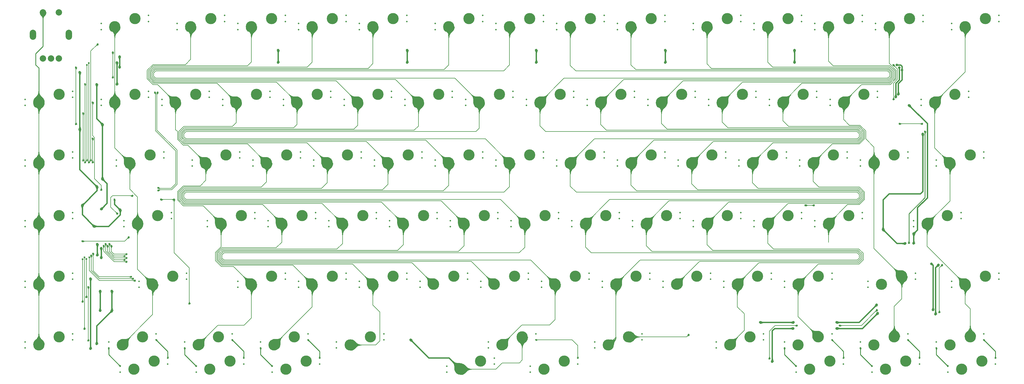
<source format=gbr>
%TF.GenerationSoftware,KiCad,Pcbnew,(5.1.10)-1*%
%TF.CreationDate,2022-05-03T20:22:29+07:00*%
%TF.ProjectId,75F,3735462e-6b69-4636-9164-5f7063625858,rev?*%
%TF.SameCoordinates,Original*%
%TF.FileFunction,Copper,L1,Top*%
%TF.FilePolarity,Positive*%
%FSLAX46Y46*%
G04 Gerber Fmt 4.6, Leading zero omitted, Abs format (unit mm)*
G04 Created by KiCad (PCBNEW (5.1.10)-1) date 2022-05-03 20:22:29*
%MOMM*%
%LPD*%
G01*
G04 APERTURE LIST*
%TA.AperFunction,ComponentPad*%
%ADD10C,0.500000*%
%TD*%
%TA.AperFunction,ComponentPad*%
%ADD11C,3.500000*%
%TD*%
%TA.AperFunction,ComponentPad*%
%ADD12C,2.000000*%
%TD*%
%TA.AperFunction,ComponentPad*%
%ADD13O,2.000000X3.200000*%
%TD*%
%TA.AperFunction,ViaPad*%
%ADD14C,0.800000*%
%TD*%
%TA.AperFunction,ViaPad*%
%ADD15C,0.600000*%
%TD*%
%TA.AperFunction,Conductor*%
%ADD16C,0.250000*%
%TD*%
%TA.AperFunction,Conductor*%
%ADD17C,0.200000*%
%TD*%
%TA.AperFunction,Conductor*%
%ADD18C,0.400000*%
%TD*%
%TA.AperFunction,Conductor*%
%ADD19C,0.025400*%
%TD*%
%TA.AperFunction,Conductor*%
%ADD20C,0.100000*%
%TD*%
G04 APERTURE END LIST*
D10*
%TO.P,MX14,2*%
%TO.N,Net-(D14-Pad2)*%
X87784000Y-60642500D03*
X87784000Y-62547500D03*
%TO.P,MX14,1*%
%TO.N,Col2*%
X72898000Y-65087500D03*
D11*
%TO.P,MX14,2*%
%TO.N,Net-(D14-Pad2)*%
X83502500Y-61595000D03*
%TO.P,MX14,1*%
%TO.N,Col2*%
X77152500Y-64135000D03*
D10*
X72898000Y-63182500D03*
%TD*%
D11*
%TO.P,MX10,1*%
%TO.N,Col1*%
X60483750Y-102235000D03*
D10*
X56229250Y-103187500D03*
%TO.P,MX10,2*%
%TO.N,Net-(D10-Pad2)*%
X71115250Y-100647500D03*
X71115250Y-98742500D03*
D11*
X66833750Y-99695000D03*
D10*
%TO.P,MX10,1*%
%TO.N,Col1*%
X56229250Y-101282500D03*
%TD*%
D11*
%TO.P,MX9,1*%
%TO.N,Col1*%
X55721250Y-83185000D03*
D10*
X51466750Y-84137500D03*
%TO.P,MX9,2*%
%TO.N,Net-(D9-Pad2)*%
X66352750Y-81597500D03*
X66352750Y-79692500D03*
D11*
X62071250Y-80645000D03*
D10*
%TO.P,MX9,1*%
%TO.N,Col1*%
X51466750Y-82232500D03*
%TD*%
%TO.P,MX25,2*%
%TO.N,Net-(D25-Pad2)*%
X116359000Y-41592500D03*
X116359000Y-43497500D03*
%TO.P,MX25,1*%
%TO.N,Col4*%
X101473000Y-46037500D03*
D11*
%TO.P,MX25,2*%
%TO.N,Net-(D25-Pad2)*%
X112077500Y-42545000D03*
%TO.P,MX25,1*%
%TO.N,Col4*%
X105727500Y-45085000D03*
D10*
X101473000Y-44132500D03*
%TD*%
%TO.P,MX19,2*%
%TO.N,Net-(D19-Pad2)*%
X97309000Y-41592500D03*
X97309000Y-43497500D03*
%TO.P,MX19,1*%
%TO.N,Col3*%
X82423000Y-46037500D03*
D11*
%TO.P,MX19,2*%
%TO.N,Net-(D19-Pad2)*%
X93027500Y-42545000D03*
%TO.P,MX19,1*%
%TO.N,Col3*%
X86677500Y-45085000D03*
D10*
X82423000Y-44132500D03*
%TD*%
D11*
%TO.P,MX82,1*%
%TO.N,Col7*%
X163353750Y-126365000D03*
D10*
X167608250Y-125412500D03*
%TO.P,MX82,2*%
%TO.N,Net-(D39-Pad2)*%
X152722250Y-127952500D03*
X152722250Y-129857500D03*
D11*
X157003750Y-128905000D03*
D10*
%TO.P,MX82,1*%
%TO.N,Col7*%
X167608250Y-127317500D03*
%TD*%
D11*
%TO.P,MX92,1*%
%TO.N,Net-(D39-Pad2)*%
X189547500Y-126365000D03*
D10*
X193802000Y-125412500D03*
%TO.P,MX92,2*%
%TO.N,Col7*%
X178916000Y-127952500D03*
X178916000Y-129857500D03*
D11*
X183197500Y-128905000D03*
D10*
%TO.P,MX92,1*%
%TO.N,Net-(D39-Pad2)*%
X193802000Y-127317500D03*
%TD*%
D11*
%TO.P,MX91,1*%
%TO.N,Net-(D81-Pad2)*%
X310515000Y-121285000D03*
D10*
X306260500Y-122237500D03*
%TO.P,MX91,2*%
%TO.N,Col14*%
X321146500Y-119697500D03*
X321146500Y-117792500D03*
D11*
X316865000Y-118745000D03*
D10*
%TO.P,MX91,1*%
%TO.N,Net-(D81-Pad2)*%
X306260500Y-120332500D03*
%TD*%
%TO.P,MX90,1*%
%TO.N,Net-(D75-Pad2)*%
X282448000Y-120332500D03*
D11*
X286702500Y-121285000D03*
%TO.P,MX90,2*%
%TO.N,Col13*%
X293052500Y-118745000D03*
D10*
%TO.P,MX90,1*%
%TO.N,Net-(D75-Pad2)*%
X282448000Y-122237500D03*
%TO.P,MX90,2*%
%TO.N,Col13*%
X297334000Y-119697500D03*
X297334000Y-117792500D03*
%TD*%
%TO.P,MX89,1*%
%TO.N,Net-(D23-Pad2)*%
X112839500Y-127317500D03*
D11*
%TO.P,MX89,2*%
%TO.N,Col3*%
X102235000Y-128905000D03*
D10*
X97953500Y-129857500D03*
X97953500Y-127952500D03*
%TO.P,MX89,1*%
%TO.N,Net-(D23-Pad2)*%
X112839500Y-125412500D03*
D11*
X108585000Y-126365000D03*
%TD*%
%TO.P,MX88,1*%
%TO.N,Net-(D71-Pad2)*%
X262890000Y-121285000D03*
D10*
X258635500Y-122237500D03*
%TO.P,MX88,2*%
%TO.N,Col11*%
X273521500Y-119697500D03*
X273521500Y-117792500D03*
D11*
X269240000Y-118745000D03*
D10*
%TO.P,MX88,1*%
%TO.N,Net-(D71-Pad2)*%
X258635500Y-120332500D03*
%TD*%
%TO.P,MX87,2*%
%TO.N,Col2*%
X74141000Y-129857500D03*
X74141000Y-127952500D03*
%TO.P,MX87,1*%
%TO.N,Net-(D17-Pad2)*%
X89027000Y-125412500D03*
D11*
%TO.P,MX87,2*%
%TO.N,Col2*%
X78422500Y-128905000D03*
%TO.P,MX87,1*%
%TO.N,Net-(D17-Pad2)*%
X84772500Y-126365000D03*
D10*
X89027000Y-127317500D03*
%TD*%
D11*
%TO.P,MX86,1*%
%TO.N,Net-(D11-Pad2)*%
X60960000Y-126365000D03*
D10*
X65214500Y-125412500D03*
%TO.P,MX86,2*%
%TO.N,Col1*%
X50328500Y-127952500D03*
X50328500Y-129857500D03*
D11*
X54610000Y-128905000D03*
D10*
%TO.P,MX86,1*%
%TO.N,Net-(D11-Pad2)*%
X65214500Y-127317500D03*
%TD*%
D11*
%TO.P,MX85,1*%
%TO.N,Net-(D83-Pad2)*%
X289083750Y-102235000D03*
D10*
X284829250Y-103187500D03*
%TO.P,MX85,2*%
%TO.N,Col13*%
X299715250Y-100647500D03*
X299715250Y-98742500D03*
D11*
X295433750Y-99695000D03*
D10*
%TO.P,MX85,1*%
%TO.N,Net-(D83-Pad2)*%
X284829250Y-101282500D03*
%TD*%
%TO.P,MX84,1*%
%TO.N,Col14*%
X311023000Y-101282500D03*
D11*
X315277500Y-102235000D03*
%TO.P,MX84,2*%
%TO.N,Net-(D84-Pad2)*%
X321627500Y-99695000D03*
D10*
%TO.P,MX84,1*%
%TO.N,Col14*%
X311023000Y-103187500D03*
%TO.P,MX84,2*%
%TO.N,Net-(D84-Pad2)*%
X325909000Y-100647500D03*
X325909000Y-98742500D03*
%TD*%
D11*
%TO.P,MX83,1*%
%TO.N,Col4*%
X122396250Y-121285000D03*
D10*
X118141750Y-122237500D03*
%TO.P,MX83,2*%
%TO.N,Net-(D66-Pad2)*%
X133027750Y-119697500D03*
X133027750Y-117792500D03*
D11*
X128746250Y-118745000D03*
D10*
%TO.P,MX83,1*%
%TO.N,Col4*%
X118141750Y-120332500D03*
%TD*%
D11*
%TO.P,MX34,1*%
%TO.N,Col8*%
X203358750Y-121285000D03*
D10*
X199104250Y-122237500D03*
%TO.P,MX34,2*%
%TO.N,Net-(D80-Pad2)*%
X213990250Y-119697500D03*
X213990250Y-117792500D03*
D11*
X209708750Y-118745000D03*
D10*
%TO.P,MX34,1*%
%TO.N,Col8*%
X199104250Y-120332500D03*
%TD*%
D11*
%TO.P,MX79,1*%
%TO.N,Col14*%
X303371250Y-83185000D03*
D10*
X299116750Y-84137500D03*
%TO.P,MX79,2*%
%TO.N,Net-(D79-Pad2)*%
X314002750Y-81597500D03*
X314002750Y-79692500D03*
D11*
X309721250Y-80645000D03*
D10*
%TO.P,MX79,1*%
%TO.N,Col14*%
X299116750Y-82232500D03*
%TD*%
D11*
%TO.P,MX40,1*%
%TO.N,Col7*%
X170021250Y-121285000D03*
D10*
X165766750Y-122237500D03*
%TO.P,MX40,2*%
%TO.N,Net-(D39-Pad2)*%
X180652750Y-119697500D03*
X180652750Y-117792500D03*
D11*
X176371250Y-118745000D03*
D10*
%TO.P,MX40,1*%
%TO.N,Col7*%
X165766750Y-120332500D03*
%TD*%
D11*
%TO.P,MX78,1*%
%TO.N,Col14*%
X310515000Y-64135000D03*
D10*
X306260500Y-65087500D03*
%TO.P,MX78,2*%
%TO.N,Net-(D78-Pad2)*%
X321146500Y-62547500D03*
X321146500Y-60642500D03*
D11*
X316865000Y-61595000D03*
D10*
%TO.P,MX78,1*%
%TO.N,Col14*%
X306260500Y-63182500D03*
%TD*%
D11*
%TO.P,MX77,1*%
%TO.N,Col14*%
X305752500Y-45085000D03*
D10*
X301498000Y-46037500D03*
%TO.P,MX77,2*%
%TO.N,Net-(D77-Pad2)*%
X316384000Y-43497500D03*
X316384000Y-41592500D03*
D11*
X312102500Y-42545000D03*
D10*
%TO.P,MX77,1*%
%TO.N,Col14*%
X301498000Y-44132500D03*
%TD*%
%TO.P,MX73,1*%
%TO.N,Col13*%
X272923000Y-44132500D03*
D11*
X277177500Y-45085000D03*
%TO.P,MX73,2*%
%TO.N,Net-(D73-Pad2)*%
X283527500Y-42545000D03*
D10*
%TO.P,MX73,1*%
%TO.N,Col13*%
X272923000Y-46037500D03*
%TO.P,MX73,2*%
%TO.N,Net-(D73-Pad2)*%
X287809000Y-43497500D03*
X287809000Y-41592500D03*
%TD*%
D11*
%TO.P,MX81,1*%
%TO.N,Col14*%
X320516250Y-126365000D03*
D10*
X324770750Y-125412500D03*
%TO.P,MX81,2*%
%TO.N,Net-(D81-Pad2)*%
X309884750Y-127952500D03*
X309884750Y-129857500D03*
D11*
X314166250Y-128905000D03*
D10*
%TO.P,MX81,1*%
%TO.N,Col14*%
X324770750Y-127317500D03*
%TD*%
D11*
%TO.P,MX75,1*%
%TO.N,Col13*%
X296703750Y-126365000D03*
D10*
X300958250Y-125412500D03*
%TO.P,MX75,2*%
%TO.N,Net-(D75-Pad2)*%
X286072250Y-127952500D03*
X286072250Y-129857500D03*
D11*
X290353750Y-128905000D03*
D10*
%TO.P,MX75,1*%
%TO.N,Col13*%
X300958250Y-127317500D03*
%TD*%
D11*
%TO.P,MX71,1*%
%TO.N,Col11*%
X272891250Y-126365000D03*
D10*
X277145750Y-125412500D03*
%TO.P,MX71,2*%
%TO.N,Net-(D71-Pad2)*%
X262259750Y-127952500D03*
X262259750Y-129857500D03*
D11*
X266541250Y-128905000D03*
D10*
%TO.P,MX71,1*%
%TO.N,Col11*%
X277145750Y-127317500D03*
%TD*%
D11*
%TO.P,MX66,1*%
%TO.N,Col10*%
X241458750Y-121285000D03*
D10*
X237204250Y-122237500D03*
%TO.P,MX66,2*%
%TO.N,Net-(D65-Pad2)*%
X252090250Y-119697500D03*
X252090250Y-117792500D03*
D11*
X247808750Y-118745000D03*
D10*
%TO.P,MX66,1*%
%TO.N,Col10*%
X237204250Y-120332500D03*
%TD*%
D11*
%TO.P,MX23,1*%
%TO.N,Col3*%
X98583750Y-121285000D03*
D10*
X94329250Y-122237500D03*
%TO.P,MX23,2*%
%TO.N,Net-(D23-Pad2)*%
X109215250Y-119697500D03*
X109215250Y-117792500D03*
D11*
X104933750Y-118745000D03*
D10*
%TO.P,MX23,1*%
%TO.N,Col3*%
X94329250Y-120332500D03*
%TD*%
D11*
%TO.P,MX17,1*%
%TO.N,Col2*%
X74771250Y-121285000D03*
D10*
X70516750Y-122237500D03*
%TO.P,MX17,2*%
%TO.N,Net-(D17-Pad2)*%
X85402750Y-119697500D03*
X85402750Y-117792500D03*
D11*
X81121250Y-118745000D03*
D10*
%TO.P,MX17,1*%
%TO.N,Col2*%
X70516750Y-120332500D03*
%TD*%
D11*
%TO.P,MX11,1*%
%TO.N,Col1*%
X50958750Y-121285000D03*
D10*
X46704250Y-122237500D03*
%TO.P,MX11,2*%
%TO.N,Net-(D11-Pad2)*%
X61590250Y-119697500D03*
X61590250Y-117792500D03*
D11*
X57308750Y-118745000D03*
D10*
%TO.P,MX11,1*%
%TO.N,Col1*%
X46704250Y-120332500D03*
%TD*%
D11*
%TO.P,MX8,1*%
%TO.N,Col1*%
X53340000Y-64135000D03*
D10*
X49085500Y-65087500D03*
%TO.P,MX8,2*%
%TO.N,Net-(D8-Pad2)*%
X63971500Y-62547500D03*
X63971500Y-60642500D03*
D11*
X59690000Y-61595000D03*
D10*
%TO.P,MX8,1*%
%TO.N,Col1*%
X49085500Y-63182500D03*
%TD*%
%TO.P,MX76,1*%
%TO.N,Col14*%
X311023000Y-20320000D03*
D11*
X315277500Y-21272500D03*
%TO.P,MX76,2*%
%TO.N,Net-(D76-Pad2)*%
X321627500Y-18732500D03*
D10*
%TO.P,MX76,1*%
%TO.N,Col14*%
X311023000Y-22225000D03*
%TO.P,MX76,2*%
%TO.N,Net-(D76-Pad2)*%
X325909000Y-19685000D03*
X325909000Y-17780000D03*
%TD*%
%TO.P,MX74,1*%
%TO.N,Col13*%
X282448000Y-63182500D03*
D11*
X286702500Y-64135000D03*
%TO.P,MX74,2*%
%TO.N,Net-(D74-Pad2)*%
X293052500Y-61595000D03*
D10*
%TO.P,MX74,1*%
%TO.N,Col13*%
X282448000Y-65087500D03*
%TO.P,MX74,2*%
%TO.N,Net-(D74-Pad2)*%
X297334000Y-62547500D03*
X297334000Y-60642500D03*
%TD*%
%TO.P,MX70,1*%
%TO.N,Col12*%
X268160500Y-82232500D03*
D11*
X272415000Y-83185000D03*
%TO.P,MX70,2*%
%TO.N,Net-(D70-Pad2)*%
X278765000Y-80645000D03*
D10*
%TO.P,MX70,1*%
%TO.N,Col12*%
X268160500Y-84137500D03*
%TO.P,MX70,2*%
%TO.N,Net-(D70-Pad2)*%
X283046500Y-81597500D03*
X283046500Y-79692500D03*
%TD*%
D12*
%TO.P,SW2,A*%
%TO.N,ECA*%
X26075000Y-31312500D03*
%TO.P,SW2,C*%
%TO.N,GND*%
X28575000Y-31312500D03*
%TO.P,SW2,B*%
%TO.N,ECB*%
X31075000Y-31312500D03*
D13*
%TO.P,SW2,MP*%
%TO.N,N/C*%
X22975000Y-23812500D03*
X34175000Y-23812500D03*
D12*
%TO.P,SW2,S2*%
%TO.N,Col0*%
X26075000Y-16812500D03*
%TO.P,SW2,S1*%
%TO.N,Net-(D82-Pad2)*%
X31075000Y-16812500D03*
%TD*%
D10*
%TO.P,MX72,2*%
%TO.N,Net-(D72-Pad2)*%
X302096500Y-17780000D03*
X302096500Y-19685000D03*
%TO.P,MX72,1*%
%TO.N,Col13*%
X287210500Y-22225000D03*
D11*
%TO.P,MX72,2*%
%TO.N,Net-(D72-Pad2)*%
X297815000Y-18732500D03*
%TO.P,MX72,1*%
%TO.N,Col13*%
X291465000Y-21272500D03*
D10*
X287210500Y-20320000D03*
%TD*%
%TO.P,MX69,2*%
%TO.N,Net-(D69-Pad2)*%
X278284000Y-60642500D03*
X278284000Y-62547500D03*
%TO.P,MX69,1*%
%TO.N,Col12*%
X263398000Y-65087500D03*
D11*
%TO.P,MX69,2*%
%TO.N,Net-(D69-Pad2)*%
X274002500Y-61595000D03*
%TO.P,MX69,1*%
%TO.N,Col12*%
X267652500Y-64135000D03*
D10*
X263398000Y-63182500D03*
%TD*%
%TO.P,MX68,2*%
%TO.N,Net-(D68-Pad2)*%
X268759000Y-41592500D03*
X268759000Y-43497500D03*
%TO.P,MX68,1*%
%TO.N,Col12*%
X253873000Y-46037500D03*
D11*
%TO.P,MX68,2*%
%TO.N,Net-(D68-Pad2)*%
X264477500Y-42545000D03*
%TO.P,MX68,1*%
%TO.N,Col12*%
X258127500Y-45085000D03*
D10*
X253873000Y-44132500D03*
%TD*%
%TO.P,MX67,2*%
%TO.N,Net-(D67-Pad2)*%
X283046500Y-17780000D03*
X283046500Y-19685000D03*
%TO.P,MX67,1*%
%TO.N,Col12*%
X268160500Y-22225000D03*
D11*
%TO.P,MX67,2*%
%TO.N,Net-(D67-Pad2)*%
X278765000Y-18732500D03*
%TO.P,MX67,1*%
%TO.N,Col12*%
X272415000Y-21272500D03*
D10*
X268160500Y-20320000D03*
%TD*%
%TO.P,MX65,2*%
%TO.N,Net-(D64-Pad2)*%
X273521500Y-98742500D03*
X273521500Y-100647500D03*
%TO.P,MX65,1*%
%TO.N,Col11*%
X258635500Y-103187500D03*
D11*
%TO.P,MX65,2*%
%TO.N,Net-(D64-Pad2)*%
X269240000Y-99695000D03*
%TO.P,MX65,1*%
%TO.N,Col11*%
X262890000Y-102235000D03*
D10*
X258635500Y-101282500D03*
%TD*%
%TO.P,MX64,2*%
%TO.N,Net-(D63-Pad2)*%
X263996500Y-79692500D03*
X263996500Y-81597500D03*
%TO.P,MX64,1*%
%TO.N,Col11*%
X249110500Y-84137500D03*
D11*
%TO.P,MX64,2*%
%TO.N,Net-(D63-Pad2)*%
X259715000Y-80645000D03*
%TO.P,MX64,1*%
%TO.N,Col11*%
X253365000Y-83185000D03*
D10*
X249110500Y-82232500D03*
%TD*%
%TO.P,MX63,2*%
%TO.N,Net-(D62-Pad2)*%
X259234000Y-60642500D03*
X259234000Y-62547500D03*
%TO.P,MX63,1*%
%TO.N,Col11*%
X244348000Y-65087500D03*
D11*
%TO.P,MX63,2*%
%TO.N,Net-(D62-Pad2)*%
X254952500Y-61595000D03*
%TO.P,MX63,1*%
%TO.N,Col11*%
X248602500Y-64135000D03*
D10*
X244348000Y-63182500D03*
%TD*%
%TO.P,MX62,2*%
%TO.N,Net-(D61-Pad2)*%
X249709000Y-41592500D03*
X249709000Y-43497500D03*
%TO.P,MX62,1*%
%TO.N,Col11*%
X234823000Y-46037500D03*
D11*
%TO.P,MX62,2*%
%TO.N,Net-(D61-Pad2)*%
X245427500Y-42545000D03*
%TO.P,MX62,1*%
%TO.N,Col11*%
X239077500Y-45085000D03*
D10*
X234823000Y-44132500D03*
%TD*%
%TO.P,MX61,2*%
%TO.N,Net-(D60-Pad2)*%
X263996500Y-17780000D03*
X263996500Y-19685000D03*
%TO.P,MX61,1*%
%TO.N,Col11*%
X249110500Y-22225000D03*
D11*
%TO.P,MX61,2*%
%TO.N,Net-(D60-Pad2)*%
X259715000Y-18732500D03*
%TO.P,MX61,1*%
%TO.N,Col11*%
X253365000Y-21272500D03*
D10*
X249110500Y-20320000D03*
%TD*%
%TO.P,MX60,2*%
%TO.N,Net-(D59-Pad2)*%
X254471500Y-98742500D03*
X254471500Y-100647500D03*
%TO.P,MX60,1*%
%TO.N,Col10*%
X239585500Y-103187500D03*
D11*
%TO.P,MX60,2*%
%TO.N,Net-(D59-Pad2)*%
X250190000Y-99695000D03*
%TO.P,MX60,1*%
%TO.N,Col10*%
X243840000Y-102235000D03*
D10*
X239585500Y-101282500D03*
%TD*%
%TO.P,MX59,2*%
%TO.N,Net-(D58-Pad2)*%
X244946500Y-79692500D03*
X244946500Y-81597500D03*
%TO.P,MX59,1*%
%TO.N,Col10*%
X230060500Y-84137500D03*
D11*
%TO.P,MX59,2*%
%TO.N,Net-(D58-Pad2)*%
X240665000Y-80645000D03*
%TO.P,MX59,1*%
%TO.N,Col10*%
X234315000Y-83185000D03*
D10*
X230060500Y-82232500D03*
%TD*%
%TO.P,MX58,2*%
%TO.N,Net-(D57-Pad2)*%
X240184000Y-60642500D03*
X240184000Y-62547500D03*
%TO.P,MX58,1*%
%TO.N,Col10*%
X225298000Y-65087500D03*
D11*
%TO.P,MX58,2*%
%TO.N,Net-(D57-Pad2)*%
X235902500Y-61595000D03*
%TO.P,MX58,1*%
%TO.N,Col10*%
X229552500Y-64135000D03*
D10*
X225298000Y-63182500D03*
%TD*%
%TO.P,MX57,2*%
%TO.N,Net-(D56-Pad2)*%
X230659000Y-41592500D03*
X230659000Y-43497500D03*
%TO.P,MX57,1*%
%TO.N,Col10*%
X215773000Y-46037500D03*
D11*
%TO.P,MX57,2*%
%TO.N,Net-(D56-Pad2)*%
X226377500Y-42545000D03*
%TO.P,MX57,1*%
%TO.N,Col10*%
X220027500Y-45085000D03*
D10*
X215773000Y-44132500D03*
%TD*%
%TO.P,MX56,2*%
%TO.N,Net-(D55-Pad2)*%
X244946500Y-17780000D03*
X244946500Y-19685000D03*
%TO.P,MX56,1*%
%TO.N,Col10*%
X230060500Y-22225000D03*
D11*
%TO.P,MX56,2*%
%TO.N,Net-(D55-Pad2)*%
X240665000Y-18732500D03*
%TO.P,MX56,1*%
%TO.N,Col10*%
X234315000Y-21272500D03*
D10*
X230060500Y-20320000D03*
%TD*%
%TO.P,MX55,2*%
%TO.N,Net-(D54-Pad2)*%
X235421500Y-98742500D03*
X235421500Y-100647500D03*
%TO.P,MX55,1*%
%TO.N,Col9*%
X220535500Y-103187500D03*
D11*
%TO.P,MX55,2*%
%TO.N,Net-(D54-Pad2)*%
X231140000Y-99695000D03*
%TO.P,MX55,1*%
%TO.N,Col9*%
X224790000Y-102235000D03*
D10*
X220535500Y-101282500D03*
%TD*%
%TO.P,MX54,2*%
%TO.N,Net-(D53-Pad2)*%
X225896500Y-79692500D03*
X225896500Y-81597500D03*
%TO.P,MX54,1*%
%TO.N,Col9*%
X211010500Y-84137500D03*
D11*
%TO.P,MX54,2*%
%TO.N,Net-(D53-Pad2)*%
X221615000Y-80645000D03*
%TO.P,MX54,1*%
%TO.N,Col9*%
X215265000Y-83185000D03*
D10*
X211010500Y-82232500D03*
%TD*%
%TO.P,MX53,2*%
%TO.N,Net-(D52-Pad2)*%
X221134000Y-60642500D03*
X221134000Y-62547500D03*
%TO.P,MX53,1*%
%TO.N,Col9*%
X206248000Y-65087500D03*
D11*
%TO.P,MX53,2*%
%TO.N,Net-(D52-Pad2)*%
X216852500Y-61595000D03*
%TO.P,MX53,1*%
%TO.N,Col9*%
X210502500Y-64135000D03*
D10*
X206248000Y-63182500D03*
%TD*%
%TO.P,MX52,2*%
%TO.N,Net-(D51-Pad2)*%
X211609000Y-41592500D03*
X211609000Y-43497500D03*
%TO.P,MX52,1*%
%TO.N,Col9*%
X196723000Y-46037500D03*
D11*
%TO.P,MX52,2*%
%TO.N,Net-(D51-Pad2)*%
X207327500Y-42545000D03*
%TO.P,MX52,1*%
%TO.N,Col9*%
X200977500Y-45085000D03*
D10*
X196723000Y-44132500D03*
%TD*%
%TO.P,MX51,2*%
%TO.N,Net-(D50-Pad2)*%
X221134000Y-17780000D03*
X221134000Y-19685000D03*
%TO.P,MX51,1*%
%TO.N,Col9*%
X206248000Y-22225000D03*
D11*
%TO.P,MX51,2*%
%TO.N,Net-(D50-Pad2)*%
X216852500Y-18732500D03*
%TO.P,MX51,1*%
%TO.N,Col9*%
X210502500Y-21272500D03*
D10*
X206248000Y-20320000D03*
%TD*%
%TO.P,MX50,2*%
%TO.N,Net-(D49-Pad2)*%
X216371500Y-98742500D03*
X216371500Y-100647500D03*
%TO.P,MX50,1*%
%TO.N,Col8*%
X201485500Y-103187500D03*
D11*
%TO.P,MX50,2*%
%TO.N,Net-(D49-Pad2)*%
X212090000Y-99695000D03*
%TO.P,MX50,1*%
%TO.N,Col8*%
X205740000Y-102235000D03*
D10*
X201485500Y-101282500D03*
%TD*%
%TO.P,MX41,2*%
%TO.N,Net-(D40-Pad2)*%
X183034000Y-17780000D03*
X183034000Y-19685000D03*
%TO.P,MX41,1*%
%TO.N,Col7*%
X168148000Y-22225000D03*
D11*
%TO.P,MX41,2*%
%TO.N,Net-(D40-Pad2)*%
X178752500Y-18732500D03*
%TO.P,MX41,1*%
%TO.N,Col7*%
X172402500Y-21272500D03*
D10*
X168148000Y-20320000D03*
%TD*%
%TO.P,MX35,2*%
%TO.N,Net-(D34-Pad2)*%
X163984000Y-17780000D03*
X163984000Y-19685000D03*
%TO.P,MX35,1*%
%TO.N,Col6*%
X149098000Y-22225000D03*
D11*
%TO.P,MX35,2*%
%TO.N,Net-(D34-Pad2)*%
X159702500Y-18732500D03*
%TO.P,MX35,1*%
%TO.N,Col6*%
X153352500Y-21272500D03*
D10*
X149098000Y-20320000D03*
%TD*%
%TO.P,MX29,2*%
%TO.N,Net-(D29-Pad2)*%
X140171500Y-17780000D03*
X140171500Y-19685000D03*
%TO.P,MX29,1*%
%TO.N,Col5*%
X125285500Y-22225000D03*
D11*
%TO.P,MX29,2*%
%TO.N,Net-(D29-Pad2)*%
X135890000Y-18732500D03*
%TO.P,MX29,1*%
%TO.N,Col5*%
X129540000Y-21272500D03*
D10*
X125285500Y-20320000D03*
%TD*%
%TO.P,MX49,2*%
%TO.N,Net-(D48-Pad2)*%
X206846500Y-79692500D03*
X206846500Y-81597500D03*
%TO.P,MX49,1*%
%TO.N,Col8*%
X191960500Y-84137500D03*
D11*
%TO.P,MX49,2*%
%TO.N,Net-(D48-Pad2)*%
X202565000Y-80645000D03*
%TO.P,MX49,1*%
%TO.N,Col8*%
X196215000Y-83185000D03*
D10*
X191960500Y-82232500D03*
%TD*%
%TO.P,MX48,2*%
%TO.N,Net-(D47-Pad2)*%
X202084000Y-60642500D03*
X202084000Y-62547500D03*
%TO.P,MX48,1*%
%TO.N,Col8*%
X187198000Y-65087500D03*
D11*
%TO.P,MX48,2*%
%TO.N,Net-(D47-Pad2)*%
X197802500Y-61595000D03*
%TO.P,MX48,1*%
%TO.N,Col8*%
X191452500Y-64135000D03*
D10*
X187198000Y-63182500D03*
%TD*%
%TO.P,MX47,2*%
%TO.N,Net-(D46-Pad2)*%
X192559000Y-41592500D03*
X192559000Y-43497500D03*
%TO.P,MX47,1*%
%TO.N,Col8*%
X177673000Y-46037500D03*
D11*
%TO.P,MX47,2*%
%TO.N,Net-(D46-Pad2)*%
X188277500Y-42545000D03*
%TO.P,MX47,1*%
%TO.N,Col8*%
X181927500Y-45085000D03*
D10*
X177673000Y-44132500D03*
%TD*%
%TO.P,MX46,2*%
%TO.N,Net-(D45-Pad2)*%
X202084000Y-17780000D03*
X202084000Y-19685000D03*
%TO.P,MX46,1*%
%TO.N,Col8*%
X187198000Y-22225000D03*
D11*
%TO.P,MX46,2*%
%TO.N,Net-(D45-Pad2)*%
X197802500Y-18732500D03*
%TO.P,MX46,1*%
%TO.N,Col8*%
X191452500Y-21272500D03*
D10*
X187198000Y-20320000D03*
%TD*%
%TO.P,MX45,2*%
%TO.N,Net-(D44-Pad2)*%
X197321500Y-98742500D03*
X197321500Y-100647500D03*
%TO.P,MX45,1*%
%TO.N,Col7*%
X182435500Y-103187500D03*
D11*
%TO.P,MX45,2*%
%TO.N,Net-(D44-Pad2)*%
X193040000Y-99695000D03*
%TO.P,MX45,1*%
%TO.N,Col7*%
X186690000Y-102235000D03*
D10*
X182435500Y-101282500D03*
%TD*%
%TO.P,MX44,2*%
%TO.N,Net-(D43-Pad2)*%
X187796500Y-79692500D03*
X187796500Y-81597500D03*
%TO.P,MX44,1*%
%TO.N,Col7*%
X172910500Y-84137500D03*
D11*
%TO.P,MX44,2*%
%TO.N,Net-(D43-Pad2)*%
X183515000Y-80645000D03*
%TO.P,MX44,1*%
%TO.N,Col7*%
X177165000Y-83185000D03*
D10*
X172910500Y-82232500D03*
%TD*%
%TO.P,MX43,2*%
%TO.N,Net-(D42-Pad2)*%
X183034000Y-60642500D03*
X183034000Y-62547500D03*
%TO.P,MX43,1*%
%TO.N,Col7*%
X168148000Y-65087500D03*
D11*
%TO.P,MX43,2*%
%TO.N,Net-(D42-Pad2)*%
X178752500Y-61595000D03*
%TO.P,MX43,1*%
%TO.N,Col7*%
X172402500Y-64135000D03*
D10*
X168148000Y-63182500D03*
%TD*%
%TO.P,MX42,2*%
%TO.N,Net-(D41-Pad2)*%
X173509000Y-41592500D03*
X173509000Y-43497500D03*
%TO.P,MX42,1*%
%TO.N,Col7*%
X158623000Y-46037500D03*
D11*
%TO.P,MX42,2*%
%TO.N,Net-(D41-Pad2)*%
X169227500Y-42545000D03*
%TO.P,MX42,1*%
%TO.N,Col7*%
X162877500Y-45085000D03*
D10*
X158623000Y-44132500D03*
%TD*%
%TO.P,MX36,2*%
%TO.N,Net-(D35-Pad2)*%
X154459000Y-41592500D03*
X154459000Y-43497500D03*
%TO.P,MX36,1*%
%TO.N,Col6*%
X139573000Y-46037500D03*
D11*
%TO.P,MX36,2*%
%TO.N,Net-(D35-Pad2)*%
X150177500Y-42545000D03*
%TO.P,MX36,1*%
%TO.N,Col6*%
X143827500Y-45085000D03*
D10*
X139573000Y-44132500D03*
%TD*%
%TO.P,MX30,2*%
%TO.N,Net-(D30-Pad2)*%
X135409000Y-41592500D03*
X135409000Y-43497500D03*
%TO.P,MX30,1*%
%TO.N,Col5*%
X120523000Y-46037500D03*
D11*
%TO.P,MX30,2*%
%TO.N,Net-(D30-Pad2)*%
X131127500Y-42545000D03*
%TO.P,MX30,1*%
%TO.N,Col5*%
X124777500Y-45085000D03*
D10*
X120523000Y-44132500D03*
%TD*%
%TO.P,MX24,2*%
%TO.N,Net-(D24-Pad2)*%
X121121500Y-17780000D03*
X121121500Y-19685000D03*
%TO.P,MX24,1*%
%TO.N,Col4*%
X106235500Y-22225000D03*
D11*
%TO.P,MX24,2*%
%TO.N,Net-(D24-Pad2)*%
X116840000Y-18732500D03*
%TO.P,MX24,1*%
%TO.N,Col4*%
X110490000Y-21272500D03*
D10*
X106235500Y-20320000D03*
%TD*%
%TO.P,MX39,2*%
%TO.N,Net-(D38-Pad2)*%
X178271500Y-98742500D03*
X178271500Y-100647500D03*
%TO.P,MX39,1*%
%TO.N,Col6*%
X163385500Y-103187500D03*
D11*
%TO.P,MX39,2*%
%TO.N,Net-(D38-Pad2)*%
X173990000Y-99695000D03*
%TO.P,MX39,1*%
%TO.N,Col6*%
X167640000Y-102235000D03*
D10*
X163385500Y-101282500D03*
%TD*%
%TO.P,MX38,2*%
%TO.N,Net-(D37-Pad2)*%
X168746500Y-79692500D03*
X168746500Y-81597500D03*
%TO.P,MX38,1*%
%TO.N,Col6*%
X153860500Y-84137500D03*
D11*
%TO.P,MX38,2*%
%TO.N,Net-(D37-Pad2)*%
X164465000Y-80645000D03*
%TO.P,MX38,1*%
%TO.N,Col6*%
X158115000Y-83185000D03*
D10*
X153860500Y-82232500D03*
%TD*%
%TO.P,MX37,2*%
%TO.N,Net-(D36-Pad2)*%
X163984000Y-60642500D03*
X163984000Y-62547500D03*
%TO.P,MX37,1*%
%TO.N,Col6*%
X149098000Y-65087500D03*
D11*
%TO.P,MX37,2*%
%TO.N,Net-(D36-Pad2)*%
X159702500Y-61595000D03*
%TO.P,MX37,1*%
%TO.N,Col6*%
X153352500Y-64135000D03*
D10*
X149098000Y-63182500D03*
%TD*%
%TO.P,MX33,2*%
%TO.N,Net-(D33-Pad2)*%
X159221500Y-98742500D03*
X159221500Y-100647500D03*
%TO.P,MX33,1*%
%TO.N,Col5*%
X144335500Y-103187500D03*
D11*
%TO.P,MX33,2*%
%TO.N,Net-(D33-Pad2)*%
X154940000Y-99695000D03*
%TO.P,MX33,1*%
%TO.N,Col5*%
X148590000Y-102235000D03*
D10*
X144335500Y-101282500D03*
%TD*%
%TO.P,MX32,2*%
%TO.N,Net-(D32-Pad2)*%
X149696500Y-79692500D03*
X149696500Y-81597500D03*
%TO.P,MX32,1*%
%TO.N,Col5*%
X134810500Y-84137500D03*
D11*
%TO.P,MX32,2*%
%TO.N,Net-(D32-Pad2)*%
X145415000Y-80645000D03*
%TO.P,MX32,1*%
%TO.N,Col5*%
X139065000Y-83185000D03*
D10*
X134810500Y-82232500D03*
%TD*%
%TO.P,MX31,2*%
%TO.N,Net-(D31-Pad2)*%
X144934000Y-60642500D03*
X144934000Y-62547500D03*
%TO.P,MX31,1*%
%TO.N,Col5*%
X130048000Y-65087500D03*
D11*
%TO.P,MX31,2*%
%TO.N,Net-(D31-Pad2)*%
X140652500Y-61595000D03*
%TO.P,MX31,1*%
%TO.N,Col5*%
X134302500Y-64135000D03*
D10*
X130048000Y-63182500D03*
%TD*%
%TO.P,MX28,2*%
%TO.N,Net-(D28-Pad2)*%
X140171500Y-98742500D03*
X140171500Y-100647500D03*
%TO.P,MX28,1*%
%TO.N,Col4*%
X125285500Y-103187500D03*
D11*
%TO.P,MX28,2*%
%TO.N,Net-(D28-Pad2)*%
X135890000Y-99695000D03*
%TO.P,MX28,1*%
%TO.N,Col4*%
X129540000Y-102235000D03*
D10*
X125285500Y-101282500D03*
%TD*%
%TO.P,MX27,2*%
%TO.N,Net-(D27-Pad2)*%
X130646500Y-79692500D03*
X130646500Y-81597500D03*
%TO.P,MX27,1*%
%TO.N,Col4*%
X115760500Y-84137500D03*
D11*
%TO.P,MX27,2*%
%TO.N,Net-(D27-Pad2)*%
X126365000Y-80645000D03*
%TO.P,MX27,1*%
%TO.N,Col4*%
X120015000Y-83185000D03*
D10*
X115760500Y-82232500D03*
%TD*%
%TO.P,MX26,2*%
%TO.N,Net-(D26-Pad2)*%
X125884000Y-60642500D03*
X125884000Y-62547500D03*
%TO.P,MX26,1*%
%TO.N,Col4*%
X110998000Y-65087500D03*
D11*
%TO.P,MX26,2*%
%TO.N,Net-(D26-Pad2)*%
X121602500Y-61595000D03*
%TO.P,MX26,1*%
%TO.N,Col4*%
X115252500Y-64135000D03*
D10*
X110998000Y-63182500D03*
%TD*%
%TO.P,MX22,2*%
%TO.N,Net-(D22-Pad2)*%
X121121500Y-98742500D03*
X121121500Y-100647500D03*
%TO.P,MX22,1*%
%TO.N,Col3*%
X106235500Y-103187500D03*
D11*
%TO.P,MX22,2*%
%TO.N,Net-(D22-Pad2)*%
X116840000Y-99695000D03*
%TO.P,MX22,1*%
%TO.N,Col3*%
X110490000Y-102235000D03*
D10*
X106235500Y-101282500D03*
%TD*%
%TO.P,MX21,2*%
%TO.N,Net-(D21-Pad2)*%
X111596500Y-79692500D03*
X111596500Y-81597500D03*
%TO.P,MX21,1*%
%TO.N,Col3*%
X96710500Y-84137500D03*
D11*
%TO.P,MX21,2*%
%TO.N,Net-(D21-Pad2)*%
X107315000Y-80645000D03*
%TO.P,MX21,1*%
%TO.N,Col3*%
X100965000Y-83185000D03*
D10*
X96710500Y-82232500D03*
%TD*%
%TO.P,MX20,2*%
%TO.N,Net-(D20-Pad2)*%
X106834000Y-60642500D03*
X106834000Y-62547500D03*
%TO.P,MX20,1*%
%TO.N,Col3*%
X91948000Y-65087500D03*
D11*
%TO.P,MX20,2*%
%TO.N,Net-(D20-Pad2)*%
X102552500Y-61595000D03*
%TO.P,MX20,1*%
%TO.N,Col3*%
X96202500Y-64135000D03*
D10*
X91948000Y-63182500D03*
%TD*%
%TO.P,MX18,2*%
%TO.N,Net-(D18-Pad2)*%
X102071500Y-17780000D03*
X102071500Y-19685000D03*
%TO.P,MX18,1*%
%TO.N,Col3*%
X87185500Y-22225000D03*
D11*
%TO.P,MX18,2*%
%TO.N,Net-(D18-Pad2)*%
X97790000Y-18732500D03*
%TO.P,MX18,1*%
%TO.N,Col3*%
X91440000Y-21272500D03*
D10*
X87185500Y-20320000D03*
%TD*%
%TO.P,MX16,2*%
%TO.N,Net-(D16-Pad2)*%
X102071500Y-98742500D03*
X102071500Y-100647500D03*
%TO.P,MX16,1*%
%TO.N,Col2*%
X87185500Y-103187500D03*
D11*
%TO.P,MX16,2*%
%TO.N,Net-(D16-Pad2)*%
X97790000Y-99695000D03*
%TO.P,MX16,1*%
%TO.N,Col2*%
X91440000Y-102235000D03*
D10*
X87185500Y-101282500D03*
%TD*%
%TO.P,MX15,2*%
%TO.N,Net-(D15-Pad2)*%
X92546500Y-79692500D03*
X92546500Y-81597500D03*
%TO.P,MX15,1*%
%TO.N,Col2*%
X77660500Y-84137500D03*
D11*
%TO.P,MX15,2*%
%TO.N,Net-(D15-Pad2)*%
X88265000Y-80645000D03*
%TO.P,MX15,1*%
%TO.N,Col2*%
X81915000Y-83185000D03*
D10*
X77660500Y-82232500D03*
%TD*%
%TO.P,MX13,2*%
%TO.N,Net-(D13-Pad2)*%
X78259000Y-41592500D03*
X78259000Y-43497500D03*
%TO.P,MX13,1*%
%TO.N,Col2*%
X63373000Y-46037500D03*
D11*
%TO.P,MX13,2*%
%TO.N,Net-(D13-Pad2)*%
X73977500Y-42545000D03*
%TO.P,MX13,1*%
%TO.N,Col2*%
X67627500Y-45085000D03*
D10*
X63373000Y-44132500D03*
%TD*%
%TO.P,MX12,2*%
%TO.N,Net-(D12-Pad2)*%
X83021500Y-17780000D03*
X83021500Y-19685000D03*
%TO.P,MX12,1*%
%TO.N,Col2*%
X68135500Y-22225000D03*
D11*
%TO.P,MX12,2*%
%TO.N,Net-(D12-Pad2)*%
X78740000Y-18732500D03*
%TO.P,MX12,1*%
%TO.N,Col2*%
X72390000Y-21272500D03*
D10*
X68135500Y-20320000D03*
%TD*%
%TO.P,MX7,2*%
%TO.N,Net-(D7-Pad2)*%
X59209000Y-41592500D03*
X59209000Y-43497500D03*
%TO.P,MX7,1*%
%TO.N,Col1*%
X44323000Y-46037500D03*
D11*
%TO.P,MX7,2*%
%TO.N,Net-(D7-Pad2)*%
X54927500Y-42545000D03*
%TO.P,MX7,1*%
%TO.N,Col1*%
X48577500Y-45085000D03*
D10*
X44323000Y-44132500D03*
%TD*%
%TO.P,MX6,2*%
%TO.N,Net-(D6-Pad2)*%
X59209000Y-17780000D03*
X59209000Y-19685000D03*
%TO.P,MX6,1*%
%TO.N,Col1*%
X44323000Y-22225000D03*
D11*
%TO.P,MX6,2*%
%TO.N,Net-(D6-Pad2)*%
X54927500Y-18732500D03*
%TO.P,MX6,1*%
%TO.N,Col1*%
X48577500Y-21272500D03*
D10*
X44323000Y-20320000D03*
%TD*%
%TO.P,MX5,2*%
%TO.N,Net-(D5-Pad2)*%
X35396500Y-117792500D03*
X35396500Y-119697500D03*
%TO.P,MX5,1*%
%TO.N,Col0*%
X20510500Y-122237500D03*
D11*
%TO.P,MX5,2*%
%TO.N,Net-(D5-Pad2)*%
X31115000Y-118745000D03*
%TO.P,MX5,1*%
%TO.N,Col0*%
X24765000Y-121285000D03*
D10*
X20510500Y-120332500D03*
%TD*%
%TO.P,MX4,2*%
%TO.N,Net-(D4-Pad2)*%
X35396500Y-98742500D03*
X35396500Y-100647500D03*
%TO.P,MX4,1*%
%TO.N,Col0*%
X20510500Y-103187500D03*
D11*
%TO.P,MX4,2*%
%TO.N,Net-(D4-Pad2)*%
X31115000Y-99695000D03*
%TO.P,MX4,1*%
%TO.N,Col0*%
X24765000Y-102235000D03*
D10*
X20510500Y-101282500D03*
%TD*%
%TO.P,MX3,2*%
%TO.N,Net-(D3-Pad2)*%
X35396500Y-79692500D03*
X35396500Y-81597500D03*
%TO.P,MX3,1*%
%TO.N,Col0*%
X20510500Y-84137500D03*
D11*
%TO.P,MX3,2*%
%TO.N,Net-(D3-Pad2)*%
X31115000Y-80645000D03*
%TO.P,MX3,1*%
%TO.N,Col0*%
X24765000Y-83185000D03*
D10*
X20510500Y-82232500D03*
%TD*%
%TO.P,MX2,2*%
%TO.N,Net-(D2-Pad2)*%
X35396500Y-60642500D03*
X35396500Y-62547500D03*
%TO.P,MX2,1*%
%TO.N,Col0*%
X20510500Y-65087500D03*
D11*
%TO.P,MX2,2*%
%TO.N,Net-(D2-Pad2)*%
X31115000Y-61595000D03*
%TO.P,MX2,1*%
%TO.N,Col0*%
X24765000Y-64135000D03*
D10*
X20510500Y-63182500D03*
%TD*%
%TO.P,MX1,2*%
%TO.N,Net-(D1-Pad2)*%
X35396500Y-41592500D03*
X35396500Y-43497500D03*
%TO.P,MX1,1*%
%TO.N,Col0*%
X20510500Y-46037500D03*
D11*
%TO.P,MX1,2*%
%TO.N,Net-(D1-Pad2)*%
X31115000Y-42545000D03*
%TO.P,MX1,1*%
%TO.N,Col0*%
X24765000Y-45085000D03*
D10*
X20510500Y-44132500D03*
%TD*%
D14*
%TO.N,Net-(D39-Pad2)*%
X141387075Y-119658114D03*
D15*
%TO.N,D+*%
X62039999Y-41969637D03*
X62210313Y-72755651D03*
%TO.N,D-*%
X61189999Y-41969637D03*
X62210313Y-71905651D03*
D14*
%TO.N,+5V*%
X37630100Y-53530500D03*
X294326240Y-42568260D03*
X295450074Y-34933056D03*
X293837669Y-33333056D03*
X50077500Y-30694500D03*
X50077500Y-34118900D03*
X37630100Y-35623500D03*
X43017294Y-71592366D03*
D15*
X48518091Y-75604878D03*
D14*
X38397753Y-77390820D03*
X50304033Y-78879105D03*
X42074323Y-84006625D03*
X40985791Y-100422290D03*
X40985791Y-122471149D03*
X43118642Y-93125018D03*
X43118642Y-89641329D03*
X299145285Y-89401585D03*
X297726240Y-46025200D03*
X299145285Y-86320530D03*
X306884367Y-96143211D03*
X306009953Y-111621375D03*
X287834319Y-111323718D03*
X275035068Y-116086230D03*
X261342846Y-116086230D03*
X254794392Y-126504225D03*
%TO.N,GND*%
X261751845Y-32556250D03*
X261751845Y-28656250D03*
X221270595Y-32556250D03*
X221270595Y-28656250D03*
X180789345Y-32556250D03*
X180789345Y-28656250D03*
X140308095Y-32556250D03*
X140308095Y-28656250D03*
X99826845Y-32556250D03*
X99826845Y-28656250D03*
X293526240Y-43368260D03*
X294650074Y-34133056D03*
X49277500Y-32556250D03*
X49277500Y-39402680D03*
X44706750Y-51978350D03*
X42931420Y-39402680D03*
X44350893Y-78581448D03*
X44350893Y-90855000D03*
X44706750Y-69114624D03*
X47689178Y-104354177D03*
X47689178Y-110554177D03*
X42931420Y-120917554D03*
X44350893Y-93925018D03*
X301992169Y-55008544D03*
X289540889Y-85050530D03*
X296466372Y-89401585D03*
X304732540Y-95777326D03*
X305209952Y-110319220D03*
X275035068Y-114200129D03*
X287536662Y-108644805D03*
X261445199Y-114200129D03*
X251025010Y-114200129D03*
D15*
%TO.N,RST*%
X49411062Y-80069733D03*
X54173574Y-74414250D03*
X67182400Y-75600010D03*
X63103284Y-75604878D03*
X71996300Y-108351585D03*
D14*
X43989178Y-104354177D03*
X43989178Y-110554177D03*
D15*
%TO.N,Net-(RGB1-Pad2)*%
X47977500Y-37318900D03*
X47977500Y-29356250D03*
%TO.N,Net-(RGB10-Pad4)*%
X253901421Y-125611254D03*
X262533474Y-115193259D03*
X275928039Y-115193259D03*
X287648189Y-110319220D03*
%TO.N,Net-(RGB12-Pad4)*%
X307182024Y-111026061D03*
X308074995Y-96143211D03*
%TO.N,Net-(RGB13-Pad2)*%
X292802944Y-33333056D03*
X292826240Y-44168260D03*
%TO.N,Net-(RGB15-Pad2)*%
X297657000Y-89301585D03*
X302717169Y-54216129D03*
%TO.N,Net-(D80-Pad2)*%
X228600576Y-118065143D03*
%TO.N,Net-(RGB1-Pad4)*%
X36429770Y-51978350D03*
X36429600Y-34118900D03*
%TO.N,Net-(RGB4-Pad4)*%
X40285790Y-119971150D03*
X40285790Y-103067920D03*
%TO.N,ECB*%
X39881420Y-33337640D03*
X39884200Y-63378460D03*
%TO.N,ECA*%
X40486115Y-32742325D03*
X40484200Y-63978460D03*
%TO.N,Row1*%
X38681420Y-48475900D03*
X38684200Y-63373000D03*
X294680430Y-51792318D03*
X301824198Y-51792318D03*
%TO.N,Row3*%
X38469547Y-88685295D03*
X52982946Y-87406472D03*
%TO.N,Row4*%
X38485789Y-107751585D03*
X38485789Y-94365789D03*
%TO.N,Row5*%
X39085789Y-93765789D03*
X39085789Y-116267237D03*
%TO.N,Row0*%
X43248535Y-26789085D03*
X41086115Y-63378460D03*
%TO.N,Col0*%
X39281420Y-39290790D03*
X39284200Y-63978460D03*
%TO.N,Col1*%
X41686116Y-45085000D03*
X44350893Y-72628308D03*
%TO.N,Col2*%
X39685789Y-94296649D03*
X39685789Y-106273574D03*
%TO.N,Col3*%
X40602440Y-93802740D03*
X54946400Y-101072800D03*
%TO.N,Col4*%
X41202440Y-93199112D03*
X54346400Y-100472800D03*
%TO.N,Col5*%
X41802440Y-92599846D03*
X53746400Y-99872800D03*
%TO.N,Col9*%
X46922767Y-89554367D03*
X51762100Y-93355011D03*
%TO.N,Col6*%
X52362100Y-95155011D03*
X45121020Y-90155000D03*
%TO.N,Col7*%
X45721020Y-89555000D03*
X51762100Y-94555011D03*
%TO.N,Col8*%
X46322767Y-90155000D03*
X52362100Y-93955011D03*
%TO.N,Col11*%
X267909005Y-77408525D03*
X265212387Y-77408525D03*
%TO.N,Col13*%
X47522767Y-90154367D03*
X52362100Y-92755011D03*
%TO.N,RGB*%
X41686116Y-56426100D03*
X41686115Y-63978460D03*
%TD*%
D16*
%TO.N,Net-(D11-Pad2)*%
X65214500Y-123321750D02*
X65214500Y-125412500D01*
X61590250Y-119697500D02*
X65214500Y-123321750D01*
%TO.N,Net-(D17-Pad2)*%
X89027000Y-123321750D02*
X89027000Y-125412500D01*
X85402750Y-119697500D02*
X89027000Y-123321750D01*
%TO.N,Net-(D23-Pad2)*%
X112839500Y-123321750D02*
X112839500Y-125412500D01*
X109215250Y-119697500D02*
X112839500Y-123321750D01*
D17*
%TO.N,Net-(D39-Pad2)*%
X176371250Y-126066550D02*
X176371250Y-118745000D01*
X175514000Y-126923800D02*
X176371250Y-126066550D01*
X170103800Y-126923800D02*
X175514000Y-126923800D01*
X168122600Y-128905000D02*
X170103800Y-126923800D01*
X157003750Y-128905000D02*
X168122600Y-128905000D01*
X193802000Y-121462800D02*
X193802000Y-125412500D01*
X192036700Y-119697500D02*
X193802000Y-121462800D01*
X180652750Y-119697500D02*
X192036700Y-119697500D01*
D18*
X147042558Y-125313597D02*
X153412347Y-125313597D01*
X153412347Y-125313597D02*
X157003750Y-128905000D01*
X141387075Y-119658114D02*
X147042558Y-125313597D01*
D16*
%TO.N,Net-(D71-Pad2)*%
X258635500Y-124328250D02*
X262259750Y-127952500D01*
X258635500Y-122237500D02*
X258635500Y-124328250D01*
%TO.N,Net-(D75-Pad2)*%
X282448000Y-124328250D02*
X286072250Y-127952500D01*
X282448000Y-122237500D02*
X282448000Y-124328250D01*
D17*
%TO.N,D+*%
X68170000Y-70856362D02*
X68170000Y-60104800D01*
X62210313Y-72755651D02*
X62410313Y-72555651D01*
X61839999Y-53774799D02*
X61839999Y-42169637D01*
X62410313Y-72555651D02*
X66470711Y-72555651D01*
X66470711Y-72555651D02*
X68170000Y-70856362D01*
X68170000Y-60104800D02*
X61839999Y-53774799D01*
X61839999Y-42169637D02*
X62039999Y-41969637D01*
%TO.N,D-*%
X61389999Y-42169637D02*
X61189999Y-41969637D01*
X62410313Y-72105651D02*
X66284311Y-72105651D01*
X62210313Y-71905651D02*
X62410313Y-72105651D01*
X66284311Y-72105651D02*
X67720000Y-70669962D01*
X67720000Y-60291200D02*
X61389999Y-53961199D01*
X67720000Y-70669962D02*
X67720000Y-60291200D01*
X61389999Y-53961199D02*
X61389999Y-42169637D01*
D18*
%TO.N,+5V*%
X294326240Y-39134536D02*
X294326240Y-42568260D01*
X295450075Y-38010701D02*
X294326240Y-39134536D01*
X295450075Y-35498742D02*
X295450075Y-38010701D01*
X295450074Y-34933056D02*
X295450075Y-35498742D01*
X295034076Y-33333056D02*
X293837669Y-33333056D01*
X295450074Y-33749054D02*
X295034076Y-33333056D01*
X295450074Y-34933056D02*
X295450074Y-33749054D01*
X50077500Y-30694500D02*
X50077500Y-34118900D01*
X37630100Y-53530500D02*
X37630100Y-35623500D01*
X37630100Y-35623500D02*
X37630100Y-35623500D01*
X43017294Y-71592366D02*
X43017294Y-72771279D01*
X37630100Y-66205172D02*
X37630100Y-53530500D01*
X43017294Y-71592366D02*
X37630100Y-66205172D01*
X43017294Y-72771279D02*
X38397753Y-77390820D01*
X38397753Y-77390820D02*
X38397753Y-77390820D01*
X38397753Y-80330055D02*
X42074323Y-84006625D01*
X38397753Y-77390820D02*
X38397753Y-80330055D01*
X50304033Y-78879105D02*
X50304033Y-80367390D01*
X50304033Y-80367390D02*
X46664798Y-84006625D01*
X46664798Y-84006625D02*
X42074323Y-84006625D01*
X48518091Y-75604878D02*
X48518091Y-77093163D01*
X48518091Y-77093163D02*
X50304033Y-78879105D01*
X40985791Y-100422290D02*
X40985791Y-122471149D01*
X40985791Y-122471149D02*
X40985791Y-122471149D01*
X43118642Y-93125018D02*
X43118642Y-89641329D01*
X303417170Y-51716130D02*
X297726240Y-46025200D01*
X300335913Y-78133296D02*
X303417170Y-75052039D01*
X300335913Y-85129902D02*
X300335913Y-78133296D01*
X299145285Y-86320530D02*
X300335913Y-85129902D01*
X303417170Y-75052039D02*
X303417170Y-51716130D01*
X299145285Y-89401585D02*
X299145285Y-86320530D01*
X306009953Y-111621375D02*
X306009953Y-111621375D01*
X306009953Y-97017625D02*
X306009953Y-111621375D01*
X306884367Y-96143211D02*
X306009953Y-97017625D01*
X283071807Y-116086230D02*
X275035068Y-116086230D01*
X287834319Y-111323718D02*
X283071807Y-116086230D01*
X261342846Y-116086230D02*
X255501512Y-116086230D01*
X254794392Y-116793350D02*
X254794392Y-126504225D01*
X255501512Y-116086230D02*
X254794392Y-116793350D01*
%TO.N,GND*%
X261751845Y-28656250D02*
X261751845Y-32556250D01*
X221270595Y-28656250D02*
X221270595Y-32556250D01*
X180789345Y-28656250D02*
X180789345Y-32556250D01*
X140308095Y-28656250D02*
X140308095Y-32556250D01*
X99826845Y-28656250D02*
X99826845Y-32556250D01*
X293526240Y-43368260D02*
X293526240Y-39085994D01*
X294650074Y-37962160D02*
X294650074Y-34133056D01*
X293526240Y-39085994D02*
X294650074Y-37962160D01*
X49277500Y-32556250D02*
X49277500Y-39402680D01*
X42931420Y-50203020D02*
X44706750Y-51978350D01*
X42931420Y-39402680D02*
X42931420Y-50203020D01*
X44706750Y-51978350D02*
X44706750Y-69114624D01*
X44706750Y-69114624D02*
X44706750Y-69114624D01*
X46136835Y-76795506D02*
X44350893Y-78581448D01*
X46136835Y-70544709D02*
X46136835Y-76795506D01*
X44706750Y-69114624D02*
X46136835Y-70544709D01*
X42931420Y-115311935D02*
X47689178Y-110554177D01*
X42931420Y-120917554D02*
X42931420Y-115311935D01*
X47689178Y-104354177D02*
X47689178Y-110554177D01*
X44350893Y-90855000D02*
X44350893Y-93925018D01*
X301992169Y-55008544D02*
X301992169Y-73055651D01*
X301992169Y-73055651D02*
X301228884Y-73818936D01*
X301228884Y-73818936D02*
X291406203Y-73818936D01*
X291406203Y-73818936D02*
X289540889Y-75684250D01*
X289540889Y-75684250D02*
X289540889Y-85050530D01*
X293891944Y-89401585D02*
X296466372Y-89401585D01*
X289540889Y-85050530D02*
X293891944Y-89401585D01*
X305209952Y-96254738D02*
X304732540Y-95777326D01*
X305209952Y-110319220D02*
X305209952Y-96254738D01*
X281981338Y-114200129D02*
X287536662Y-108644805D01*
X275035068Y-114200129D02*
X281981338Y-114200129D01*
X261445199Y-114200129D02*
X251025010Y-114200129D01*
X251025010Y-114200129D02*
X251025010Y-114200129D01*
D16*
%TO.N,Net-(D81-Pad2)*%
X306260500Y-124328250D02*
X309884750Y-127952500D01*
X306260500Y-122237500D02*
X306260500Y-124328250D01*
D17*
%TO.N,RST*%
X49411062Y-80069733D02*
X47327463Y-77986134D01*
X47327463Y-77986134D02*
X47327463Y-75009564D01*
X47922777Y-74414250D02*
X54173574Y-74414250D01*
X47327463Y-75009564D02*
X47922777Y-74414250D01*
X63108152Y-75600010D02*
X63103284Y-75604878D01*
X67182400Y-75600010D02*
X63108152Y-75600010D01*
X67182400Y-75600010D02*
X67182400Y-92290300D01*
X71996300Y-97104200D02*
X71996300Y-108351585D01*
X67182400Y-92290300D02*
X71996300Y-97104200D01*
D18*
X43989178Y-104354177D02*
X43989178Y-110554177D01*
D17*
%TO.N,Net-(RGB1-Pad2)*%
X47977500Y-37318900D02*
X47977500Y-29356250D01*
%TO.N,Net-(RGB10-Pad4)*%
X253901421Y-125611254D02*
X253901421Y-116979201D01*
X255687363Y-115193259D02*
X262533474Y-115193259D01*
X253901421Y-116979201D02*
X255687363Y-115193259D01*
X282774150Y-115193259D02*
X287648189Y-110319220D01*
X275928039Y-115193259D02*
X282774150Y-115193259D01*
%TO.N,Net-(RGB12-Pad4)*%
X307182024Y-97036182D02*
X308074995Y-96143211D01*
X307182024Y-111026061D02*
X307182024Y-97036182D01*
%TO.N,Net-(RGB13-Pad2)*%
X292826240Y-39078874D02*
X292826240Y-44168260D01*
X294062069Y-37843045D02*
X292826240Y-39078874D01*
X294062069Y-34592181D02*
X294062069Y-37843045D01*
X292802944Y-33333056D02*
X294062069Y-34592181D01*
D16*
%TO.N,Net-(RGB15-Pad2)*%
X297657000Y-89301585D02*
X297657000Y-80069733D01*
X297657000Y-80069733D02*
X302717169Y-75009564D01*
X302717169Y-75009564D02*
X302717169Y-54216129D01*
X302717169Y-54216129D02*
X302717169Y-54216129D01*
D17*
%TO.N,Net-(D80-Pad2)*%
X227920719Y-118745000D02*
X228600576Y-118065143D01*
X209708750Y-118745000D02*
X227920719Y-118745000D01*
D16*
%TO.N,Net-(RGB1-Pad4)*%
X36429600Y-51978180D02*
X36429770Y-51978350D01*
D17*
X36429600Y-34118900D02*
X36429600Y-51978180D01*
%TO.N,Net-(RGB4-Pad4)*%
X40285790Y-119971150D02*
X40285790Y-119971150D01*
X40285790Y-119971150D02*
X40285790Y-103067920D01*
%TO.N,ECB*%
X39881420Y-63375680D02*
X39884200Y-63378460D01*
X39881420Y-33337640D02*
X39881420Y-63375680D01*
%TO.N,ECA*%
X40486115Y-63976545D02*
X40484200Y-63978460D01*
X40486115Y-32742325D02*
X40486115Y-63976545D01*
%TO.N,Row1*%
X38681420Y-63370220D02*
X38684200Y-63373000D01*
X38681420Y-48475900D02*
X38681420Y-63370220D01*
X294680430Y-51792318D02*
X301824198Y-51792318D01*
%TO.N,Row3*%
X38469547Y-88685295D02*
X38469547Y-88685295D01*
X38469547Y-88685295D02*
X51704123Y-88685295D01*
X51704123Y-88685295D02*
X52982946Y-87406472D01*
%TO.N,Row4*%
X38485789Y-107751585D02*
X38485789Y-94365789D01*
%TO.N,Row5*%
X39085789Y-93765789D02*
X39085789Y-116267237D01*
X39085789Y-116267237D02*
X39085789Y-116267237D01*
%TO.N,Row0*%
X43248535Y-26789085D02*
X41086116Y-28951504D01*
X41086116Y-63378459D02*
X41086115Y-63378460D01*
X41086116Y-28951504D02*
X41086116Y-63378459D01*
%TO.N,Col0*%
X24765000Y-45085000D02*
X24765000Y-64135000D01*
X24765000Y-64135000D02*
X24765000Y-83185000D01*
X24765000Y-83185000D02*
X24765000Y-102235000D01*
X24765000Y-102235000D02*
X24765000Y-121285000D01*
D16*
X26075000Y-16812500D02*
X26075000Y-27503350D01*
X26075000Y-27503350D02*
X23812600Y-29765750D01*
X23812600Y-29765750D02*
X23812600Y-33337640D01*
X24765000Y-34290040D02*
X24765000Y-45085000D01*
X23812600Y-33337640D02*
X24765000Y-34290040D01*
D17*
X39284200Y-39293570D02*
X39284200Y-63978460D01*
X39281420Y-39290790D02*
X39284200Y-39293570D01*
%TO.N,Col1*%
X60483750Y-111760000D02*
X50958750Y-121285000D01*
X60483750Y-102235000D02*
X60483750Y-111760000D01*
X55721250Y-97472500D02*
X60483750Y-102235000D01*
X53340000Y-64135000D02*
X53340000Y-72390000D01*
X55721250Y-74771250D02*
X55721250Y-83185000D01*
X53340000Y-72390000D02*
X55721250Y-74771250D01*
X48577500Y-59372500D02*
X53340000Y-64135000D01*
X48577500Y-45085000D02*
X48577500Y-59372500D01*
X48577500Y-21272500D02*
X48577500Y-45085000D01*
D16*
X46704250Y-124328250D02*
X50328500Y-127952500D01*
X46704250Y-122237500D02*
X46704250Y-124328250D01*
D17*
X41686116Y-55538098D02*
X41686116Y-45085000D01*
X42286117Y-56138099D02*
X41686116Y-55538098D01*
X42286117Y-69075247D02*
X42286117Y-56138099D01*
X44350893Y-71140023D02*
X42286117Y-69075247D01*
X44350893Y-72628308D02*
X44350893Y-71140023D01*
X55721250Y-83185000D02*
X55721250Y-97472500D01*
%TO.N,Col2*%
X72390000Y-21272500D02*
X72390000Y-31548940D01*
X72390000Y-31548940D02*
X70739000Y-33199940D01*
X58762940Y-37677357D02*
X60585643Y-39500060D01*
X60603701Y-33199940D02*
X58762940Y-35040701D01*
X58762940Y-35040701D02*
X58762940Y-37677357D01*
X70739000Y-33199940D02*
X60603701Y-33199940D01*
X62042560Y-39500060D02*
X67627500Y-45085000D01*
X60585643Y-39500060D02*
X62042560Y-39500060D01*
X77152500Y-64135000D02*
X71567560Y-58550060D01*
X70115286Y-58550060D02*
X68281053Y-56715827D01*
X71567560Y-58550060D02*
X70115286Y-58550060D01*
X68281053Y-56715827D02*
X68281053Y-54260253D01*
X67627500Y-53606700D02*
X67627500Y-45085000D01*
X68281053Y-54260253D02*
X67627500Y-53606700D01*
D16*
X70516750Y-124328250D02*
X74141000Y-127952500D01*
X70516750Y-122237500D02*
X70516750Y-124328250D01*
D17*
X77152500Y-64135000D02*
X77152500Y-69560040D01*
X77152500Y-69560040D02*
X75412600Y-71299940D01*
X68287940Y-73140701D02*
X68287940Y-75777357D01*
X68287940Y-75777357D02*
X70110643Y-77600060D01*
X70128701Y-71299940D02*
X68287940Y-73140701D01*
X75412600Y-71299940D02*
X70128701Y-71299940D01*
X76330060Y-77600060D02*
X81915000Y-83185000D01*
X70110643Y-77600060D02*
X76330060Y-77600060D01*
X81915000Y-83185000D02*
X81915000Y-90469892D01*
X80179710Y-94812876D02*
X82016893Y-96650060D01*
X80179710Y-92205181D02*
X80179710Y-94812876D01*
X81915000Y-90469892D02*
X80179710Y-92205181D01*
X85855060Y-96650060D02*
X91440000Y-102235000D01*
X82016893Y-96650060D02*
X85855060Y-96650060D01*
X39685789Y-94296649D02*
X39685789Y-106273574D01*
X80979949Y-115076301D02*
X74771250Y-121285000D01*
X89173699Y-115076301D02*
X80979949Y-115076301D01*
X91440000Y-112810000D02*
X89173699Y-115076301D01*
X91440000Y-102235000D02*
X91440000Y-112810000D01*
%TO.N,Col3*%
X91440000Y-21272500D02*
X91440000Y-32406150D01*
X91440000Y-32406150D02*
X90246200Y-33599950D01*
X59162950Y-35206390D02*
X59162950Y-37511668D01*
X59162950Y-37511668D02*
X60751332Y-39100050D01*
X60769390Y-33599950D02*
X59162950Y-35206390D01*
X90246200Y-33599950D02*
X60769390Y-33599950D01*
X80692550Y-39100050D02*
X86677500Y-45085000D01*
X60751332Y-39100050D02*
X80692550Y-39100050D01*
X86677500Y-45085000D02*
X86677500Y-51443450D01*
X86677500Y-51443450D02*
X85471000Y-52649950D01*
X68681063Y-56550138D02*
X70280975Y-58150050D01*
X68681063Y-54246195D02*
X68681063Y-56550138D01*
X70277308Y-52649950D02*
X68681063Y-54246195D01*
X85471000Y-52649950D02*
X70277308Y-52649950D01*
X90217550Y-58150050D02*
X96202500Y-64135000D01*
X70280975Y-58150050D02*
X90217550Y-58150050D01*
D16*
X94329250Y-124328250D02*
X97953500Y-127952500D01*
X94329250Y-122237500D02*
X94329250Y-124328250D01*
D17*
X96202500Y-64135000D02*
X96202500Y-70036250D01*
X96202500Y-70036250D02*
X94538800Y-71699950D01*
X68687950Y-75611668D02*
X70276332Y-77200050D01*
X68687950Y-73306390D02*
X68687950Y-75611668D01*
X70294390Y-71699950D02*
X68687950Y-73306390D01*
X94538800Y-71699950D02*
X70294390Y-71699950D01*
X94980050Y-77200050D02*
X100965000Y-83185000D01*
X70276332Y-77200050D02*
X94980050Y-77200050D01*
X100965000Y-83185000D02*
X100965000Y-88997350D01*
X100965000Y-88997350D02*
X99212400Y-90749950D01*
X80579720Y-94647187D02*
X82182582Y-96250050D01*
X80579720Y-92370870D02*
X80579720Y-94647187D01*
X82200640Y-90749950D02*
X80579720Y-92370870D01*
X99212400Y-90749950D02*
X82200640Y-90749950D01*
X104505050Y-96250050D02*
X110490000Y-102235000D01*
X82182582Y-96250050D02*
X104505050Y-96250050D01*
X40602440Y-93802740D02*
X40602440Y-97911739D01*
X40602440Y-97911739D02*
X43763503Y-101072800D01*
X43763503Y-101072800D02*
X54946400Y-101072800D01*
X110490000Y-109378750D02*
X98583750Y-121285000D01*
X110490000Y-102235000D02*
X110490000Y-109378750D01*
%TO.N,Col4*%
X110490000Y-21272500D02*
X110490000Y-32475960D01*
X110490000Y-32475960D02*
X108966000Y-33999960D01*
X59562960Y-35372079D02*
X59562960Y-37345979D01*
X59562960Y-37345979D02*
X60917021Y-38700040D01*
X60935079Y-33999960D02*
X59562960Y-35372079D01*
X108966000Y-33999960D02*
X60935079Y-33999960D01*
X99342540Y-38700040D02*
X105727500Y-45085000D01*
X60917021Y-38700040D02*
X99342540Y-38700040D01*
X105727500Y-45085000D02*
X105727500Y-52072060D01*
X105727500Y-52072060D02*
X104749600Y-53049960D01*
X69081073Y-54411884D02*
X69081073Y-56384449D01*
X70442997Y-53049960D02*
X69081073Y-54411884D01*
X69081073Y-56384449D02*
X70446664Y-57750040D01*
X104749600Y-53049960D02*
X70442997Y-53049960D01*
X108867540Y-57750040D02*
X115252500Y-64135000D01*
X70446664Y-57750040D02*
X108867540Y-57750040D01*
X115252500Y-64135000D02*
X115252500Y-70334660D01*
X115252500Y-70334660D02*
X113487200Y-72099960D01*
X69087960Y-75445979D02*
X70442021Y-76800040D01*
X69087960Y-73472079D02*
X69087960Y-75445979D01*
X70460079Y-72099960D02*
X69087960Y-73472079D01*
X113487200Y-72099960D02*
X70460079Y-72099960D01*
X113630040Y-76800040D02*
X120015000Y-83185000D01*
X70442021Y-76800040D02*
X113630040Y-76800040D01*
X120015000Y-83185000D02*
X120015000Y-89422760D01*
X120015000Y-89422760D02*
X118287800Y-91149960D01*
X80979730Y-92536559D02*
X80979730Y-94481498D01*
X80979730Y-94481498D02*
X82348271Y-95850040D01*
X82366329Y-91149960D02*
X80979730Y-92536559D01*
X118287800Y-91149960D02*
X82366329Y-91149960D01*
X123155040Y-95850040D02*
X129540000Y-102235000D01*
X82348271Y-95850040D02*
X123155040Y-95850040D01*
X41202440Y-93199112D02*
X41202440Y-97946040D01*
X43729202Y-100472800D02*
X54346400Y-100472800D01*
X41202440Y-97946040D02*
X43729202Y-100472800D01*
X130465000Y-121285000D02*
X122396250Y-121285000D01*
X131750000Y-120000000D02*
X130465000Y-121285000D01*
X131750000Y-111000000D02*
X131750000Y-120000000D01*
X129540000Y-108790000D02*
X131750000Y-111000000D01*
X129540000Y-102235000D02*
X129540000Y-108790000D01*
%TO.N,Col5*%
X129540000Y-21272500D02*
X129540000Y-32926770D01*
X129540000Y-32926770D02*
X128066800Y-34399970D01*
X59962970Y-37180290D02*
X61082710Y-38300030D01*
X59962970Y-35537768D02*
X59962970Y-37180290D01*
X61100768Y-34399970D02*
X59962970Y-35537768D01*
X128066800Y-34399970D02*
X61100768Y-34399970D01*
X117992530Y-38300030D02*
X124777500Y-45085000D01*
X61082710Y-38300030D02*
X117992530Y-38300030D01*
X124777500Y-45085000D02*
X124777500Y-52268870D01*
X124777500Y-52268870D02*
X123596400Y-53449970D01*
X69481083Y-56218760D02*
X70612353Y-57350030D01*
X69481083Y-54577573D02*
X69481083Y-56218760D01*
X70608686Y-53449970D02*
X69481083Y-54577573D01*
X123596400Y-53449970D02*
X70608686Y-53449970D01*
X127517530Y-57350030D02*
X134302500Y-64135000D01*
X70612353Y-57350030D02*
X127517530Y-57350030D01*
X134302500Y-64135000D02*
X134302500Y-70785470D01*
X134302500Y-70785470D02*
X132588000Y-72499970D01*
X69487970Y-73637768D02*
X69487970Y-75280290D01*
X70625768Y-72499970D02*
X69487970Y-73637768D01*
X69487970Y-75280290D02*
X70607710Y-76400030D01*
X132588000Y-72499970D02*
X70625768Y-72499970D01*
X132280030Y-76400030D02*
X139065000Y-83185000D01*
X70607710Y-76400030D02*
X132280030Y-76400030D01*
X139065000Y-83185000D02*
X139065000Y-89797370D01*
X139065000Y-89797370D02*
X137312400Y-91549970D01*
X81379740Y-94315809D02*
X82513960Y-95450030D01*
X81379740Y-92702248D02*
X81379740Y-94315809D01*
X82532018Y-91549970D02*
X81379740Y-92702248D01*
X137312400Y-91549970D02*
X82532018Y-91549970D01*
X141805030Y-95450030D02*
X148590000Y-102235000D01*
X82513960Y-95450030D02*
X141805030Y-95450030D01*
X41802440Y-92599846D02*
X41802440Y-97980342D01*
X43694898Y-99872800D02*
X41802440Y-97980342D01*
X53746400Y-99872800D02*
X43694898Y-99872800D01*
%TO.N,Col9*%
X46922767Y-89554367D02*
X46922767Y-91911969D01*
X48365809Y-93355011D02*
X51762100Y-93355011D01*
X46922767Y-91911969D02*
X48365809Y-93355011D01*
X210502500Y-21272500D02*
X210502500Y-33339480D01*
X210502500Y-33339480D02*
X211963000Y-34799980D01*
X292062019Y-37014601D02*
X291176600Y-37900020D01*
X292062019Y-35703457D02*
X292062019Y-37014601D01*
X291158542Y-34799980D02*
X292062019Y-35703457D01*
X211963000Y-34799980D02*
X291158542Y-34799980D01*
X208162480Y-37900020D02*
X200977500Y-45085000D01*
X291176600Y-37900020D02*
X208162480Y-37900020D01*
X200977500Y-45085000D02*
X200977500Y-52059007D01*
X200977500Y-52059007D02*
X202768200Y-53849707D01*
X282537019Y-56054344D02*
X281641343Y-56950020D01*
X282537019Y-54753457D02*
X282537019Y-56054344D01*
X281633269Y-53849707D02*
X282537019Y-54753457D01*
X202768200Y-53849707D02*
X281633269Y-53849707D01*
X217687480Y-56950020D02*
X210502500Y-64135000D01*
X281641343Y-56950020D02*
X217687480Y-56950020D01*
X215265000Y-83185000D02*
X215265000Y-90171980D01*
X215265000Y-90171980D02*
X217043000Y-91949980D01*
X282537019Y-94164601D02*
X281651600Y-95050020D01*
X281633542Y-91949980D02*
X282537019Y-92853457D01*
X282537019Y-92853457D02*
X282537019Y-94164601D01*
X217043000Y-91949980D02*
X281633542Y-91949980D01*
X231974980Y-95050020D02*
X224790000Y-102235000D01*
X281651600Y-95050020D02*
X231974980Y-95050020D01*
X281636679Y-76000021D02*
X222449979Y-76000021D01*
X281633542Y-72899983D02*
X282537016Y-73803457D01*
X282537016Y-75099684D02*
X281636679Y-76000021D01*
X282537016Y-73803457D02*
X282537016Y-75099684D01*
X222449979Y-76000021D02*
X215265000Y-83185000D01*
X210502500Y-64135000D02*
X210502500Y-71109280D01*
X210502500Y-71109280D02*
X212293203Y-72899983D01*
X212293203Y-72899983D02*
X281633542Y-72899983D01*
%TO.N,Col6*%
X153352500Y-21272500D02*
X153352500Y-33339480D01*
X153352500Y-33339480D02*
X151892000Y-34799980D01*
X60362980Y-37014601D02*
X61248399Y-37900020D01*
X60362980Y-35703457D02*
X60362980Y-37014601D01*
X61266457Y-34799980D02*
X60362980Y-35703457D01*
X151892000Y-34799980D02*
X61266457Y-34799980D01*
X136642520Y-37900020D02*
X143827500Y-45085000D01*
X61248399Y-37900020D02*
X136642520Y-37900020D01*
X143827500Y-45085000D02*
X143827500Y-52516480D01*
X143827500Y-52516480D02*
X142494000Y-53849980D01*
X69881093Y-54743262D02*
X69881093Y-56053071D01*
X70774375Y-53849980D02*
X69881093Y-54743262D01*
X69881093Y-56053071D02*
X70778042Y-56950020D01*
X142494000Y-53849980D02*
X70774375Y-53849980D01*
X146167520Y-56950020D02*
X153352500Y-64135000D01*
X70778042Y-56950020D02*
X146167520Y-56950020D01*
X153352500Y-64135000D02*
X153352500Y-71160080D01*
X153352500Y-71160080D02*
X151612600Y-72899980D01*
X69887980Y-73803457D02*
X69887980Y-75114601D01*
X69887980Y-75114601D02*
X70773399Y-76000020D01*
X70791457Y-72899980D02*
X69887980Y-73803457D01*
X151612600Y-72899980D02*
X70791457Y-72899980D01*
X150930020Y-76000020D02*
X158115000Y-83185000D01*
X70773399Y-76000020D02*
X150930020Y-76000020D01*
X158115000Y-83185000D02*
X158115000Y-90171980D01*
X158115000Y-90171980D02*
X156337000Y-91949980D01*
X81779750Y-94150121D02*
X82679649Y-95050020D01*
X81779750Y-92867937D02*
X81779750Y-94150121D01*
X82697707Y-91949980D02*
X81779750Y-92867937D01*
X156337000Y-91949980D02*
X82697707Y-91949980D01*
X160455020Y-95050020D02*
X167640000Y-102235000D01*
X82679649Y-95050020D02*
X160455020Y-95050020D01*
X48468714Y-95155011D02*
X52362100Y-95155011D01*
X45121020Y-91807317D02*
X48468714Y-95155011D01*
X45121020Y-90155000D02*
X45121020Y-91807317D01*
%TO.N,Col7*%
X172402500Y-21272500D02*
X172402500Y-33358490D01*
X172402500Y-33358490D02*
X170561000Y-35199990D01*
X60762990Y-36848912D02*
X61414088Y-37500010D01*
X61432146Y-35199990D02*
X60762990Y-35869146D01*
X60762990Y-35869146D02*
X60762990Y-36848912D01*
X170561000Y-35199990D02*
X61432146Y-35199990D01*
X155292510Y-37500010D02*
X162877500Y-45085000D01*
X61414088Y-37500010D02*
X155292510Y-37500010D01*
X162877500Y-45085000D02*
X162877500Y-53221290D01*
X162877500Y-53221290D02*
X161848800Y-54249990D01*
X70281103Y-55887382D02*
X70943731Y-56550010D01*
X70281103Y-54908951D02*
X70281103Y-55887382D01*
X70940064Y-54249990D02*
X70281103Y-54908951D01*
X161848800Y-54249990D02*
X70940064Y-54249990D01*
X164817510Y-56550010D02*
X172402500Y-64135000D01*
X70943731Y-56550010D02*
X164817510Y-56550010D01*
X172402500Y-64135000D02*
X172402500Y-71560090D01*
X172402500Y-71560090D02*
X170662600Y-73299990D01*
X70287990Y-74948912D02*
X70939088Y-75600010D01*
X70287990Y-73969146D02*
X70287990Y-74948912D01*
X70957146Y-73299990D02*
X70287990Y-73969146D01*
X170662600Y-73299990D02*
X70957146Y-73299990D01*
X169580010Y-75600010D02*
X177165000Y-83185000D01*
X70939088Y-75600010D02*
X169580010Y-75600010D01*
X177165000Y-83185000D02*
X177165000Y-90648190D01*
X177165000Y-90648190D02*
X175463200Y-92349990D01*
X82179760Y-93984432D02*
X82845338Y-94650010D01*
X82179760Y-93033626D02*
X82179760Y-93984432D01*
X82863396Y-92349990D02*
X82179760Y-93033626D01*
X175463200Y-92349990D02*
X82863396Y-92349990D01*
X179105010Y-94650010D02*
X186690000Y-102235000D01*
X82845338Y-94650010D02*
X179105010Y-94650010D01*
X48434413Y-94555011D02*
X51762100Y-94555011D01*
X45721020Y-91841618D02*
X48434413Y-94555011D01*
X45721020Y-89555000D02*
X45721020Y-91841618D01*
X170021250Y-121285000D02*
X176306250Y-115000000D01*
X176306250Y-115000000D02*
X185000000Y-115000000D01*
X186690000Y-113310000D02*
X186690000Y-102235000D01*
X185000000Y-115000000D02*
X186690000Y-113310000D01*
%TO.N,Col8*%
X191452500Y-21272500D02*
X191452500Y-33460090D01*
X191452500Y-33460090D02*
X193192400Y-35199990D01*
X291662009Y-36848912D02*
X291010911Y-37500010D01*
X291662009Y-35869146D02*
X291662009Y-36848912D01*
X290992853Y-35199990D02*
X291662009Y-35869146D01*
X193192400Y-35199990D02*
X290992853Y-35199990D01*
X189512490Y-37500010D02*
X181927500Y-45085000D01*
X291010911Y-37500010D02*
X189512490Y-37500010D01*
X181927500Y-52459290D02*
X181927500Y-45085000D01*
X183717927Y-54249717D02*
X181927500Y-52459290D01*
X281467580Y-54249717D02*
X183717927Y-54249717D01*
X282137009Y-54919146D02*
X281467580Y-54249717D01*
X282137009Y-55888655D02*
X282137009Y-54919146D01*
X281475654Y-56550010D02*
X282137009Y-55888655D01*
X199037490Y-56550010D02*
X281475654Y-56550010D01*
X191452500Y-64135000D02*
X199037490Y-56550010D01*
X196215000Y-83185000D02*
X196215000Y-90546590D01*
X196215000Y-90546590D02*
X198018400Y-92349990D01*
X282137009Y-93998912D02*
X281485911Y-94650010D01*
X282137009Y-93019146D02*
X282137009Y-93998912D01*
X281467853Y-92349990D02*
X282137009Y-93019146D01*
X198018400Y-92349990D02*
X281467853Y-92349990D01*
X213324990Y-94650010D02*
X205740000Y-102235000D01*
X281485911Y-94650010D02*
X213324990Y-94650010D01*
X281470990Y-75600010D02*
X203799990Y-75600010D01*
X203799990Y-75600010D02*
X196215000Y-83185000D01*
X193344800Y-73299990D02*
X281467849Y-73299990D01*
X282137005Y-74933995D02*
X281470990Y-75600010D01*
X281467849Y-73299990D02*
X282137005Y-73969146D01*
X282137005Y-73969146D02*
X282137005Y-74933995D01*
X191452500Y-64135000D02*
X191452500Y-71407690D01*
X191452500Y-71407690D02*
X193344800Y-73299990D01*
X48400111Y-93955011D02*
X52362100Y-93955011D01*
X46322767Y-91877667D02*
X48400111Y-93955011D01*
X46322767Y-90155000D02*
X46322767Y-91877667D01*
X205740000Y-118903750D02*
X203358750Y-121285000D01*
X205740000Y-102235000D02*
X205740000Y-118903750D01*
%TO.N,Col10*%
X234315000Y-21272500D02*
X234315000Y-33002970D01*
X234315000Y-33002970D02*
X235712000Y-34399970D01*
X292462029Y-37180290D02*
X291342289Y-38300030D01*
X292462029Y-35537768D02*
X292462029Y-37180290D01*
X291324231Y-34399970D02*
X292462029Y-35537768D01*
X235712000Y-34399970D02*
X291324231Y-34399970D01*
X226812470Y-38300030D02*
X220027500Y-45085000D01*
X291342289Y-38300030D02*
X226812470Y-38300030D01*
X220027500Y-45085000D02*
X220027500Y-51684397D01*
X220027500Y-51684397D02*
X221792800Y-53449697D01*
X282937029Y-54587768D02*
X282937029Y-56220033D01*
X282937029Y-56220033D02*
X281807032Y-57350030D01*
X281798958Y-53449697D02*
X282937029Y-54587768D01*
X221792800Y-53449697D02*
X281798958Y-53449697D01*
X229552500Y-64135000D02*
X236337470Y-57350030D01*
X236337470Y-57350030D02*
X281807032Y-57350030D01*
X234315000Y-83185000D02*
X234315000Y-89771970D01*
X234315000Y-89771970D02*
X236093000Y-91549970D01*
X282937029Y-94330290D02*
X281817289Y-95450030D01*
X282937029Y-92687768D02*
X282937029Y-94330290D01*
X281799231Y-91549970D02*
X282937029Y-92687768D01*
X236093000Y-91549970D02*
X281799231Y-91549970D01*
X250624970Y-95450030D02*
X243840000Y-102235000D01*
X281817289Y-95450030D02*
X250624970Y-95450030D01*
X282937027Y-75265373D02*
X281802368Y-76400032D01*
X281799231Y-72499972D02*
X282937027Y-73637768D01*
X231368602Y-72499972D02*
X281799231Y-72499972D01*
X229552500Y-70683870D02*
X231368602Y-72499972D01*
X282937027Y-73637768D02*
X282937027Y-75265373D01*
X241099968Y-76400032D02*
X234315000Y-83185000D01*
X229552500Y-64135000D02*
X229552500Y-70683870D01*
X281802368Y-76400032D02*
X241099968Y-76400032D01*
X243840000Y-102235000D02*
X243840000Y-109340000D01*
X243840000Y-109340000D02*
X246000000Y-111500000D01*
X246000000Y-116743750D02*
X241458750Y-121285000D01*
X246000000Y-111500000D02*
X246000000Y-116743750D01*
%TO.N,Col11*%
X253365000Y-21272500D02*
X253365000Y-32475960D01*
X253365000Y-32475960D02*
X254889000Y-33999960D01*
X292862039Y-37345978D02*
X291507978Y-38700040D01*
X292862039Y-35372079D02*
X292862039Y-37345978D01*
X291489920Y-33999960D02*
X292862039Y-35372079D01*
X254889000Y-33999960D02*
X291489920Y-33999960D01*
X245462460Y-38700040D02*
X239077500Y-45085000D01*
X291507978Y-38700040D02*
X245462460Y-38700040D01*
X239077500Y-45085000D02*
X239077500Y-51258987D01*
X239077500Y-51258987D02*
X240868200Y-53049687D01*
X283337039Y-56385722D02*
X281972721Y-57750040D01*
X283337039Y-54422079D02*
X283337039Y-56385722D01*
X281964647Y-53049687D02*
X283337039Y-54422079D01*
X240868200Y-53049687D02*
X281964647Y-53049687D01*
X254987460Y-57750040D02*
X248602500Y-64135000D01*
X281972721Y-57750040D02*
X254987460Y-57750040D01*
X253365000Y-83185000D02*
X253365000Y-89346560D01*
X253365000Y-89346560D02*
X255168400Y-91149960D01*
X283337039Y-94495979D02*
X281982978Y-95850040D01*
X283337039Y-92522079D02*
X283337039Y-94495979D01*
X281964920Y-91149960D02*
X283337039Y-92522079D01*
X255168400Y-91149960D02*
X281964920Y-91149960D01*
X269274960Y-95850040D02*
X262890000Y-102235000D01*
X281982978Y-95850040D02*
X269274960Y-95850040D01*
D16*
X277145750Y-123321750D02*
X273521500Y-119697500D01*
X277145750Y-125412500D02*
X277145750Y-123321750D01*
D17*
X283337038Y-73472079D02*
X283337038Y-75431062D01*
X259749957Y-76800043D02*
X253365000Y-83185000D01*
X281968057Y-76800043D02*
X259749957Y-76800043D01*
X283337038Y-75431062D02*
X281968057Y-76800043D01*
X281964920Y-72099961D02*
X283337038Y-73472079D01*
X250393201Y-72099961D02*
X281964920Y-72099961D01*
X248602500Y-70309260D02*
X250393201Y-72099961D01*
X248602500Y-64135000D02*
X248602500Y-70309260D01*
X267909005Y-77408525D02*
X267909005Y-77408525D01*
X265212387Y-77408525D02*
X265212387Y-77408525D01*
X265212387Y-77408525D02*
X267909005Y-77408525D01*
X262890000Y-112395000D02*
X269240000Y-118745000D01*
X262890000Y-102235000D02*
X262890000Y-112395000D01*
%TO.N,Col12*%
X272415000Y-21272500D02*
X272415000Y-32152150D01*
X272415000Y-32152150D02*
X273862800Y-33599950D01*
X293262049Y-37511667D02*
X291673667Y-39100050D01*
X293262049Y-35206390D02*
X293262049Y-37511667D01*
X291655609Y-33599950D02*
X293262049Y-35206390D01*
X273862800Y-33599950D02*
X291655609Y-33599950D01*
X264112450Y-39100050D02*
X258127500Y-45085000D01*
X291673667Y-39100050D02*
X264112450Y-39100050D01*
X258127500Y-45085000D02*
X258127500Y-50884377D01*
X258127500Y-50884377D02*
X259892800Y-52649677D01*
X283737049Y-56551410D02*
X282138410Y-58150050D01*
X282130336Y-52649677D02*
X283737049Y-54256390D01*
X283737049Y-54256390D02*
X283737049Y-56551410D01*
X259892800Y-52649677D02*
X282130336Y-52649677D01*
X273637450Y-58150050D02*
X267652500Y-64135000D01*
X282138410Y-58150050D02*
X273637450Y-58150050D01*
X272415000Y-83185000D02*
X272415000Y-88997350D01*
X278399950Y-77200050D02*
X272415000Y-83185000D01*
X283737049Y-75596751D02*
X282133750Y-77200050D01*
X283737049Y-73306390D02*
X283737049Y-75596751D01*
X282130609Y-71699950D02*
X283737049Y-73306390D01*
X269417800Y-71699950D02*
X282130609Y-71699950D01*
X267652500Y-69934650D02*
X269417800Y-71699950D01*
X267652500Y-64135000D02*
X267652500Y-69934650D01*
X282133750Y-77200050D02*
X278399950Y-77200050D01*
%TO.N,Col13*%
X47522767Y-90154367D02*
X47522767Y-91946271D01*
X48331507Y-92755011D02*
X52362100Y-92755011D01*
X47522767Y-91946271D02*
X48331507Y-92755011D01*
X293662059Y-37677356D02*
X291839356Y-39500060D01*
X293662059Y-35040701D02*
X293662059Y-37677356D01*
X291465000Y-32843642D02*
X293662059Y-35040701D01*
X291465000Y-21272500D02*
X291465000Y-32843642D01*
X282762440Y-39500060D02*
X277177500Y-45085000D01*
X291839356Y-39500060D02*
X282762440Y-39500060D01*
X277177500Y-45085000D02*
X277177500Y-50458967D01*
X277177500Y-50458967D02*
X278968200Y-52249667D01*
X282296025Y-52249667D02*
X284137059Y-54090701D01*
X278968200Y-52249667D02*
X282296025Y-52249667D01*
X284137059Y-54090701D02*
X284137059Y-56553059D01*
X286702500Y-59118500D02*
X286702500Y-64135000D01*
X284137059Y-56553059D02*
X286702500Y-59118500D01*
D16*
X300958250Y-123321750D02*
X297334000Y-119697500D01*
X300958250Y-125412500D02*
X300958250Y-123321750D01*
D17*
X295433750Y-99695000D02*
X295433750Y-106826050D01*
X293052500Y-109207300D02*
X293052500Y-118745000D01*
X295433750Y-106826050D02*
X293052500Y-109207300D01*
X286702500Y-90963750D02*
X295433750Y-99695000D01*
X286702500Y-64135000D02*
X286702500Y-90963750D01*
%TO.N,Col14*%
X315277500Y-35560000D02*
X305752500Y-45085000D01*
X315277500Y-21272500D02*
X315277500Y-35560000D01*
X305752500Y-59372500D02*
X310515000Y-64135000D01*
X305752500Y-45085000D02*
X305752500Y-59372500D01*
X310515000Y-76041250D02*
X303371250Y-83185000D01*
X310515000Y-64135000D02*
X310515000Y-76041250D01*
X303371250Y-90328750D02*
X315277500Y-102235000D01*
X303371250Y-83185000D02*
X303371250Y-90328750D01*
X316865000Y-109956600D02*
X316865000Y-118745000D01*
X315277500Y-108369100D02*
X316865000Y-109956600D01*
X315277500Y-102235000D02*
X315277500Y-108369100D01*
D16*
X324770750Y-123321750D02*
X324770750Y-125412500D01*
X321146500Y-119697500D02*
X324770750Y-123321750D01*
D17*
%TO.N,RGB*%
X41686115Y-56850365D02*
X41686115Y-63978460D01*
X41686116Y-56426100D02*
X41686115Y-56850365D01*
%TD*%
D19*
%TO.N,Net-(D11-Pad2)*%
X65327209Y-124947121D02*
X65327224Y-124947570D01*
X65328409Y-124970308D01*
X65328443Y-124970786D01*
X65330351Y-124991973D01*
X65330406Y-124992475D01*
X65332980Y-125012230D01*
X65333059Y-125012750D01*
X65336244Y-125031192D01*
X65336348Y-125031723D01*
X65340089Y-125048971D01*
X65340215Y-125049499D01*
X65344455Y-125065673D01*
X65344602Y-125066189D01*
X65349287Y-125081409D01*
X65349449Y-125081899D01*
X65354524Y-125096283D01*
X65354690Y-125096729D01*
X65360097Y-125110397D01*
X65360261Y-125110790D01*
X65365946Y-125123861D01*
X65366094Y-125124190D01*
X65372002Y-125136783D01*
X65372124Y-125137036D01*
X65378198Y-125149272D01*
X65378286Y-125149445D01*
X65384471Y-125161442D01*
X65384516Y-125161529D01*
X65390757Y-125173407D01*
X65396997Y-125185284D01*
X65403094Y-125197110D01*
X65409064Y-125209134D01*
X65414836Y-125221440D01*
X65420352Y-125234122D01*
X65425609Y-125247412D01*
X65430510Y-125261304D01*
X65435040Y-125276020D01*
X65439145Y-125291675D01*
X65442772Y-125308399D01*
X65445868Y-125326327D01*
X65448373Y-125345543D01*
X65450236Y-125366249D01*
X65451398Y-125388539D01*
X65451668Y-125404717D01*
X65214500Y-125523301D01*
X64977331Y-125404717D01*
X64977601Y-125388539D01*
X64978763Y-125366251D01*
X64980626Y-125345563D01*
X64983135Y-125326306D01*
X64986230Y-125308382D01*
X64989851Y-125291686D01*
X64993957Y-125276025D01*
X64998489Y-125261304D01*
X65003390Y-125247412D01*
X65008647Y-125234122D01*
X65014157Y-125221454D01*
X65019936Y-125209136D01*
X65025919Y-125197083D01*
X65032047Y-125185197D01*
X65038242Y-125173408D01*
X65038243Y-125173406D01*
X65044483Y-125161528D01*
X65044528Y-125161442D01*
X65050713Y-125149445D01*
X65050800Y-125149273D01*
X65056875Y-125137037D01*
X65056998Y-125136782D01*
X65062905Y-125124189D01*
X65063053Y-125123861D01*
X65068738Y-125110790D01*
X65068902Y-125110397D01*
X65074309Y-125096729D01*
X65074475Y-125096283D01*
X65079550Y-125081899D01*
X65079712Y-125081409D01*
X65084397Y-125066189D01*
X65084544Y-125065674D01*
X65088785Y-125049500D01*
X65088912Y-125048970D01*
X65092652Y-125031722D01*
X65092755Y-125031192D01*
X65095940Y-125012750D01*
X65096018Y-125012231D01*
X65098593Y-124992476D01*
X65098649Y-124991972D01*
X65100556Y-124970785D01*
X65100590Y-124970308D01*
X65101775Y-124947570D01*
X65101790Y-124947121D01*
X65101989Y-124935200D01*
X65327010Y-124935200D01*
X65327209Y-124947121D01*
%TA.AperFunction,Conductor*%
D20*
G36*
X65327209Y-124947121D02*
G01*
X65327224Y-124947570D01*
X65328409Y-124970308D01*
X65328443Y-124970786D01*
X65330351Y-124991973D01*
X65330406Y-124992475D01*
X65332980Y-125012230D01*
X65333059Y-125012750D01*
X65336244Y-125031192D01*
X65336348Y-125031723D01*
X65340089Y-125048971D01*
X65340215Y-125049499D01*
X65344455Y-125065673D01*
X65344602Y-125066189D01*
X65349287Y-125081409D01*
X65349449Y-125081899D01*
X65354524Y-125096283D01*
X65354690Y-125096729D01*
X65360097Y-125110397D01*
X65360261Y-125110790D01*
X65365946Y-125123861D01*
X65366094Y-125124190D01*
X65372002Y-125136783D01*
X65372124Y-125137036D01*
X65378198Y-125149272D01*
X65378286Y-125149445D01*
X65384471Y-125161442D01*
X65384516Y-125161529D01*
X65390757Y-125173407D01*
X65396997Y-125185284D01*
X65403094Y-125197110D01*
X65409064Y-125209134D01*
X65414836Y-125221440D01*
X65420352Y-125234122D01*
X65425609Y-125247412D01*
X65430510Y-125261304D01*
X65435040Y-125276020D01*
X65439145Y-125291675D01*
X65442772Y-125308399D01*
X65445868Y-125326327D01*
X65448373Y-125345543D01*
X65450236Y-125366249D01*
X65451398Y-125388539D01*
X65451668Y-125404717D01*
X65214500Y-125523301D01*
X64977331Y-125404717D01*
X64977601Y-125388539D01*
X64978763Y-125366251D01*
X64980626Y-125345563D01*
X64983135Y-125326306D01*
X64986230Y-125308382D01*
X64989851Y-125291686D01*
X64993957Y-125276025D01*
X64998489Y-125261304D01*
X65003390Y-125247412D01*
X65008647Y-125234122D01*
X65014157Y-125221454D01*
X65019936Y-125209136D01*
X65025919Y-125197083D01*
X65032047Y-125185197D01*
X65038242Y-125173408D01*
X65038243Y-125173406D01*
X65044483Y-125161528D01*
X65044528Y-125161442D01*
X65050713Y-125149445D01*
X65050800Y-125149273D01*
X65056875Y-125137037D01*
X65056998Y-125136782D01*
X65062905Y-125124189D01*
X65063053Y-125123861D01*
X65068738Y-125110790D01*
X65068902Y-125110397D01*
X65074309Y-125096729D01*
X65074475Y-125096283D01*
X65079550Y-125081899D01*
X65079712Y-125081409D01*
X65084397Y-125066189D01*
X65084544Y-125065674D01*
X65088785Y-125049500D01*
X65088912Y-125048970D01*
X65092652Y-125031722D01*
X65092755Y-125031192D01*
X65095940Y-125012750D01*
X65096018Y-125012231D01*
X65098593Y-124992476D01*
X65098649Y-124991972D01*
X65100556Y-124970785D01*
X65100590Y-124970308D01*
X65101775Y-124947570D01*
X65101790Y-124947121D01*
X65101989Y-124935200D01*
X65327010Y-124935200D01*
X65327209Y-124947121D01*
G37*
%TD.AperFunction*%
%TD*%
D19*
%TO.N,Net-(D11-Pad2)*%
X61774715Y-119546943D02*
X61789642Y-119563511D01*
X61802957Y-119579461D01*
X61814787Y-119594835D01*
X61825273Y-119609699D01*
X61834539Y-119624097D01*
X61842691Y-119638044D01*
X61849906Y-119651677D01*
X61856266Y-119664970D01*
X61861924Y-119678035D01*
X61867016Y-119690964D01*
X61871620Y-119703705D01*
X61875923Y-119716489D01*
X61879959Y-119729119D01*
X61883945Y-119741931D01*
X61887931Y-119754742D01*
X61887961Y-119754836D01*
X61892071Y-119767693D01*
X61892131Y-119767877D01*
X61896488Y-119780824D01*
X61896581Y-119781090D01*
X61901309Y-119794172D01*
X61901436Y-119794508D01*
X61906658Y-119807771D01*
X61906821Y-119808165D01*
X61912662Y-119821653D01*
X61912860Y-119822087D01*
X61919443Y-119835846D01*
X61919674Y-119836306D01*
X61927123Y-119850380D01*
X61927384Y-119850848D01*
X61935822Y-119865284D01*
X61936107Y-119865748D01*
X61945659Y-119880589D01*
X61945960Y-119881037D01*
X61956748Y-119896330D01*
X61957060Y-119896753D01*
X61969208Y-119912542D01*
X61969525Y-119912937D01*
X61983158Y-119929267D01*
X61983472Y-119929629D01*
X61998713Y-119946545D01*
X61999019Y-119946873D01*
X62007309Y-119955444D01*
X61848194Y-120114559D01*
X61839623Y-120106269D01*
X61839295Y-120105963D01*
X61822379Y-120090722D01*
X61822017Y-120090408D01*
X61805687Y-120076775D01*
X61805292Y-120076458D01*
X61789503Y-120064310D01*
X61789080Y-120063998D01*
X61773787Y-120053210D01*
X61773339Y-120052909D01*
X61758498Y-120043357D01*
X61758034Y-120043072D01*
X61743598Y-120034634D01*
X61743130Y-120034373D01*
X61729056Y-120026924D01*
X61728596Y-120026693D01*
X61714837Y-120020110D01*
X61714403Y-120019912D01*
X61700915Y-120014071D01*
X61700521Y-120013908D01*
X61687258Y-120008686D01*
X61686922Y-120008559D01*
X61673840Y-120003831D01*
X61673574Y-120003738D01*
X61660627Y-119999381D01*
X61660443Y-119999321D01*
X61647586Y-119995211D01*
X61647492Y-119995181D01*
X61634681Y-119991195D01*
X61621869Y-119987209D01*
X61609239Y-119983173D01*
X61596455Y-119978870D01*
X61583714Y-119974266D01*
X61570785Y-119969174D01*
X61557720Y-119963516D01*
X61544427Y-119957156D01*
X61530794Y-119949941D01*
X61516847Y-119941789D01*
X61502449Y-119932523D01*
X61487585Y-119922037D01*
X61472211Y-119910207D01*
X61456261Y-119896892D01*
X61439693Y-119881965D01*
X61428051Y-119870706D01*
X61511902Y-119619152D01*
X61763456Y-119535301D01*
X61774715Y-119546943D01*
%TA.AperFunction,Conductor*%
D20*
G36*
X61774715Y-119546943D02*
G01*
X61789642Y-119563511D01*
X61802957Y-119579461D01*
X61814787Y-119594835D01*
X61825273Y-119609699D01*
X61834539Y-119624097D01*
X61842691Y-119638044D01*
X61849906Y-119651677D01*
X61856266Y-119664970D01*
X61861924Y-119678035D01*
X61867016Y-119690964D01*
X61871620Y-119703705D01*
X61875923Y-119716489D01*
X61879959Y-119729119D01*
X61883945Y-119741931D01*
X61887931Y-119754742D01*
X61887961Y-119754836D01*
X61892071Y-119767693D01*
X61892131Y-119767877D01*
X61896488Y-119780824D01*
X61896581Y-119781090D01*
X61901309Y-119794172D01*
X61901436Y-119794508D01*
X61906658Y-119807771D01*
X61906821Y-119808165D01*
X61912662Y-119821653D01*
X61912860Y-119822087D01*
X61919443Y-119835846D01*
X61919674Y-119836306D01*
X61927123Y-119850380D01*
X61927384Y-119850848D01*
X61935822Y-119865284D01*
X61936107Y-119865748D01*
X61945659Y-119880589D01*
X61945960Y-119881037D01*
X61956748Y-119896330D01*
X61957060Y-119896753D01*
X61969208Y-119912542D01*
X61969525Y-119912937D01*
X61983158Y-119929267D01*
X61983472Y-119929629D01*
X61998713Y-119946545D01*
X61999019Y-119946873D01*
X62007309Y-119955444D01*
X61848194Y-120114559D01*
X61839623Y-120106269D01*
X61839295Y-120105963D01*
X61822379Y-120090722D01*
X61822017Y-120090408D01*
X61805687Y-120076775D01*
X61805292Y-120076458D01*
X61789503Y-120064310D01*
X61789080Y-120063998D01*
X61773787Y-120053210D01*
X61773339Y-120052909D01*
X61758498Y-120043357D01*
X61758034Y-120043072D01*
X61743598Y-120034634D01*
X61743130Y-120034373D01*
X61729056Y-120026924D01*
X61728596Y-120026693D01*
X61714837Y-120020110D01*
X61714403Y-120019912D01*
X61700915Y-120014071D01*
X61700521Y-120013908D01*
X61687258Y-120008686D01*
X61686922Y-120008559D01*
X61673840Y-120003831D01*
X61673574Y-120003738D01*
X61660627Y-119999381D01*
X61660443Y-119999321D01*
X61647586Y-119995211D01*
X61647492Y-119995181D01*
X61634681Y-119991195D01*
X61621869Y-119987209D01*
X61609239Y-119983173D01*
X61596455Y-119978870D01*
X61583714Y-119974266D01*
X61570785Y-119969174D01*
X61557720Y-119963516D01*
X61544427Y-119957156D01*
X61530794Y-119949941D01*
X61516847Y-119941789D01*
X61502449Y-119932523D01*
X61487585Y-119922037D01*
X61472211Y-119910207D01*
X61456261Y-119896892D01*
X61439693Y-119881965D01*
X61428051Y-119870706D01*
X61511902Y-119619152D01*
X61763456Y-119535301D01*
X61774715Y-119546943D01*
G37*
%TD.AperFunction*%
%TD*%
D19*
%TO.N,Net-(D17-Pad2)*%
X89139709Y-124947121D02*
X89139724Y-124947570D01*
X89140909Y-124970308D01*
X89140943Y-124970786D01*
X89142851Y-124991973D01*
X89142906Y-124992475D01*
X89145480Y-125012230D01*
X89145559Y-125012750D01*
X89148744Y-125031192D01*
X89148848Y-125031723D01*
X89152589Y-125048971D01*
X89152715Y-125049499D01*
X89156955Y-125065673D01*
X89157102Y-125066189D01*
X89161787Y-125081409D01*
X89161949Y-125081899D01*
X89167024Y-125096283D01*
X89167190Y-125096729D01*
X89172597Y-125110397D01*
X89172761Y-125110790D01*
X89178446Y-125123861D01*
X89178594Y-125124190D01*
X89184502Y-125136783D01*
X89184624Y-125137036D01*
X89190698Y-125149272D01*
X89190786Y-125149445D01*
X89196971Y-125161442D01*
X89197016Y-125161529D01*
X89203257Y-125173407D01*
X89209497Y-125185284D01*
X89215594Y-125197110D01*
X89221564Y-125209134D01*
X89227336Y-125221440D01*
X89232852Y-125234122D01*
X89238109Y-125247412D01*
X89243010Y-125261304D01*
X89247540Y-125276020D01*
X89251645Y-125291675D01*
X89255272Y-125308399D01*
X89258368Y-125326327D01*
X89260873Y-125345543D01*
X89262736Y-125366249D01*
X89263898Y-125388539D01*
X89264168Y-125404717D01*
X89027000Y-125523301D01*
X88789831Y-125404717D01*
X88790101Y-125388539D01*
X88791263Y-125366251D01*
X88793126Y-125345563D01*
X88795635Y-125326306D01*
X88798730Y-125308382D01*
X88802351Y-125291686D01*
X88806457Y-125276025D01*
X88810989Y-125261304D01*
X88815890Y-125247412D01*
X88821147Y-125234122D01*
X88826657Y-125221454D01*
X88832436Y-125209136D01*
X88838419Y-125197083D01*
X88844547Y-125185197D01*
X88850742Y-125173408D01*
X88850743Y-125173406D01*
X88856983Y-125161528D01*
X88857028Y-125161442D01*
X88863213Y-125149445D01*
X88863300Y-125149273D01*
X88869375Y-125137037D01*
X88869498Y-125136782D01*
X88875405Y-125124189D01*
X88875553Y-125123861D01*
X88881238Y-125110790D01*
X88881402Y-125110397D01*
X88886809Y-125096729D01*
X88886975Y-125096283D01*
X88892050Y-125081899D01*
X88892212Y-125081409D01*
X88896897Y-125066189D01*
X88897044Y-125065674D01*
X88901285Y-125049500D01*
X88901412Y-125048970D01*
X88905152Y-125031722D01*
X88905255Y-125031192D01*
X88908440Y-125012750D01*
X88908518Y-125012231D01*
X88911093Y-124992476D01*
X88911149Y-124991972D01*
X88913056Y-124970785D01*
X88913090Y-124970308D01*
X88914275Y-124947570D01*
X88914290Y-124947121D01*
X88914489Y-124935200D01*
X89139510Y-124935200D01*
X89139709Y-124947121D01*
%TA.AperFunction,Conductor*%
D20*
G36*
X89139709Y-124947121D02*
G01*
X89139724Y-124947570D01*
X89140909Y-124970308D01*
X89140943Y-124970786D01*
X89142851Y-124991973D01*
X89142906Y-124992475D01*
X89145480Y-125012230D01*
X89145559Y-125012750D01*
X89148744Y-125031192D01*
X89148848Y-125031723D01*
X89152589Y-125048971D01*
X89152715Y-125049499D01*
X89156955Y-125065673D01*
X89157102Y-125066189D01*
X89161787Y-125081409D01*
X89161949Y-125081899D01*
X89167024Y-125096283D01*
X89167190Y-125096729D01*
X89172597Y-125110397D01*
X89172761Y-125110790D01*
X89178446Y-125123861D01*
X89178594Y-125124190D01*
X89184502Y-125136783D01*
X89184624Y-125137036D01*
X89190698Y-125149272D01*
X89190786Y-125149445D01*
X89196971Y-125161442D01*
X89197016Y-125161529D01*
X89203257Y-125173407D01*
X89209497Y-125185284D01*
X89215594Y-125197110D01*
X89221564Y-125209134D01*
X89227336Y-125221440D01*
X89232852Y-125234122D01*
X89238109Y-125247412D01*
X89243010Y-125261304D01*
X89247540Y-125276020D01*
X89251645Y-125291675D01*
X89255272Y-125308399D01*
X89258368Y-125326327D01*
X89260873Y-125345543D01*
X89262736Y-125366249D01*
X89263898Y-125388539D01*
X89264168Y-125404717D01*
X89027000Y-125523301D01*
X88789831Y-125404717D01*
X88790101Y-125388539D01*
X88791263Y-125366251D01*
X88793126Y-125345563D01*
X88795635Y-125326306D01*
X88798730Y-125308382D01*
X88802351Y-125291686D01*
X88806457Y-125276025D01*
X88810989Y-125261304D01*
X88815890Y-125247412D01*
X88821147Y-125234122D01*
X88826657Y-125221454D01*
X88832436Y-125209136D01*
X88838419Y-125197083D01*
X88844547Y-125185197D01*
X88850742Y-125173408D01*
X88850743Y-125173406D01*
X88856983Y-125161528D01*
X88857028Y-125161442D01*
X88863213Y-125149445D01*
X88863300Y-125149273D01*
X88869375Y-125137037D01*
X88869498Y-125136782D01*
X88875405Y-125124189D01*
X88875553Y-125123861D01*
X88881238Y-125110790D01*
X88881402Y-125110397D01*
X88886809Y-125096729D01*
X88886975Y-125096283D01*
X88892050Y-125081899D01*
X88892212Y-125081409D01*
X88896897Y-125066189D01*
X88897044Y-125065674D01*
X88901285Y-125049500D01*
X88901412Y-125048970D01*
X88905152Y-125031722D01*
X88905255Y-125031192D01*
X88908440Y-125012750D01*
X88908518Y-125012231D01*
X88911093Y-124992476D01*
X88911149Y-124991972D01*
X88913056Y-124970785D01*
X88913090Y-124970308D01*
X88914275Y-124947570D01*
X88914290Y-124947121D01*
X88914489Y-124935200D01*
X89139510Y-124935200D01*
X89139709Y-124947121D01*
G37*
%TD.AperFunction*%
%TD*%
D19*
%TO.N,Net-(D17-Pad2)*%
X85587215Y-119546943D02*
X85602142Y-119563511D01*
X85615457Y-119579461D01*
X85627287Y-119594835D01*
X85637773Y-119609699D01*
X85647039Y-119624097D01*
X85655191Y-119638044D01*
X85662406Y-119651677D01*
X85668766Y-119664970D01*
X85674424Y-119678035D01*
X85679516Y-119690964D01*
X85684120Y-119703705D01*
X85688423Y-119716489D01*
X85692459Y-119729119D01*
X85696445Y-119741931D01*
X85700431Y-119754742D01*
X85700461Y-119754836D01*
X85704571Y-119767693D01*
X85704631Y-119767877D01*
X85708988Y-119780824D01*
X85709081Y-119781090D01*
X85713809Y-119794172D01*
X85713936Y-119794508D01*
X85719158Y-119807771D01*
X85719321Y-119808165D01*
X85725162Y-119821653D01*
X85725360Y-119822087D01*
X85731943Y-119835846D01*
X85732174Y-119836306D01*
X85739623Y-119850380D01*
X85739884Y-119850848D01*
X85748322Y-119865284D01*
X85748607Y-119865748D01*
X85758159Y-119880589D01*
X85758460Y-119881037D01*
X85769248Y-119896330D01*
X85769560Y-119896753D01*
X85781708Y-119912542D01*
X85782025Y-119912937D01*
X85795658Y-119929267D01*
X85795972Y-119929629D01*
X85811213Y-119946545D01*
X85811519Y-119946873D01*
X85819809Y-119955444D01*
X85660694Y-120114559D01*
X85652123Y-120106269D01*
X85651795Y-120105963D01*
X85634879Y-120090722D01*
X85634517Y-120090408D01*
X85618187Y-120076775D01*
X85617792Y-120076458D01*
X85602003Y-120064310D01*
X85601580Y-120063998D01*
X85586287Y-120053210D01*
X85585839Y-120052909D01*
X85570998Y-120043357D01*
X85570534Y-120043072D01*
X85556098Y-120034634D01*
X85555630Y-120034373D01*
X85541556Y-120026924D01*
X85541096Y-120026693D01*
X85527337Y-120020110D01*
X85526903Y-120019912D01*
X85513415Y-120014071D01*
X85513021Y-120013908D01*
X85499758Y-120008686D01*
X85499422Y-120008559D01*
X85486340Y-120003831D01*
X85486074Y-120003738D01*
X85473127Y-119999381D01*
X85472943Y-119999321D01*
X85460086Y-119995211D01*
X85459992Y-119995181D01*
X85447181Y-119991195D01*
X85434369Y-119987209D01*
X85421739Y-119983173D01*
X85408955Y-119978870D01*
X85396214Y-119974266D01*
X85383285Y-119969174D01*
X85370220Y-119963516D01*
X85356927Y-119957156D01*
X85343294Y-119949941D01*
X85329347Y-119941789D01*
X85314949Y-119932523D01*
X85300085Y-119922037D01*
X85284711Y-119910207D01*
X85268761Y-119896892D01*
X85252193Y-119881965D01*
X85240551Y-119870706D01*
X85324402Y-119619152D01*
X85575956Y-119535301D01*
X85587215Y-119546943D01*
%TA.AperFunction,Conductor*%
D20*
G36*
X85587215Y-119546943D02*
G01*
X85602142Y-119563511D01*
X85615457Y-119579461D01*
X85627287Y-119594835D01*
X85637773Y-119609699D01*
X85647039Y-119624097D01*
X85655191Y-119638044D01*
X85662406Y-119651677D01*
X85668766Y-119664970D01*
X85674424Y-119678035D01*
X85679516Y-119690964D01*
X85684120Y-119703705D01*
X85688423Y-119716489D01*
X85692459Y-119729119D01*
X85696445Y-119741931D01*
X85700431Y-119754742D01*
X85700461Y-119754836D01*
X85704571Y-119767693D01*
X85704631Y-119767877D01*
X85708988Y-119780824D01*
X85709081Y-119781090D01*
X85713809Y-119794172D01*
X85713936Y-119794508D01*
X85719158Y-119807771D01*
X85719321Y-119808165D01*
X85725162Y-119821653D01*
X85725360Y-119822087D01*
X85731943Y-119835846D01*
X85732174Y-119836306D01*
X85739623Y-119850380D01*
X85739884Y-119850848D01*
X85748322Y-119865284D01*
X85748607Y-119865748D01*
X85758159Y-119880589D01*
X85758460Y-119881037D01*
X85769248Y-119896330D01*
X85769560Y-119896753D01*
X85781708Y-119912542D01*
X85782025Y-119912937D01*
X85795658Y-119929267D01*
X85795972Y-119929629D01*
X85811213Y-119946545D01*
X85811519Y-119946873D01*
X85819809Y-119955444D01*
X85660694Y-120114559D01*
X85652123Y-120106269D01*
X85651795Y-120105963D01*
X85634879Y-120090722D01*
X85634517Y-120090408D01*
X85618187Y-120076775D01*
X85617792Y-120076458D01*
X85602003Y-120064310D01*
X85601580Y-120063998D01*
X85586287Y-120053210D01*
X85585839Y-120052909D01*
X85570998Y-120043357D01*
X85570534Y-120043072D01*
X85556098Y-120034634D01*
X85555630Y-120034373D01*
X85541556Y-120026924D01*
X85541096Y-120026693D01*
X85527337Y-120020110D01*
X85526903Y-120019912D01*
X85513415Y-120014071D01*
X85513021Y-120013908D01*
X85499758Y-120008686D01*
X85499422Y-120008559D01*
X85486340Y-120003831D01*
X85486074Y-120003738D01*
X85473127Y-119999381D01*
X85472943Y-119999321D01*
X85460086Y-119995211D01*
X85459992Y-119995181D01*
X85447181Y-119991195D01*
X85434369Y-119987209D01*
X85421739Y-119983173D01*
X85408955Y-119978870D01*
X85396214Y-119974266D01*
X85383285Y-119969174D01*
X85370220Y-119963516D01*
X85356927Y-119957156D01*
X85343294Y-119949941D01*
X85329347Y-119941789D01*
X85314949Y-119932523D01*
X85300085Y-119922037D01*
X85284711Y-119910207D01*
X85268761Y-119896892D01*
X85252193Y-119881965D01*
X85240551Y-119870706D01*
X85324402Y-119619152D01*
X85575956Y-119535301D01*
X85587215Y-119546943D01*
G37*
%TD.AperFunction*%
%TD*%
D19*
%TO.N,Net-(D23-Pad2)*%
X112952209Y-124947121D02*
X112952224Y-124947570D01*
X112953409Y-124970308D01*
X112953443Y-124970786D01*
X112955351Y-124991973D01*
X112955406Y-124992475D01*
X112957980Y-125012230D01*
X112958059Y-125012750D01*
X112961244Y-125031192D01*
X112961348Y-125031723D01*
X112965089Y-125048971D01*
X112965215Y-125049499D01*
X112969455Y-125065673D01*
X112969602Y-125066189D01*
X112974287Y-125081409D01*
X112974449Y-125081899D01*
X112979524Y-125096283D01*
X112979690Y-125096729D01*
X112985097Y-125110397D01*
X112985261Y-125110790D01*
X112990946Y-125123861D01*
X112991094Y-125124190D01*
X112997002Y-125136783D01*
X112997124Y-125137036D01*
X113003198Y-125149272D01*
X113003286Y-125149445D01*
X113009471Y-125161442D01*
X113009516Y-125161529D01*
X113015757Y-125173407D01*
X113021997Y-125185284D01*
X113028094Y-125197110D01*
X113034064Y-125209134D01*
X113039836Y-125221440D01*
X113045352Y-125234122D01*
X113050609Y-125247412D01*
X113055510Y-125261304D01*
X113060040Y-125276020D01*
X113064145Y-125291675D01*
X113067772Y-125308399D01*
X113070868Y-125326327D01*
X113073373Y-125345543D01*
X113075236Y-125366249D01*
X113076398Y-125388539D01*
X113076668Y-125404717D01*
X112839500Y-125523301D01*
X112602331Y-125404717D01*
X112602601Y-125388539D01*
X112603763Y-125366251D01*
X112605626Y-125345563D01*
X112608135Y-125326306D01*
X112611230Y-125308382D01*
X112614851Y-125291686D01*
X112618957Y-125276025D01*
X112623489Y-125261304D01*
X112628390Y-125247412D01*
X112633647Y-125234122D01*
X112639157Y-125221454D01*
X112644936Y-125209136D01*
X112650919Y-125197083D01*
X112657047Y-125185197D01*
X112663242Y-125173408D01*
X112663243Y-125173406D01*
X112669483Y-125161528D01*
X112669528Y-125161442D01*
X112675713Y-125149445D01*
X112675800Y-125149273D01*
X112681875Y-125137037D01*
X112681998Y-125136782D01*
X112687905Y-125124189D01*
X112688053Y-125123861D01*
X112693738Y-125110790D01*
X112693902Y-125110397D01*
X112699309Y-125096729D01*
X112699475Y-125096283D01*
X112704550Y-125081899D01*
X112704712Y-125081409D01*
X112709397Y-125066189D01*
X112709544Y-125065674D01*
X112713785Y-125049500D01*
X112713912Y-125048970D01*
X112717652Y-125031722D01*
X112717755Y-125031192D01*
X112720940Y-125012750D01*
X112721018Y-125012231D01*
X112723593Y-124992476D01*
X112723649Y-124991972D01*
X112725556Y-124970785D01*
X112725590Y-124970308D01*
X112726775Y-124947570D01*
X112726790Y-124947121D01*
X112726989Y-124935200D01*
X112952010Y-124935200D01*
X112952209Y-124947121D01*
%TA.AperFunction,Conductor*%
D20*
G36*
X112952209Y-124947121D02*
G01*
X112952224Y-124947570D01*
X112953409Y-124970308D01*
X112953443Y-124970786D01*
X112955351Y-124991973D01*
X112955406Y-124992475D01*
X112957980Y-125012230D01*
X112958059Y-125012750D01*
X112961244Y-125031192D01*
X112961348Y-125031723D01*
X112965089Y-125048971D01*
X112965215Y-125049499D01*
X112969455Y-125065673D01*
X112969602Y-125066189D01*
X112974287Y-125081409D01*
X112974449Y-125081899D01*
X112979524Y-125096283D01*
X112979690Y-125096729D01*
X112985097Y-125110397D01*
X112985261Y-125110790D01*
X112990946Y-125123861D01*
X112991094Y-125124190D01*
X112997002Y-125136783D01*
X112997124Y-125137036D01*
X113003198Y-125149272D01*
X113003286Y-125149445D01*
X113009471Y-125161442D01*
X113009516Y-125161529D01*
X113015757Y-125173407D01*
X113021997Y-125185284D01*
X113028094Y-125197110D01*
X113034064Y-125209134D01*
X113039836Y-125221440D01*
X113045352Y-125234122D01*
X113050609Y-125247412D01*
X113055510Y-125261304D01*
X113060040Y-125276020D01*
X113064145Y-125291675D01*
X113067772Y-125308399D01*
X113070868Y-125326327D01*
X113073373Y-125345543D01*
X113075236Y-125366249D01*
X113076398Y-125388539D01*
X113076668Y-125404717D01*
X112839500Y-125523301D01*
X112602331Y-125404717D01*
X112602601Y-125388539D01*
X112603763Y-125366251D01*
X112605626Y-125345563D01*
X112608135Y-125326306D01*
X112611230Y-125308382D01*
X112614851Y-125291686D01*
X112618957Y-125276025D01*
X112623489Y-125261304D01*
X112628390Y-125247412D01*
X112633647Y-125234122D01*
X112639157Y-125221454D01*
X112644936Y-125209136D01*
X112650919Y-125197083D01*
X112657047Y-125185197D01*
X112663242Y-125173408D01*
X112663243Y-125173406D01*
X112669483Y-125161528D01*
X112669528Y-125161442D01*
X112675713Y-125149445D01*
X112675800Y-125149273D01*
X112681875Y-125137037D01*
X112681998Y-125136782D01*
X112687905Y-125124189D01*
X112688053Y-125123861D01*
X112693738Y-125110790D01*
X112693902Y-125110397D01*
X112699309Y-125096729D01*
X112699475Y-125096283D01*
X112704550Y-125081899D01*
X112704712Y-125081409D01*
X112709397Y-125066189D01*
X112709544Y-125065674D01*
X112713785Y-125049500D01*
X112713912Y-125048970D01*
X112717652Y-125031722D01*
X112717755Y-125031192D01*
X112720940Y-125012750D01*
X112721018Y-125012231D01*
X112723593Y-124992476D01*
X112723649Y-124991972D01*
X112725556Y-124970785D01*
X112725590Y-124970308D01*
X112726775Y-124947570D01*
X112726790Y-124947121D01*
X112726989Y-124935200D01*
X112952010Y-124935200D01*
X112952209Y-124947121D01*
G37*
%TD.AperFunction*%
%TD*%
D19*
%TO.N,Net-(D23-Pad2)*%
X109399715Y-119546943D02*
X109414642Y-119563511D01*
X109427957Y-119579461D01*
X109439787Y-119594835D01*
X109450273Y-119609699D01*
X109459539Y-119624097D01*
X109467691Y-119638044D01*
X109474906Y-119651677D01*
X109481266Y-119664970D01*
X109486924Y-119678035D01*
X109492016Y-119690964D01*
X109496620Y-119703705D01*
X109500923Y-119716489D01*
X109504959Y-119729119D01*
X109508945Y-119741931D01*
X109512931Y-119754742D01*
X109512961Y-119754836D01*
X109517071Y-119767693D01*
X109517131Y-119767877D01*
X109521488Y-119780824D01*
X109521581Y-119781090D01*
X109526309Y-119794172D01*
X109526436Y-119794508D01*
X109531658Y-119807771D01*
X109531821Y-119808165D01*
X109537662Y-119821653D01*
X109537860Y-119822087D01*
X109544443Y-119835846D01*
X109544674Y-119836306D01*
X109552123Y-119850380D01*
X109552384Y-119850848D01*
X109560822Y-119865284D01*
X109561107Y-119865748D01*
X109570659Y-119880589D01*
X109570960Y-119881037D01*
X109581748Y-119896330D01*
X109582060Y-119896753D01*
X109594208Y-119912542D01*
X109594525Y-119912937D01*
X109608158Y-119929267D01*
X109608472Y-119929629D01*
X109623713Y-119946545D01*
X109624019Y-119946873D01*
X109632309Y-119955444D01*
X109473194Y-120114559D01*
X109464623Y-120106269D01*
X109464295Y-120105963D01*
X109447379Y-120090722D01*
X109447017Y-120090408D01*
X109430687Y-120076775D01*
X109430292Y-120076458D01*
X109414503Y-120064310D01*
X109414080Y-120063998D01*
X109398787Y-120053210D01*
X109398339Y-120052909D01*
X109383498Y-120043357D01*
X109383034Y-120043072D01*
X109368598Y-120034634D01*
X109368130Y-120034373D01*
X109354056Y-120026924D01*
X109353596Y-120026693D01*
X109339837Y-120020110D01*
X109339403Y-120019912D01*
X109325915Y-120014071D01*
X109325521Y-120013908D01*
X109312258Y-120008686D01*
X109311922Y-120008559D01*
X109298840Y-120003831D01*
X109298574Y-120003738D01*
X109285627Y-119999381D01*
X109285443Y-119999321D01*
X109272586Y-119995211D01*
X109272492Y-119995181D01*
X109259681Y-119991195D01*
X109246869Y-119987209D01*
X109234239Y-119983173D01*
X109221455Y-119978870D01*
X109208714Y-119974266D01*
X109195785Y-119969174D01*
X109182720Y-119963516D01*
X109169427Y-119957156D01*
X109155794Y-119949941D01*
X109141847Y-119941789D01*
X109127449Y-119932523D01*
X109112585Y-119922037D01*
X109097211Y-119910207D01*
X109081261Y-119896892D01*
X109064693Y-119881965D01*
X109053051Y-119870706D01*
X109136902Y-119619152D01*
X109388456Y-119535301D01*
X109399715Y-119546943D01*
%TA.AperFunction,Conductor*%
D20*
G36*
X109399715Y-119546943D02*
G01*
X109414642Y-119563511D01*
X109427957Y-119579461D01*
X109439787Y-119594835D01*
X109450273Y-119609699D01*
X109459539Y-119624097D01*
X109467691Y-119638044D01*
X109474906Y-119651677D01*
X109481266Y-119664970D01*
X109486924Y-119678035D01*
X109492016Y-119690964D01*
X109496620Y-119703705D01*
X109500923Y-119716489D01*
X109504959Y-119729119D01*
X109508945Y-119741931D01*
X109512931Y-119754742D01*
X109512961Y-119754836D01*
X109517071Y-119767693D01*
X109517131Y-119767877D01*
X109521488Y-119780824D01*
X109521581Y-119781090D01*
X109526309Y-119794172D01*
X109526436Y-119794508D01*
X109531658Y-119807771D01*
X109531821Y-119808165D01*
X109537662Y-119821653D01*
X109537860Y-119822087D01*
X109544443Y-119835846D01*
X109544674Y-119836306D01*
X109552123Y-119850380D01*
X109552384Y-119850848D01*
X109560822Y-119865284D01*
X109561107Y-119865748D01*
X109570659Y-119880589D01*
X109570960Y-119881037D01*
X109581748Y-119896330D01*
X109582060Y-119896753D01*
X109594208Y-119912542D01*
X109594525Y-119912937D01*
X109608158Y-119929267D01*
X109608472Y-119929629D01*
X109623713Y-119946545D01*
X109624019Y-119946873D01*
X109632309Y-119955444D01*
X109473194Y-120114559D01*
X109464623Y-120106269D01*
X109464295Y-120105963D01*
X109447379Y-120090722D01*
X109447017Y-120090408D01*
X109430687Y-120076775D01*
X109430292Y-120076458D01*
X109414503Y-120064310D01*
X109414080Y-120063998D01*
X109398787Y-120053210D01*
X109398339Y-120052909D01*
X109383498Y-120043357D01*
X109383034Y-120043072D01*
X109368598Y-120034634D01*
X109368130Y-120034373D01*
X109354056Y-120026924D01*
X109353596Y-120026693D01*
X109339837Y-120020110D01*
X109339403Y-120019912D01*
X109325915Y-120014071D01*
X109325521Y-120013908D01*
X109312258Y-120008686D01*
X109311922Y-120008559D01*
X109298840Y-120003831D01*
X109298574Y-120003738D01*
X109285627Y-119999381D01*
X109285443Y-119999321D01*
X109272586Y-119995211D01*
X109272492Y-119995181D01*
X109259681Y-119991195D01*
X109246869Y-119987209D01*
X109234239Y-119983173D01*
X109221455Y-119978870D01*
X109208714Y-119974266D01*
X109195785Y-119969174D01*
X109182720Y-119963516D01*
X109169427Y-119957156D01*
X109155794Y-119949941D01*
X109141847Y-119941789D01*
X109127449Y-119932523D01*
X109112585Y-119922037D01*
X109097211Y-119910207D01*
X109081261Y-119896892D01*
X109064693Y-119881965D01*
X109053051Y-119870706D01*
X109136902Y-119619152D01*
X109388456Y-119535301D01*
X109399715Y-119546943D01*
G37*
%TD.AperFunction*%
%TD*%
D19*
%TO.N,Net-(D39-Pad2)*%
X178108320Y-118752734D02*
X178103188Y-118929768D01*
X178087620Y-119100137D01*
X178062578Y-119257201D01*
X178028812Y-119401939D01*
X177987047Y-119535440D01*
X177938023Y-119658723D01*
X177882456Y-119772851D01*
X177821049Y-119878886D01*
X177754524Y-119977844D01*
X177683577Y-120070778D01*
X177608922Y-120158705D01*
X177531278Y-120242639D01*
X177451324Y-120323642D01*
X177369793Y-120402714D01*
X177287509Y-120480787D01*
X177205131Y-120558947D01*
X177205030Y-120559043D01*
X177123385Y-120638226D01*
X177123188Y-120638421D01*
X177043011Y-120719650D01*
X177042727Y-120719948D01*
X176964749Y-120804243D01*
X176964391Y-120804647D01*
X176889346Y-120893033D01*
X176888932Y-120893547D01*
X176817554Y-120987045D01*
X176817109Y-120987666D01*
X176750132Y-121087298D01*
X176749682Y-121088018D01*
X176687837Y-121194809D01*
X176687408Y-121195615D01*
X176631431Y-121310585D01*
X176631049Y-121311451D01*
X176581671Y-121435623D01*
X176581351Y-121436524D01*
X176539306Y-121570921D01*
X176539059Y-121571828D01*
X176505082Y-121717473D01*
X176504908Y-121718358D01*
X176479730Y-121876272D01*
X176479625Y-121877116D01*
X176463980Y-122048322D01*
X176463932Y-122049110D01*
X176458912Y-122222300D01*
X176283588Y-122222300D01*
X176278567Y-122049110D01*
X176278519Y-122048322D01*
X176262874Y-121877116D01*
X176262769Y-121876272D01*
X176237592Y-121718358D01*
X176237418Y-121717473D01*
X176203440Y-121571828D01*
X176203193Y-121570921D01*
X176161148Y-121436524D01*
X176160828Y-121435623D01*
X176111451Y-121311451D01*
X176111068Y-121310584D01*
X176055090Y-121195614D01*
X176054662Y-121194809D01*
X175992817Y-121088018D01*
X175992367Y-121087298D01*
X175925390Y-120987666D01*
X175924945Y-120987045D01*
X175853567Y-120893547D01*
X175853153Y-120893033D01*
X175778108Y-120804647D01*
X175777750Y-120804243D01*
X175699773Y-120719948D01*
X175699489Y-120719650D01*
X175619311Y-120638421D01*
X175619114Y-120638226D01*
X175537469Y-120559043D01*
X175537368Y-120558947D01*
X175454991Y-120480787D01*
X175372706Y-120402714D01*
X175291175Y-120323642D01*
X175211222Y-120242639D01*
X175133577Y-120158705D01*
X175058922Y-120070778D01*
X174987975Y-119977844D01*
X174921450Y-119878886D01*
X174860047Y-119772856D01*
X174804474Y-119658718D01*
X174755452Y-119535440D01*
X174713687Y-119401939D01*
X174679922Y-119257201D01*
X174654879Y-119100137D01*
X174639311Y-118929768D01*
X174634180Y-118752734D01*
X176371250Y-117884199D01*
X178108320Y-118752734D01*
%TA.AperFunction,Conductor*%
D20*
G36*
X178108320Y-118752734D02*
G01*
X178103188Y-118929768D01*
X178087620Y-119100137D01*
X178062578Y-119257201D01*
X178028812Y-119401939D01*
X177987047Y-119535440D01*
X177938023Y-119658723D01*
X177882456Y-119772851D01*
X177821049Y-119878886D01*
X177754524Y-119977844D01*
X177683577Y-120070778D01*
X177608922Y-120158705D01*
X177531278Y-120242639D01*
X177451324Y-120323642D01*
X177369793Y-120402714D01*
X177287509Y-120480787D01*
X177205131Y-120558947D01*
X177205030Y-120559043D01*
X177123385Y-120638226D01*
X177123188Y-120638421D01*
X177043011Y-120719650D01*
X177042727Y-120719948D01*
X176964749Y-120804243D01*
X176964391Y-120804647D01*
X176889346Y-120893033D01*
X176888932Y-120893547D01*
X176817554Y-120987045D01*
X176817109Y-120987666D01*
X176750132Y-121087298D01*
X176749682Y-121088018D01*
X176687837Y-121194809D01*
X176687408Y-121195615D01*
X176631431Y-121310585D01*
X176631049Y-121311451D01*
X176581671Y-121435623D01*
X176581351Y-121436524D01*
X176539306Y-121570921D01*
X176539059Y-121571828D01*
X176505082Y-121717473D01*
X176504908Y-121718358D01*
X176479730Y-121876272D01*
X176479625Y-121877116D01*
X176463980Y-122048322D01*
X176463932Y-122049110D01*
X176458912Y-122222300D01*
X176283588Y-122222300D01*
X176278567Y-122049110D01*
X176278519Y-122048322D01*
X176262874Y-121877116D01*
X176262769Y-121876272D01*
X176237592Y-121718358D01*
X176237418Y-121717473D01*
X176203440Y-121571828D01*
X176203193Y-121570921D01*
X176161148Y-121436524D01*
X176160828Y-121435623D01*
X176111451Y-121311451D01*
X176111068Y-121310584D01*
X176055090Y-121195614D01*
X176054662Y-121194809D01*
X175992817Y-121088018D01*
X175992367Y-121087298D01*
X175925390Y-120987666D01*
X175924945Y-120987045D01*
X175853567Y-120893547D01*
X175853153Y-120893033D01*
X175778108Y-120804647D01*
X175777750Y-120804243D01*
X175699773Y-120719948D01*
X175699489Y-120719650D01*
X175619311Y-120638421D01*
X175619114Y-120638226D01*
X175537469Y-120559043D01*
X175537368Y-120558947D01*
X175454991Y-120480787D01*
X175372706Y-120402714D01*
X175291175Y-120323642D01*
X175211222Y-120242639D01*
X175133577Y-120158705D01*
X175058922Y-120070778D01*
X174987975Y-119977844D01*
X174921450Y-119878886D01*
X174860047Y-119772856D01*
X174804474Y-119658718D01*
X174755452Y-119535440D01*
X174713687Y-119401939D01*
X174679922Y-119257201D01*
X174654879Y-119100137D01*
X174639311Y-118929768D01*
X174634180Y-118752734D01*
X176371250Y-117884199D01*
X178108320Y-118752734D01*
G37*
%TD.AperFunction*%
%TD*%
D19*
%TO.N,Net-(D39-Pad2)*%
X157188518Y-127173061D02*
X157358887Y-127188629D01*
X157515951Y-127213672D01*
X157660689Y-127247437D01*
X157794190Y-127289202D01*
X157917468Y-127338224D01*
X158031606Y-127393797D01*
X158137636Y-127455200D01*
X158236594Y-127521726D01*
X158329528Y-127592672D01*
X158417455Y-127667327D01*
X158501389Y-127744972D01*
X158582392Y-127824925D01*
X158661472Y-127906464D01*
X158739537Y-127988741D01*
X158817697Y-128071118D01*
X158817793Y-128071219D01*
X158896976Y-128152864D01*
X158897171Y-128153061D01*
X158978400Y-128233239D01*
X158978698Y-128233523D01*
X159062993Y-128311500D01*
X159063397Y-128311858D01*
X159151783Y-128386903D01*
X159152297Y-128387317D01*
X159245795Y-128458694D01*
X159246416Y-128459139D01*
X159346048Y-128526117D01*
X159346768Y-128526567D01*
X159453559Y-128588412D01*
X159454364Y-128588840D01*
X159569334Y-128644818D01*
X159570201Y-128645201D01*
X159694373Y-128694578D01*
X159695274Y-128694898D01*
X159829671Y-128736943D01*
X159830578Y-128737190D01*
X159976223Y-128771168D01*
X159977108Y-128771342D01*
X160135022Y-128796519D01*
X160135866Y-128796624D01*
X160307072Y-128812269D01*
X160307860Y-128812317D01*
X160481050Y-128817338D01*
X160481050Y-128992662D01*
X160307860Y-128997682D01*
X160307072Y-128997730D01*
X160135866Y-129013375D01*
X160135022Y-129013480D01*
X159977108Y-129038658D01*
X159976223Y-129038832D01*
X159830578Y-129072809D01*
X159829671Y-129073056D01*
X159695274Y-129115101D01*
X159694373Y-129115421D01*
X159570201Y-129164799D01*
X159569335Y-129165181D01*
X159454365Y-129221158D01*
X159453559Y-129221587D01*
X159346768Y-129283432D01*
X159346048Y-129283882D01*
X159246416Y-129350860D01*
X159245795Y-129351305D01*
X159152297Y-129422682D01*
X159151783Y-129423096D01*
X159063397Y-129498141D01*
X159062993Y-129498499D01*
X158978698Y-129576477D01*
X158978400Y-129576761D01*
X158897171Y-129656938D01*
X158896976Y-129657135D01*
X158817793Y-129738780D01*
X158817697Y-129738881D01*
X158739537Y-129821259D01*
X158661472Y-129903535D01*
X158582392Y-129985074D01*
X158501389Y-130065028D01*
X158417455Y-130142672D01*
X158329528Y-130217327D01*
X158236594Y-130288273D01*
X158137636Y-130354799D01*
X158031601Y-130416206D01*
X157917473Y-130471773D01*
X157794190Y-130520797D01*
X157660689Y-130562562D01*
X157515951Y-130596328D01*
X157358887Y-130621370D01*
X157188518Y-130636938D01*
X157011484Y-130642070D01*
X156142949Y-128905000D01*
X157011484Y-127167930D01*
X157188518Y-127173061D01*
%TA.AperFunction,Conductor*%
D20*
G36*
X157188518Y-127173061D02*
G01*
X157358887Y-127188629D01*
X157515951Y-127213672D01*
X157660689Y-127247437D01*
X157794190Y-127289202D01*
X157917468Y-127338224D01*
X158031606Y-127393797D01*
X158137636Y-127455200D01*
X158236594Y-127521726D01*
X158329528Y-127592672D01*
X158417455Y-127667327D01*
X158501389Y-127744972D01*
X158582392Y-127824925D01*
X158661472Y-127906464D01*
X158739537Y-127988741D01*
X158817697Y-128071118D01*
X158817793Y-128071219D01*
X158896976Y-128152864D01*
X158897171Y-128153061D01*
X158978400Y-128233239D01*
X158978698Y-128233523D01*
X159062993Y-128311500D01*
X159063397Y-128311858D01*
X159151783Y-128386903D01*
X159152297Y-128387317D01*
X159245795Y-128458694D01*
X159246416Y-128459139D01*
X159346048Y-128526117D01*
X159346768Y-128526567D01*
X159453559Y-128588412D01*
X159454364Y-128588840D01*
X159569334Y-128644818D01*
X159570201Y-128645201D01*
X159694373Y-128694578D01*
X159695274Y-128694898D01*
X159829671Y-128736943D01*
X159830578Y-128737190D01*
X159976223Y-128771168D01*
X159977108Y-128771342D01*
X160135022Y-128796519D01*
X160135866Y-128796624D01*
X160307072Y-128812269D01*
X160307860Y-128812317D01*
X160481050Y-128817338D01*
X160481050Y-128992662D01*
X160307860Y-128997682D01*
X160307072Y-128997730D01*
X160135866Y-129013375D01*
X160135022Y-129013480D01*
X159977108Y-129038658D01*
X159976223Y-129038832D01*
X159830578Y-129072809D01*
X159829671Y-129073056D01*
X159695274Y-129115101D01*
X159694373Y-129115421D01*
X159570201Y-129164799D01*
X159569335Y-129165181D01*
X159454365Y-129221158D01*
X159453559Y-129221587D01*
X159346768Y-129283432D01*
X159346048Y-129283882D01*
X159246416Y-129350860D01*
X159245795Y-129351305D01*
X159152297Y-129422682D01*
X159151783Y-129423096D01*
X159063397Y-129498141D01*
X159062993Y-129498499D01*
X158978698Y-129576477D01*
X158978400Y-129576761D01*
X158897171Y-129656938D01*
X158896976Y-129657135D01*
X158817793Y-129738780D01*
X158817697Y-129738881D01*
X158739537Y-129821259D01*
X158661472Y-129903535D01*
X158582392Y-129985074D01*
X158501389Y-130065028D01*
X158417455Y-130142672D01*
X158329528Y-130217327D01*
X158236594Y-130288273D01*
X158137636Y-130354799D01*
X158031601Y-130416206D01*
X157917473Y-130471773D01*
X157794190Y-130520797D01*
X157660689Y-130562562D01*
X157515951Y-130596328D01*
X157358887Y-130621370D01*
X157188518Y-130636938D01*
X157011484Y-130642070D01*
X156142949Y-128905000D01*
X157011484Y-127167930D01*
X157188518Y-127173061D01*
G37*
%TD.AperFunction*%
%TD*%
D19*
%TO.N,Net-(D39-Pad2)*%
X193889790Y-124947465D02*
X193889812Y-124947999D01*
X193891235Y-124970979D01*
X193891283Y-124971547D01*
X193893572Y-124992917D01*
X193893650Y-124993513D01*
X193896738Y-125013396D01*
X193896850Y-125014014D01*
X193900673Y-125032536D01*
X193900819Y-125033162D01*
X193905308Y-125050445D01*
X193905486Y-125051064D01*
X193910574Y-125067232D01*
X193910779Y-125067832D01*
X193916402Y-125083009D01*
X193916625Y-125083569D01*
X193922714Y-125097880D01*
X193922943Y-125098387D01*
X193929431Y-125111954D01*
X193929652Y-125112396D01*
X193936475Y-125125344D01*
X193936674Y-125125706D01*
X193943763Y-125138159D01*
X193943926Y-125138436D01*
X193951214Y-125150517D01*
X193951330Y-125150706D01*
X193958753Y-125162539D01*
X193958812Y-125162632D01*
X193966301Y-125174342D01*
X193973730Y-125185958D01*
X193981086Y-125197684D01*
X193988252Y-125209561D01*
X193995133Y-125221650D01*
X194001771Y-125234247D01*
X194008022Y-125247318D01*
X194013882Y-125261092D01*
X194019293Y-125275696D01*
X194024190Y-125291256D01*
X194028513Y-125307903D01*
X194032212Y-125325822D01*
X194035203Y-125345075D01*
X194037429Y-125365871D01*
X194038818Y-125388299D01*
X194039143Y-125404729D01*
X193802000Y-125523301D01*
X193564856Y-125404729D01*
X193565181Y-125388298D01*
X193566569Y-125365874D01*
X193568796Y-125345090D01*
X193571791Y-125325805D01*
X193575485Y-125307908D01*
X193579813Y-125291246D01*
X193584704Y-125275701D01*
X193590117Y-125261092D01*
X193595977Y-125247318D01*
X193602228Y-125234247D01*
X193608859Y-125221664D01*
X193615768Y-125209527D01*
X193622898Y-125197709D01*
X193630210Y-125186052D01*
X193637699Y-125174343D01*
X193637700Y-125174342D01*
X193645188Y-125162632D01*
X193645246Y-125162539D01*
X193652669Y-125150706D01*
X193652785Y-125150518D01*
X193660074Y-125138437D01*
X193660237Y-125138158D01*
X193667325Y-125125705D01*
X193667524Y-125125344D01*
X193674347Y-125112396D01*
X193674568Y-125111954D01*
X193681056Y-125098387D01*
X193681285Y-125097880D01*
X193687374Y-125083569D01*
X193687597Y-125083009D01*
X193693220Y-125067832D01*
X193693425Y-125067233D01*
X193698514Y-125051065D01*
X193698692Y-125050444D01*
X193703180Y-125033161D01*
X193703326Y-125032536D01*
X193707149Y-125014014D01*
X193707260Y-125013397D01*
X193710349Y-124993514D01*
X193710428Y-124992916D01*
X193712716Y-124971546D01*
X193712764Y-124970979D01*
X193714187Y-124947999D01*
X193714209Y-124947465D01*
X193714452Y-124935200D01*
X193889548Y-124935200D01*
X193889790Y-124947465D01*
%TA.AperFunction,Conductor*%
D20*
G36*
X193889790Y-124947465D02*
G01*
X193889812Y-124947999D01*
X193891235Y-124970979D01*
X193891283Y-124971547D01*
X193893572Y-124992917D01*
X193893650Y-124993513D01*
X193896738Y-125013396D01*
X193896850Y-125014014D01*
X193900673Y-125032536D01*
X193900819Y-125033162D01*
X193905308Y-125050445D01*
X193905486Y-125051064D01*
X193910574Y-125067232D01*
X193910779Y-125067832D01*
X193916402Y-125083009D01*
X193916625Y-125083569D01*
X193922714Y-125097880D01*
X193922943Y-125098387D01*
X193929431Y-125111954D01*
X193929652Y-125112396D01*
X193936475Y-125125344D01*
X193936674Y-125125706D01*
X193943763Y-125138159D01*
X193943926Y-125138436D01*
X193951214Y-125150517D01*
X193951330Y-125150706D01*
X193958753Y-125162539D01*
X193958812Y-125162632D01*
X193966301Y-125174342D01*
X193973730Y-125185958D01*
X193981086Y-125197684D01*
X193988252Y-125209561D01*
X193995133Y-125221650D01*
X194001771Y-125234247D01*
X194008022Y-125247318D01*
X194013882Y-125261092D01*
X194019293Y-125275696D01*
X194024190Y-125291256D01*
X194028513Y-125307903D01*
X194032212Y-125325822D01*
X194035203Y-125345075D01*
X194037429Y-125365871D01*
X194038818Y-125388299D01*
X194039143Y-125404729D01*
X193802000Y-125523301D01*
X193564856Y-125404729D01*
X193565181Y-125388298D01*
X193566569Y-125365874D01*
X193568796Y-125345090D01*
X193571791Y-125325805D01*
X193575485Y-125307908D01*
X193579813Y-125291246D01*
X193584704Y-125275701D01*
X193590117Y-125261092D01*
X193595977Y-125247318D01*
X193602228Y-125234247D01*
X193608859Y-125221664D01*
X193615768Y-125209527D01*
X193622898Y-125197709D01*
X193630210Y-125186052D01*
X193637699Y-125174343D01*
X193637700Y-125174342D01*
X193645188Y-125162632D01*
X193645246Y-125162539D01*
X193652669Y-125150706D01*
X193652785Y-125150518D01*
X193660074Y-125138437D01*
X193660237Y-125138158D01*
X193667325Y-125125705D01*
X193667524Y-125125344D01*
X193674347Y-125112396D01*
X193674568Y-125111954D01*
X193681056Y-125098387D01*
X193681285Y-125097880D01*
X193687374Y-125083569D01*
X193687597Y-125083009D01*
X193693220Y-125067832D01*
X193693425Y-125067233D01*
X193698514Y-125051065D01*
X193698692Y-125050444D01*
X193703180Y-125033161D01*
X193703326Y-125032536D01*
X193707149Y-125014014D01*
X193707260Y-125013397D01*
X193710349Y-124993514D01*
X193710428Y-124992916D01*
X193712716Y-124971546D01*
X193712764Y-124970979D01*
X193714187Y-124947999D01*
X193714209Y-124947465D01*
X193714452Y-124935200D01*
X193889548Y-124935200D01*
X193889790Y-124947465D01*
G37*
%TD.AperFunction*%
%TD*%
D19*
%TO.N,Net-(D39-Pad2)*%
X180676951Y-119460681D02*
X180699375Y-119462069D01*
X180720159Y-119464296D01*
X180739444Y-119467291D01*
X180757341Y-119470985D01*
X180774003Y-119475313D01*
X180789548Y-119480204D01*
X180804157Y-119485617D01*
X180817931Y-119491477D01*
X180831002Y-119497728D01*
X180843585Y-119504359D01*
X180855722Y-119511268D01*
X180867540Y-119518398D01*
X180879252Y-119525745D01*
X180890908Y-119533199D01*
X180902617Y-119540687D01*
X180902710Y-119540746D01*
X180914543Y-119548169D01*
X180914731Y-119548285D01*
X180926812Y-119555574D01*
X180927091Y-119555737D01*
X180939544Y-119562825D01*
X180939905Y-119563024D01*
X180952853Y-119569847D01*
X180953295Y-119570068D01*
X180966862Y-119576556D01*
X180967369Y-119576785D01*
X180981680Y-119582874D01*
X180982240Y-119583097D01*
X180997417Y-119588720D01*
X180998016Y-119588925D01*
X181014184Y-119594014D01*
X181014805Y-119594192D01*
X181032088Y-119598680D01*
X181032713Y-119598826D01*
X181051235Y-119602649D01*
X181051852Y-119602760D01*
X181071735Y-119605849D01*
X181072333Y-119605928D01*
X181093703Y-119608216D01*
X181094270Y-119608264D01*
X181117250Y-119609687D01*
X181117784Y-119609709D01*
X181130050Y-119609952D01*
X181130050Y-119785048D01*
X181117784Y-119785290D01*
X181117250Y-119785312D01*
X181094270Y-119786735D01*
X181093702Y-119786783D01*
X181072332Y-119789072D01*
X181071736Y-119789150D01*
X181051853Y-119792238D01*
X181051235Y-119792350D01*
X181032713Y-119796173D01*
X181032087Y-119796319D01*
X181014804Y-119800808D01*
X181014185Y-119800986D01*
X180998017Y-119806074D01*
X180997417Y-119806279D01*
X180982240Y-119811902D01*
X180981680Y-119812125D01*
X180967369Y-119818214D01*
X180966862Y-119818443D01*
X180953295Y-119824931D01*
X180952853Y-119825152D01*
X180939905Y-119831975D01*
X180939543Y-119832174D01*
X180927090Y-119839263D01*
X180926813Y-119839426D01*
X180914732Y-119846714D01*
X180914543Y-119846830D01*
X180902710Y-119854253D01*
X180902616Y-119854312D01*
X180890908Y-119861800D01*
X180879198Y-119869288D01*
X180867565Y-119876586D01*
X180855688Y-119883752D01*
X180843599Y-119890633D01*
X180831002Y-119897271D01*
X180817931Y-119903522D01*
X180804157Y-119909382D01*
X180789553Y-119914793D01*
X180773993Y-119919690D01*
X180757346Y-119924013D01*
X180739427Y-119927712D01*
X180720174Y-119930703D01*
X180699378Y-119932929D01*
X180676950Y-119934318D01*
X180660521Y-119934643D01*
X180541949Y-119697500D01*
X180660521Y-119460356D01*
X180676951Y-119460681D01*
%TA.AperFunction,Conductor*%
D20*
G36*
X180676951Y-119460681D02*
G01*
X180699375Y-119462069D01*
X180720159Y-119464296D01*
X180739444Y-119467291D01*
X180757341Y-119470985D01*
X180774003Y-119475313D01*
X180789548Y-119480204D01*
X180804157Y-119485617D01*
X180817931Y-119491477D01*
X180831002Y-119497728D01*
X180843585Y-119504359D01*
X180855722Y-119511268D01*
X180867540Y-119518398D01*
X180879252Y-119525745D01*
X180890908Y-119533199D01*
X180902617Y-119540687D01*
X180902710Y-119540746D01*
X180914543Y-119548169D01*
X180914731Y-119548285D01*
X180926812Y-119555574D01*
X180927091Y-119555737D01*
X180939544Y-119562825D01*
X180939905Y-119563024D01*
X180952853Y-119569847D01*
X180953295Y-119570068D01*
X180966862Y-119576556D01*
X180967369Y-119576785D01*
X180981680Y-119582874D01*
X180982240Y-119583097D01*
X180997417Y-119588720D01*
X180998016Y-119588925D01*
X181014184Y-119594014D01*
X181014805Y-119594192D01*
X181032088Y-119598680D01*
X181032713Y-119598826D01*
X181051235Y-119602649D01*
X181051852Y-119602760D01*
X181071735Y-119605849D01*
X181072333Y-119605928D01*
X181093703Y-119608216D01*
X181094270Y-119608264D01*
X181117250Y-119609687D01*
X181117784Y-119609709D01*
X181130050Y-119609952D01*
X181130050Y-119785048D01*
X181117784Y-119785290D01*
X181117250Y-119785312D01*
X181094270Y-119786735D01*
X181093702Y-119786783D01*
X181072332Y-119789072D01*
X181071736Y-119789150D01*
X181051853Y-119792238D01*
X181051235Y-119792350D01*
X181032713Y-119796173D01*
X181032087Y-119796319D01*
X181014804Y-119800808D01*
X181014185Y-119800986D01*
X180998017Y-119806074D01*
X180997417Y-119806279D01*
X180982240Y-119811902D01*
X180981680Y-119812125D01*
X180967369Y-119818214D01*
X180966862Y-119818443D01*
X180953295Y-119824931D01*
X180952853Y-119825152D01*
X180939905Y-119831975D01*
X180939543Y-119832174D01*
X180927090Y-119839263D01*
X180926813Y-119839426D01*
X180914732Y-119846714D01*
X180914543Y-119846830D01*
X180902710Y-119854253D01*
X180902616Y-119854312D01*
X180890908Y-119861800D01*
X180879198Y-119869288D01*
X180867565Y-119876586D01*
X180855688Y-119883752D01*
X180843599Y-119890633D01*
X180831002Y-119897271D01*
X180817931Y-119903522D01*
X180804157Y-119909382D01*
X180789553Y-119914793D01*
X180773993Y-119919690D01*
X180757346Y-119924013D01*
X180739427Y-119927712D01*
X180720174Y-119930703D01*
X180699378Y-119932929D01*
X180676950Y-119934318D01*
X180660521Y-119934643D01*
X180541949Y-119697500D01*
X180660521Y-119460356D01*
X180676951Y-119460681D01*
G37*
%TD.AperFunction*%
%TD*%
D19*
%TO.N,Net-(D39-Pad2)*%
X154802066Y-126431282D02*
X154802624Y-126431780D01*
X154933023Y-126541395D01*
X154933655Y-126541892D01*
X155061242Y-126636031D01*
X155061945Y-126636514D01*
X155186938Y-126716368D01*
X155187702Y-126716820D01*
X155310316Y-126783578D01*
X155311126Y-126783982D01*
X155431578Y-126838835D01*
X155432408Y-126839178D01*
X155550913Y-126883317D01*
X155551737Y-126883592D01*
X155668513Y-126918207D01*
X155669299Y-126918413D01*
X155784561Y-126944695D01*
X155785281Y-126944838D01*
X155899246Y-126963977D01*
X155899876Y-126964066D01*
X156012759Y-126977252D01*
X156013280Y-126977302D01*
X156125298Y-126985727D01*
X156125697Y-126985751D01*
X156237067Y-126990604D01*
X156237337Y-126990613D01*
X156348274Y-126993086D01*
X156348410Y-126993088D01*
X156459131Y-126994369D01*
X156569756Y-126995650D01*
X156680523Y-126998118D01*
X156791562Y-127002958D01*
X156903108Y-127011346D01*
X157015408Y-127024465D01*
X157128717Y-127043494D01*
X157243215Y-127069602D01*
X157359180Y-127103977D01*
X157476860Y-127147808D01*
X157596487Y-127202286D01*
X157718325Y-127268621D01*
X157842575Y-127348000D01*
X157969497Y-127441647D01*
X158099293Y-127550756D01*
X158226579Y-127671226D01*
X157612428Y-129513678D01*
X155769976Y-130127829D01*
X155649506Y-130000543D01*
X155540397Y-129870747D01*
X155446750Y-129743825D01*
X155367371Y-129619575D01*
X155301036Y-129497737D01*
X155246558Y-129378110D01*
X155202727Y-129260430D01*
X155168352Y-129144465D01*
X155142244Y-129029967D01*
X155123215Y-128916658D01*
X155110096Y-128804358D01*
X155101708Y-128692812D01*
X155096868Y-128581773D01*
X155094399Y-128470966D01*
X155093119Y-128360381D01*
X155091838Y-128249660D01*
X155091836Y-128249524D01*
X155089363Y-128138587D01*
X155089354Y-128138317D01*
X155084501Y-128026947D01*
X155084477Y-128026548D01*
X155076052Y-127914530D01*
X155076002Y-127914009D01*
X155062816Y-127801126D01*
X155062727Y-127800496D01*
X155043588Y-127686531D01*
X155043445Y-127685811D01*
X155017163Y-127570549D01*
X155016957Y-127569763D01*
X154982342Y-127452987D01*
X154982067Y-127452163D01*
X154937928Y-127333658D01*
X154937585Y-127332828D01*
X154882732Y-127212376D01*
X154882328Y-127211566D01*
X154815570Y-127088952D01*
X154815118Y-127088188D01*
X154735264Y-126963195D01*
X154734781Y-126962492D01*
X154640642Y-126834905D01*
X154640145Y-126834273D01*
X154530530Y-126703874D01*
X154530032Y-126703316D01*
X154412244Y-126578863D01*
X154677613Y-126313494D01*
X154802066Y-126431282D01*
%TA.AperFunction,Conductor*%
D20*
G36*
X154802066Y-126431282D02*
G01*
X154802624Y-126431780D01*
X154933023Y-126541395D01*
X154933655Y-126541892D01*
X155061242Y-126636031D01*
X155061945Y-126636514D01*
X155186938Y-126716368D01*
X155187702Y-126716820D01*
X155310316Y-126783578D01*
X155311126Y-126783982D01*
X155431578Y-126838835D01*
X155432408Y-126839178D01*
X155550913Y-126883317D01*
X155551737Y-126883592D01*
X155668513Y-126918207D01*
X155669299Y-126918413D01*
X155784561Y-126944695D01*
X155785281Y-126944838D01*
X155899246Y-126963977D01*
X155899876Y-126964066D01*
X156012759Y-126977252D01*
X156013280Y-126977302D01*
X156125298Y-126985727D01*
X156125697Y-126985751D01*
X156237067Y-126990604D01*
X156237337Y-126990613D01*
X156348274Y-126993086D01*
X156348410Y-126993088D01*
X156459131Y-126994369D01*
X156569756Y-126995650D01*
X156680523Y-126998118D01*
X156791562Y-127002958D01*
X156903108Y-127011346D01*
X157015408Y-127024465D01*
X157128717Y-127043494D01*
X157243215Y-127069602D01*
X157359180Y-127103977D01*
X157476860Y-127147808D01*
X157596487Y-127202286D01*
X157718325Y-127268621D01*
X157842575Y-127348000D01*
X157969497Y-127441647D01*
X158099293Y-127550756D01*
X158226579Y-127671226D01*
X157612428Y-129513678D01*
X155769976Y-130127829D01*
X155649506Y-130000543D01*
X155540397Y-129870747D01*
X155446750Y-129743825D01*
X155367371Y-129619575D01*
X155301036Y-129497737D01*
X155246558Y-129378110D01*
X155202727Y-129260430D01*
X155168352Y-129144465D01*
X155142244Y-129029967D01*
X155123215Y-128916658D01*
X155110096Y-128804358D01*
X155101708Y-128692812D01*
X155096868Y-128581773D01*
X155094399Y-128470966D01*
X155093119Y-128360381D01*
X155091838Y-128249660D01*
X155091836Y-128249524D01*
X155089363Y-128138587D01*
X155089354Y-128138317D01*
X155084501Y-128026947D01*
X155084477Y-128026548D01*
X155076052Y-127914530D01*
X155076002Y-127914009D01*
X155062816Y-127801126D01*
X155062727Y-127800496D01*
X155043588Y-127686531D01*
X155043445Y-127685811D01*
X155017163Y-127570549D01*
X155016957Y-127569763D01*
X154982342Y-127452987D01*
X154982067Y-127452163D01*
X154937928Y-127333658D01*
X154937585Y-127332828D01*
X154882732Y-127212376D01*
X154882328Y-127211566D01*
X154815570Y-127088952D01*
X154815118Y-127088188D01*
X154735264Y-126963195D01*
X154734781Y-126962492D01*
X154640642Y-126834905D01*
X154640145Y-126834273D01*
X154530530Y-126703874D01*
X154530032Y-126703316D01*
X154412244Y-126578863D01*
X154677613Y-126313494D01*
X154802066Y-126431282D01*
G37*
%TD.AperFunction*%
%TD*%
D19*
%TO.N,Net-(D39-Pad2)*%
X141687995Y-119412225D02*
X141712248Y-119439124D01*
X141733925Y-119465058D01*
X141753208Y-119490069D01*
X141770330Y-119514277D01*
X141785471Y-119537722D01*
X141798837Y-119560491D01*
X141810637Y-119582672D01*
X141821091Y-119604383D01*
X141830388Y-119625694D01*
X141838699Y-119646623D01*
X141846279Y-119667395D01*
X141853292Y-119688019D01*
X141859912Y-119708493D01*
X141872886Y-119749709D01*
X141872916Y-119749802D01*
X141879601Y-119770483D01*
X141879661Y-119770666D01*
X141886744Y-119791493D01*
X141886838Y-119791758D01*
X141894518Y-119812804D01*
X141894645Y-119813137D01*
X141903119Y-119834476D01*
X141903281Y-119834867D01*
X141912749Y-119856570D01*
X141912947Y-119857001D01*
X141923607Y-119879143D01*
X141923838Y-119879599D01*
X141935890Y-119902252D01*
X141936150Y-119902716D01*
X141949791Y-119925953D01*
X141950074Y-119926414D01*
X141965504Y-119950308D01*
X141965805Y-119950752D01*
X141983223Y-119975377D01*
X141983533Y-119975797D01*
X142003137Y-120001225D01*
X142003451Y-120001616D01*
X142025439Y-120027920D01*
X142025751Y-120028279D01*
X142050323Y-120055533D01*
X142050627Y-120055859D01*
X142069297Y-120075159D01*
X141804120Y-120340336D01*
X141784820Y-120321666D01*
X141784494Y-120321362D01*
X141757240Y-120296790D01*
X141756881Y-120296478D01*
X141730577Y-120274490D01*
X141730186Y-120274176D01*
X141704758Y-120254572D01*
X141704338Y-120254262D01*
X141679713Y-120236844D01*
X141679269Y-120236543D01*
X141655375Y-120221113D01*
X141654914Y-120220830D01*
X141631677Y-120207189D01*
X141631213Y-120206929D01*
X141608560Y-120194877D01*
X141608104Y-120194646D01*
X141585962Y-120183986D01*
X141585531Y-120183788D01*
X141563828Y-120174320D01*
X141563437Y-120174158D01*
X141542098Y-120165684D01*
X141541765Y-120165557D01*
X141520719Y-120157877D01*
X141520454Y-120157783D01*
X141499627Y-120150700D01*
X141499444Y-120150640D01*
X141478763Y-120143955D01*
X141478670Y-120143925D01*
X141437500Y-120130965D01*
X141416980Y-120124331D01*
X141396356Y-120117318D01*
X141375584Y-120109738D01*
X141354655Y-120101427D01*
X141333344Y-120092130D01*
X141311633Y-120081676D01*
X141289452Y-120069876D01*
X141266683Y-120056510D01*
X141243238Y-120041369D01*
X141219030Y-120024247D01*
X141194019Y-120004964D01*
X141168085Y-119983287D01*
X141141186Y-119959034D01*
X141118809Y-119937387D01*
X141255694Y-119526733D01*
X141666348Y-119389848D01*
X141687995Y-119412225D01*
%TA.AperFunction,Conductor*%
D20*
G36*
X141687995Y-119412225D02*
G01*
X141712248Y-119439124D01*
X141733925Y-119465058D01*
X141753208Y-119490069D01*
X141770330Y-119514277D01*
X141785471Y-119537722D01*
X141798837Y-119560491D01*
X141810637Y-119582672D01*
X141821091Y-119604383D01*
X141830388Y-119625694D01*
X141838699Y-119646623D01*
X141846279Y-119667395D01*
X141853292Y-119688019D01*
X141859912Y-119708493D01*
X141872886Y-119749709D01*
X141872916Y-119749802D01*
X141879601Y-119770483D01*
X141879661Y-119770666D01*
X141886744Y-119791493D01*
X141886838Y-119791758D01*
X141894518Y-119812804D01*
X141894645Y-119813137D01*
X141903119Y-119834476D01*
X141903281Y-119834867D01*
X141912749Y-119856570D01*
X141912947Y-119857001D01*
X141923607Y-119879143D01*
X141923838Y-119879599D01*
X141935890Y-119902252D01*
X141936150Y-119902716D01*
X141949791Y-119925953D01*
X141950074Y-119926414D01*
X141965504Y-119950308D01*
X141965805Y-119950752D01*
X141983223Y-119975377D01*
X141983533Y-119975797D01*
X142003137Y-120001225D01*
X142003451Y-120001616D01*
X142025439Y-120027920D01*
X142025751Y-120028279D01*
X142050323Y-120055533D01*
X142050627Y-120055859D01*
X142069297Y-120075159D01*
X141804120Y-120340336D01*
X141784820Y-120321666D01*
X141784494Y-120321362D01*
X141757240Y-120296790D01*
X141756881Y-120296478D01*
X141730577Y-120274490D01*
X141730186Y-120274176D01*
X141704758Y-120254572D01*
X141704338Y-120254262D01*
X141679713Y-120236844D01*
X141679269Y-120236543D01*
X141655375Y-120221113D01*
X141654914Y-120220830D01*
X141631677Y-120207189D01*
X141631213Y-120206929D01*
X141608560Y-120194877D01*
X141608104Y-120194646D01*
X141585962Y-120183986D01*
X141585531Y-120183788D01*
X141563828Y-120174320D01*
X141563437Y-120174158D01*
X141542098Y-120165684D01*
X141541765Y-120165557D01*
X141520719Y-120157877D01*
X141520454Y-120157783D01*
X141499627Y-120150700D01*
X141499444Y-120150640D01*
X141478763Y-120143955D01*
X141478670Y-120143925D01*
X141437500Y-120130965D01*
X141416980Y-120124331D01*
X141396356Y-120117318D01*
X141375584Y-120109738D01*
X141354655Y-120101427D01*
X141333344Y-120092130D01*
X141311633Y-120081676D01*
X141289452Y-120069876D01*
X141266683Y-120056510D01*
X141243238Y-120041369D01*
X141219030Y-120024247D01*
X141194019Y-120004964D01*
X141168085Y-119983287D01*
X141141186Y-119959034D01*
X141118809Y-119937387D01*
X141255694Y-119526733D01*
X141666348Y-119389848D01*
X141687995Y-119412225D01*
G37*
%TD.AperFunction*%
%TD*%
D19*
%TO.N,Net-(D71-Pad2)*%
X262010376Y-127543730D02*
X262010704Y-127544036D01*
X262027620Y-127559277D01*
X262027982Y-127559591D01*
X262044312Y-127573224D01*
X262044707Y-127573541D01*
X262060496Y-127585689D01*
X262060919Y-127586001D01*
X262076212Y-127596789D01*
X262076660Y-127597090D01*
X262091501Y-127606642D01*
X262091965Y-127606927D01*
X262106401Y-127615365D01*
X262106869Y-127615626D01*
X262120943Y-127623075D01*
X262121403Y-127623306D01*
X262135162Y-127629889D01*
X262135596Y-127630087D01*
X262149084Y-127635928D01*
X262149478Y-127636091D01*
X262162741Y-127641313D01*
X262163077Y-127641440D01*
X262176159Y-127646168D01*
X262176425Y-127646261D01*
X262189372Y-127650618D01*
X262189556Y-127650678D01*
X262202413Y-127654788D01*
X262202507Y-127654818D01*
X262215318Y-127658804D01*
X262228130Y-127662790D01*
X262240760Y-127666826D01*
X262253544Y-127671129D01*
X262266285Y-127675733D01*
X262279214Y-127680825D01*
X262292279Y-127686483D01*
X262305572Y-127692843D01*
X262319205Y-127700058D01*
X262333152Y-127708210D01*
X262347550Y-127717476D01*
X262362414Y-127727962D01*
X262377788Y-127739792D01*
X262393738Y-127753107D01*
X262410306Y-127768034D01*
X262421949Y-127779294D01*
X262338098Y-128030848D01*
X262086544Y-128114699D01*
X262075284Y-128103056D01*
X262060357Y-128086488D01*
X262047042Y-128070538D01*
X262035212Y-128055164D01*
X262024726Y-128040300D01*
X262015460Y-128025902D01*
X262007308Y-128011955D01*
X262000093Y-127998322D01*
X261993733Y-127985029D01*
X261988075Y-127971964D01*
X261982983Y-127959035D01*
X261978379Y-127946294D01*
X261974076Y-127933510D01*
X261970040Y-127920880D01*
X261966054Y-127908068D01*
X261962068Y-127895257D01*
X261962038Y-127895163D01*
X261957928Y-127882306D01*
X261957868Y-127882122D01*
X261953511Y-127869175D01*
X261953418Y-127868909D01*
X261948690Y-127855827D01*
X261948563Y-127855491D01*
X261943341Y-127842228D01*
X261943178Y-127841834D01*
X261937337Y-127828346D01*
X261937139Y-127827912D01*
X261930556Y-127814153D01*
X261930325Y-127813693D01*
X261922876Y-127799619D01*
X261922615Y-127799151D01*
X261914177Y-127784715D01*
X261913892Y-127784251D01*
X261904340Y-127769410D01*
X261904039Y-127768962D01*
X261893251Y-127753669D01*
X261892939Y-127753246D01*
X261880791Y-127737457D01*
X261880474Y-127737062D01*
X261866841Y-127720732D01*
X261866527Y-127720370D01*
X261851286Y-127703454D01*
X261850980Y-127703126D01*
X261842691Y-127694556D01*
X262001806Y-127535441D01*
X262010376Y-127543730D01*
%TA.AperFunction,Conductor*%
D20*
G36*
X262010376Y-127543730D02*
G01*
X262010704Y-127544036D01*
X262027620Y-127559277D01*
X262027982Y-127559591D01*
X262044312Y-127573224D01*
X262044707Y-127573541D01*
X262060496Y-127585689D01*
X262060919Y-127586001D01*
X262076212Y-127596789D01*
X262076660Y-127597090D01*
X262091501Y-127606642D01*
X262091965Y-127606927D01*
X262106401Y-127615365D01*
X262106869Y-127615626D01*
X262120943Y-127623075D01*
X262121403Y-127623306D01*
X262135162Y-127629889D01*
X262135596Y-127630087D01*
X262149084Y-127635928D01*
X262149478Y-127636091D01*
X262162741Y-127641313D01*
X262163077Y-127641440D01*
X262176159Y-127646168D01*
X262176425Y-127646261D01*
X262189372Y-127650618D01*
X262189556Y-127650678D01*
X262202413Y-127654788D01*
X262202507Y-127654818D01*
X262215318Y-127658804D01*
X262228130Y-127662790D01*
X262240760Y-127666826D01*
X262253544Y-127671129D01*
X262266285Y-127675733D01*
X262279214Y-127680825D01*
X262292279Y-127686483D01*
X262305572Y-127692843D01*
X262319205Y-127700058D01*
X262333152Y-127708210D01*
X262347550Y-127717476D01*
X262362414Y-127727962D01*
X262377788Y-127739792D01*
X262393738Y-127753107D01*
X262410306Y-127768034D01*
X262421949Y-127779294D01*
X262338098Y-128030848D01*
X262086544Y-128114699D01*
X262075284Y-128103056D01*
X262060357Y-128086488D01*
X262047042Y-128070538D01*
X262035212Y-128055164D01*
X262024726Y-128040300D01*
X262015460Y-128025902D01*
X262007308Y-128011955D01*
X262000093Y-127998322D01*
X261993733Y-127985029D01*
X261988075Y-127971964D01*
X261982983Y-127959035D01*
X261978379Y-127946294D01*
X261974076Y-127933510D01*
X261970040Y-127920880D01*
X261966054Y-127908068D01*
X261962068Y-127895257D01*
X261962038Y-127895163D01*
X261957928Y-127882306D01*
X261957868Y-127882122D01*
X261953511Y-127869175D01*
X261953418Y-127868909D01*
X261948690Y-127855827D01*
X261948563Y-127855491D01*
X261943341Y-127842228D01*
X261943178Y-127841834D01*
X261937337Y-127828346D01*
X261937139Y-127827912D01*
X261930556Y-127814153D01*
X261930325Y-127813693D01*
X261922876Y-127799619D01*
X261922615Y-127799151D01*
X261914177Y-127784715D01*
X261913892Y-127784251D01*
X261904340Y-127769410D01*
X261904039Y-127768962D01*
X261893251Y-127753669D01*
X261892939Y-127753246D01*
X261880791Y-127737457D01*
X261880474Y-127737062D01*
X261866841Y-127720732D01*
X261866527Y-127720370D01*
X261851286Y-127703454D01*
X261850980Y-127703126D01*
X261842691Y-127694556D01*
X262001806Y-127535441D01*
X262010376Y-127543730D01*
G37*
%TD.AperFunction*%
%TD*%
D19*
%TO.N,Net-(D71-Pad2)*%
X258872668Y-122245283D02*
X258872398Y-122261460D01*
X258871236Y-122283750D01*
X258869373Y-122304456D01*
X258866868Y-122323672D01*
X258863772Y-122341600D01*
X258860145Y-122358324D01*
X258856040Y-122373979D01*
X258851515Y-122388681D01*
X258846599Y-122402616D01*
X258841359Y-122415861D01*
X258835836Y-122428559D01*
X258830064Y-122440865D01*
X258824094Y-122452889D01*
X258817961Y-122464784D01*
X258811758Y-122476592D01*
X258805517Y-122488469D01*
X258805471Y-122488557D01*
X258799286Y-122500554D01*
X258799198Y-122500727D01*
X258793124Y-122512963D01*
X258793002Y-122513216D01*
X258787094Y-122525809D01*
X258786946Y-122526138D01*
X258781261Y-122539209D01*
X258781098Y-122539601D01*
X258775690Y-122553269D01*
X258775522Y-122553717D01*
X258770448Y-122568101D01*
X258770287Y-122568590D01*
X258765602Y-122583810D01*
X258765455Y-122584326D01*
X258761215Y-122600500D01*
X258761089Y-122601028D01*
X258757348Y-122618276D01*
X258757244Y-122618807D01*
X258754059Y-122637249D01*
X258753980Y-122637769D01*
X258751406Y-122657524D01*
X258751351Y-122658026D01*
X258749443Y-122679213D01*
X258749409Y-122679691D01*
X258748224Y-122702429D01*
X258748209Y-122702878D01*
X258748010Y-122714800D01*
X258522989Y-122714800D01*
X258522790Y-122702878D01*
X258522775Y-122702429D01*
X258521590Y-122679691D01*
X258521556Y-122679214D01*
X258519649Y-122658027D01*
X258519593Y-122657523D01*
X258517018Y-122637768D01*
X258516940Y-122637249D01*
X258513755Y-122618807D01*
X258513652Y-122618277D01*
X258509912Y-122601029D01*
X258509785Y-122600499D01*
X258505544Y-122584325D01*
X258505397Y-122583810D01*
X258500712Y-122568590D01*
X258500551Y-122568101D01*
X258495477Y-122553717D01*
X258495309Y-122553269D01*
X258489901Y-122539601D01*
X258489738Y-122539209D01*
X258484053Y-122526138D01*
X258483905Y-122525810D01*
X258477998Y-122513217D01*
X258477875Y-122512962D01*
X258471800Y-122500726D01*
X258471713Y-122500554D01*
X258465528Y-122488557D01*
X258465483Y-122488470D01*
X258459243Y-122476593D01*
X258453002Y-122464715D01*
X258446919Y-122452916D01*
X258440936Y-122440863D01*
X258435157Y-122428545D01*
X258429640Y-122415861D01*
X258424400Y-122402616D01*
X258419484Y-122388681D01*
X258414957Y-122373974D01*
X258410851Y-122358313D01*
X258407230Y-122341617D01*
X258404135Y-122323693D01*
X258401626Y-122304436D01*
X258399763Y-122283748D01*
X258398601Y-122261460D01*
X258398331Y-122245283D01*
X258635500Y-122126699D01*
X258872668Y-122245283D01*
%TA.AperFunction,Conductor*%
D20*
G36*
X258872668Y-122245283D02*
G01*
X258872398Y-122261460D01*
X258871236Y-122283750D01*
X258869373Y-122304456D01*
X258866868Y-122323672D01*
X258863772Y-122341600D01*
X258860145Y-122358324D01*
X258856040Y-122373979D01*
X258851515Y-122388681D01*
X258846599Y-122402616D01*
X258841359Y-122415861D01*
X258835836Y-122428559D01*
X258830064Y-122440865D01*
X258824094Y-122452889D01*
X258817961Y-122464784D01*
X258811758Y-122476592D01*
X258805517Y-122488469D01*
X258805471Y-122488557D01*
X258799286Y-122500554D01*
X258799198Y-122500727D01*
X258793124Y-122512963D01*
X258793002Y-122513216D01*
X258787094Y-122525809D01*
X258786946Y-122526138D01*
X258781261Y-122539209D01*
X258781098Y-122539601D01*
X258775690Y-122553269D01*
X258775522Y-122553717D01*
X258770448Y-122568101D01*
X258770287Y-122568590D01*
X258765602Y-122583810D01*
X258765455Y-122584326D01*
X258761215Y-122600500D01*
X258761089Y-122601028D01*
X258757348Y-122618276D01*
X258757244Y-122618807D01*
X258754059Y-122637249D01*
X258753980Y-122637769D01*
X258751406Y-122657524D01*
X258751351Y-122658026D01*
X258749443Y-122679213D01*
X258749409Y-122679691D01*
X258748224Y-122702429D01*
X258748209Y-122702878D01*
X258748010Y-122714800D01*
X258522989Y-122714800D01*
X258522790Y-122702878D01*
X258522775Y-122702429D01*
X258521590Y-122679691D01*
X258521556Y-122679214D01*
X258519649Y-122658027D01*
X258519593Y-122657523D01*
X258517018Y-122637768D01*
X258516940Y-122637249D01*
X258513755Y-122618807D01*
X258513652Y-122618277D01*
X258509912Y-122601029D01*
X258509785Y-122600499D01*
X258505544Y-122584325D01*
X258505397Y-122583810D01*
X258500712Y-122568590D01*
X258500551Y-122568101D01*
X258495477Y-122553717D01*
X258495309Y-122553269D01*
X258489901Y-122539601D01*
X258489738Y-122539209D01*
X258484053Y-122526138D01*
X258483905Y-122525810D01*
X258477998Y-122513217D01*
X258477875Y-122512962D01*
X258471800Y-122500726D01*
X258471713Y-122500554D01*
X258465528Y-122488557D01*
X258465483Y-122488470D01*
X258459243Y-122476593D01*
X258453002Y-122464715D01*
X258446919Y-122452916D01*
X258440936Y-122440863D01*
X258435157Y-122428545D01*
X258429640Y-122415861D01*
X258424400Y-122402616D01*
X258419484Y-122388681D01*
X258414957Y-122373974D01*
X258410851Y-122358313D01*
X258407230Y-122341617D01*
X258404135Y-122323693D01*
X258401626Y-122304436D01*
X258399763Y-122283748D01*
X258398601Y-122261460D01*
X258398331Y-122245283D01*
X258635500Y-122126699D01*
X258872668Y-122245283D01*
G37*
%TD.AperFunction*%
%TD*%
D19*
%TO.N,Net-(D75-Pad2)*%
X285822876Y-127543730D02*
X285823204Y-127544036D01*
X285840120Y-127559277D01*
X285840482Y-127559591D01*
X285856812Y-127573224D01*
X285857207Y-127573541D01*
X285872996Y-127585689D01*
X285873419Y-127586001D01*
X285888712Y-127596789D01*
X285889160Y-127597090D01*
X285904001Y-127606642D01*
X285904465Y-127606927D01*
X285918901Y-127615365D01*
X285919369Y-127615626D01*
X285933443Y-127623075D01*
X285933903Y-127623306D01*
X285947662Y-127629889D01*
X285948096Y-127630087D01*
X285961584Y-127635928D01*
X285961978Y-127636091D01*
X285975241Y-127641313D01*
X285975577Y-127641440D01*
X285988659Y-127646168D01*
X285988925Y-127646261D01*
X286001872Y-127650618D01*
X286002056Y-127650678D01*
X286014913Y-127654788D01*
X286015007Y-127654818D01*
X286027818Y-127658804D01*
X286040630Y-127662790D01*
X286053260Y-127666826D01*
X286066044Y-127671129D01*
X286078785Y-127675733D01*
X286091714Y-127680825D01*
X286104779Y-127686483D01*
X286118072Y-127692843D01*
X286131705Y-127700058D01*
X286145652Y-127708210D01*
X286160050Y-127717476D01*
X286174914Y-127727962D01*
X286190288Y-127739792D01*
X286206238Y-127753107D01*
X286222806Y-127768034D01*
X286234449Y-127779294D01*
X286150598Y-128030848D01*
X285899044Y-128114699D01*
X285887784Y-128103056D01*
X285872857Y-128086488D01*
X285859542Y-128070538D01*
X285847712Y-128055164D01*
X285837226Y-128040300D01*
X285827960Y-128025902D01*
X285819808Y-128011955D01*
X285812593Y-127998322D01*
X285806233Y-127985029D01*
X285800575Y-127971964D01*
X285795483Y-127959035D01*
X285790879Y-127946294D01*
X285786576Y-127933510D01*
X285782540Y-127920880D01*
X285778554Y-127908068D01*
X285774568Y-127895257D01*
X285774538Y-127895163D01*
X285770428Y-127882306D01*
X285770368Y-127882122D01*
X285766011Y-127869175D01*
X285765918Y-127868909D01*
X285761190Y-127855827D01*
X285761063Y-127855491D01*
X285755841Y-127842228D01*
X285755678Y-127841834D01*
X285749837Y-127828346D01*
X285749639Y-127827912D01*
X285743056Y-127814153D01*
X285742825Y-127813693D01*
X285735376Y-127799619D01*
X285735115Y-127799151D01*
X285726677Y-127784715D01*
X285726392Y-127784251D01*
X285716840Y-127769410D01*
X285716539Y-127768962D01*
X285705751Y-127753669D01*
X285705439Y-127753246D01*
X285693291Y-127737457D01*
X285692974Y-127737062D01*
X285679341Y-127720732D01*
X285679027Y-127720370D01*
X285663786Y-127703454D01*
X285663480Y-127703126D01*
X285655191Y-127694556D01*
X285814306Y-127535441D01*
X285822876Y-127543730D01*
%TA.AperFunction,Conductor*%
D20*
G36*
X285822876Y-127543730D02*
G01*
X285823204Y-127544036D01*
X285840120Y-127559277D01*
X285840482Y-127559591D01*
X285856812Y-127573224D01*
X285857207Y-127573541D01*
X285872996Y-127585689D01*
X285873419Y-127586001D01*
X285888712Y-127596789D01*
X285889160Y-127597090D01*
X285904001Y-127606642D01*
X285904465Y-127606927D01*
X285918901Y-127615365D01*
X285919369Y-127615626D01*
X285933443Y-127623075D01*
X285933903Y-127623306D01*
X285947662Y-127629889D01*
X285948096Y-127630087D01*
X285961584Y-127635928D01*
X285961978Y-127636091D01*
X285975241Y-127641313D01*
X285975577Y-127641440D01*
X285988659Y-127646168D01*
X285988925Y-127646261D01*
X286001872Y-127650618D01*
X286002056Y-127650678D01*
X286014913Y-127654788D01*
X286015007Y-127654818D01*
X286027818Y-127658804D01*
X286040630Y-127662790D01*
X286053260Y-127666826D01*
X286066044Y-127671129D01*
X286078785Y-127675733D01*
X286091714Y-127680825D01*
X286104779Y-127686483D01*
X286118072Y-127692843D01*
X286131705Y-127700058D01*
X286145652Y-127708210D01*
X286160050Y-127717476D01*
X286174914Y-127727962D01*
X286190288Y-127739792D01*
X286206238Y-127753107D01*
X286222806Y-127768034D01*
X286234449Y-127779294D01*
X286150598Y-128030848D01*
X285899044Y-128114699D01*
X285887784Y-128103056D01*
X285872857Y-128086488D01*
X285859542Y-128070538D01*
X285847712Y-128055164D01*
X285837226Y-128040300D01*
X285827960Y-128025902D01*
X285819808Y-128011955D01*
X285812593Y-127998322D01*
X285806233Y-127985029D01*
X285800575Y-127971964D01*
X285795483Y-127959035D01*
X285790879Y-127946294D01*
X285786576Y-127933510D01*
X285782540Y-127920880D01*
X285778554Y-127908068D01*
X285774568Y-127895257D01*
X285774538Y-127895163D01*
X285770428Y-127882306D01*
X285770368Y-127882122D01*
X285766011Y-127869175D01*
X285765918Y-127868909D01*
X285761190Y-127855827D01*
X285761063Y-127855491D01*
X285755841Y-127842228D01*
X285755678Y-127841834D01*
X285749837Y-127828346D01*
X285749639Y-127827912D01*
X285743056Y-127814153D01*
X285742825Y-127813693D01*
X285735376Y-127799619D01*
X285735115Y-127799151D01*
X285726677Y-127784715D01*
X285726392Y-127784251D01*
X285716840Y-127769410D01*
X285716539Y-127768962D01*
X285705751Y-127753669D01*
X285705439Y-127753246D01*
X285693291Y-127737457D01*
X285692974Y-127737062D01*
X285679341Y-127720732D01*
X285679027Y-127720370D01*
X285663786Y-127703454D01*
X285663480Y-127703126D01*
X285655191Y-127694556D01*
X285814306Y-127535441D01*
X285822876Y-127543730D01*
G37*
%TD.AperFunction*%
%TD*%
D19*
%TO.N,Net-(D75-Pad2)*%
X282685168Y-122245283D02*
X282684898Y-122261460D01*
X282683736Y-122283750D01*
X282681873Y-122304456D01*
X282679368Y-122323672D01*
X282676272Y-122341600D01*
X282672645Y-122358324D01*
X282668540Y-122373979D01*
X282664015Y-122388681D01*
X282659099Y-122402616D01*
X282653859Y-122415861D01*
X282648336Y-122428559D01*
X282642564Y-122440865D01*
X282636594Y-122452889D01*
X282630461Y-122464784D01*
X282624258Y-122476592D01*
X282618017Y-122488469D01*
X282617971Y-122488557D01*
X282611786Y-122500554D01*
X282611698Y-122500727D01*
X282605624Y-122512963D01*
X282605502Y-122513216D01*
X282599594Y-122525809D01*
X282599446Y-122526138D01*
X282593761Y-122539209D01*
X282593598Y-122539601D01*
X282588190Y-122553269D01*
X282588022Y-122553717D01*
X282582948Y-122568101D01*
X282582787Y-122568590D01*
X282578102Y-122583810D01*
X282577955Y-122584326D01*
X282573715Y-122600500D01*
X282573589Y-122601028D01*
X282569848Y-122618276D01*
X282569744Y-122618807D01*
X282566559Y-122637249D01*
X282566480Y-122637769D01*
X282563906Y-122657524D01*
X282563851Y-122658026D01*
X282561943Y-122679213D01*
X282561909Y-122679691D01*
X282560724Y-122702429D01*
X282560709Y-122702878D01*
X282560510Y-122714800D01*
X282335489Y-122714800D01*
X282335290Y-122702878D01*
X282335275Y-122702429D01*
X282334090Y-122679691D01*
X282334056Y-122679214D01*
X282332149Y-122658027D01*
X282332093Y-122657523D01*
X282329518Y-122637768D01*
X282329440Y-122637249D01*
X282326255Y-122618807D01*
X282326152Y-122618277D01*
X282322412Y-122601029D01*
X282322285Y-122600499D01*
X282318044Y-122584325D01*
X282317897Y-122583810D01*
X282313212Y-122568590D01*
X282313051Y-122568101D01*
X282307977Y-122553717D01*
X282307809Y-122553269D01*
X282302401Y-122539601D01*
X282302238Y-122539209D01*
X282296553Y-122526138D01*
X282296405Y-122525810D01*
X282290498Y-122513217D01*
X282290375Y-122512962D01*
X282284300Y-122500726D01*
X282284213Y-122500554D01*
X282278028Y-122488557D01*
X282277983Y-122488470D01*
X282271743Y-122476593D01*
X282265502Y-122464715D01*
X282259419Y-122452916D01*
X282253436Y-122440863D01*
X282247657Y-122428545D01*
X282242140Y-122415861D01*
X282236900Y-122402616D01*
X282231984Y-122388681D01*
X282227457Y-122373974D01*
X282223351Y-122358313D01*
X282219730Y-122341617D01*
X282216635Y-122323693D01*
X282214126Y-122304436D01*
X282212263Y-122283748D01*
X282211101Y-122261460D01*
X282210831Y-122245283D01*
X282448000Y-122126699D01*
X282685168Y-122245283D01*
%TA.AperFunction,Conductor*%
D20*
G36*
X282685168Y-122245283D02*
G01*
X282684898Y-122261460D01*
X282683736Y-122283750D01*
X282681873Y-122304456D01*
X282679368Y-122323672D01*
X282676272Y-122341600D01*
X282672645Y-122358324D01*
X282668540Y-122373979D01*
X282664015Y-122388681D01*
X282659099Y-122402616D01*
X282653859Y-122415861D01*
X282648336Y-122428559D01*
X282642564Y-122440865D01*
X282636594Y-122452889D01*
X282630461Y-122464784D01*
X282624258Y-122476592D01*
X282618017Y-122488469D01*
X282617971Y-122488557D01*
X282611786Y-122500554D01*
X282611698Y-122500727D01*
X282605624Y-122512963D01*
X282605502Y-122513216D01*
X282599594Y-122525809D01*
X282599446Y-122526138D01*
X282593761Y-122539209D01*
X282593598Y-122539601D01*
X282588190Y-122553269D01*
X282588022Y-122553717D01*
X282582948Y-122568101D01*
X282582787Y-122568590D01*
X282578102Y-122583810D01*
X282577955Y-122584326D01*
X282573715Y-122600500D01*
X282573589Y-122601028D01*
X282569848Y-122618276D01*
X282569744Y-122618807D01*
X282566559Y-122637249D01*
X282566480Y-122637769D01*
X282563906Y-122657524D01*
X282563851Y-122658026D01*
X282561943Y-122679213D01*
X282561909Y-122679691D01*
X282560724Y-122702429D01*
X282560709Y-122702878D01*
X282560510Y-122714800D01*
X282335489Y-122714800D01*
X282335290Y-122702878D01*
X282335275Y-122702429D01*
X282334090Y-122679691D01*
X282334056Y-122679214D01*
X282332149Y-122658027D01*
X282332093Y-122657523D01*
X282329518Y-122637768D01*
X282329440Y-122637249D01*
X282326255Y-122618807D01*
X282326152Y-122618277D01*
X282322412Y-122601029D01*
X282322285Y-122600499D01*
X282318044Y-122584325D01*
X282317897Y-122583810D01*
X282313212Y-122568590D01*
X282313051Y-122568101D01*
X282307977Y-122553717D01*
X282307809Y-122553269D01*
X282302401Y-122539601D01*
X282302238Y-122539209D01*
X282296553Y-122526138D01*
X282296405Y-122525810D01*
X282290498Y-122513217D01*
X282290375Y-122512962D01*
X282284300Y-122500726D01*
X282284213Y-122500554D01*
X282278028Y-122488557D01*
X282277983Y-122488470D01*
X282271743Y-122476593D01*
X282265502Y-122464715D01*
X282259419Y-122452916D01*
X282253436Y-122440863D01*
X282247657Y-122428545D01*
X282242140Y-122415861D01*
X282236900Y-122402616D01*
X282231984Y-122388681D01*
X282227457Y-122373974D01*
X282223351Y-122358313D01*
X282219730Y-122341617D01*
X282216635Y-122323693D01*
X282214126Y-122304436D01*
X282212263Y-122283748D01*
X282211101Y-122261460D01*
X282210831Y-122245283D01*
X282448000Y-122126699D01*
X282685168Y-122245283D01*
G37*
%TD.AperFunction*%
%TD*%
D19*
%TO.N,D+*%
X62251559Y-42163870D02*
X62241873Y-42174447D01*
X62226882Y-42189214D01*
X62211842Y-42202592D01*
X62196828Y-42214680D01*
X62181809Y-42225652D01*
X62166844Y-42235614D01*
X62151971Y-42244688D01*
X62137244Y-42252984D01*
X62122596Y-42260681D01*
X62108226Y-42267815D01*
X62094041Y-42274574D01*
X62080031Y-42281102D01*
X62066399Y-42287448D01*
X62066300Y-42287495D01*
X62053091Y-42293783D01*
X62052882Y-42293885D01*
X62040141Y-42300239D01*
X62039817Y-42300406D01*
X62027585Y-42306951D01*
X62027144Y-42307199D01*
X62015466Y-42314059D01*
X62014913Y-42314403D01*
X62003831Y-42321703D01*
X62003177Y-42322164D01*
X61992733Y-42330029D01*
X61992002Y-42330623D01*
X61982242Y-42339177D01*
X61981472Y-42339912D01*
X61972436Y-42349281D01*
X61971670Y-42350151D01*
X61963403Y-42360459D01*
X61962689Y-42361442D01*
X61955233Y-42372814D01*
X61954612Y-42373869D01*
X61948011Y-42386429D01*
X61947507Y-42387508D01*
X61941803Y-42401381D01*
X61941422Y-42402438D01*
X61936659Y-42417749D01*
X61936393Y-42418745D01*
X61932613Y-42435618D01*
X61932443Y-42436531D01*
X61929690Y-42455092D01*
X61929596Y-42455909D01*
X61927912Y-42476281D01*
X61927873Y-42477003D01*
X61927619Y-42486937D01*
X61752699Y-42486937D01*
X61752699Y-42303340D01*
X61752698Y-42288893D01*
X61752699Y-42274917D01*
X61752698Y-42261294D01*
X61752699Y-42247906D01*
X61752699Y-42194357D01*
X61752698Y-42180380D01*
X61752699Y-42165933D01*
X61752698Y-42150896D01*
X61752699Y-42135154D01*
X61752698Y-42118586D01*
X61752699Y-42101077D01*
X61752699Y-41979232D01*
X62131004Y-41871758D01*
X62251559Y-42163870D01*
%TA.AperFunction,Conductor*%
D20*
G36*
X62251559Y-42163870D02*
G01*
X62241873Y-42174447D01*
X62226882Y-42189214D01*
X62211842Y-42202592D01*
X62196828Y-42214680D01*
X62181809Y-42225652D01*
X62166844Y-42235614D01*
X62151971Y-42244688D01*
X62137244Y-42252984D01*
X62122596Y-42260681D01*
X62108226Y-42267815D01*
X62094041Y-42274574D01*
X62080031Y-42281102D01*
X62066399Y-42287448D01*
X62066300Y-42287495D01*
X62053091Y-42293783D01*
X62052882Y-42293885D01*
X62040141Y-42300239D01*
X62039817Y-42300406D01*
X62027585Y-42306951D01*
X62027144Y-42307199D01*
X62015466Y-42314059D01*
X62014913Y-42314403D01*
X62003831Y-42321703D01*
X62003177Y-42322164D01*
X61992733Y-42330029D01*
X61992002Y-42330623D01*
X61982242Y-42339177D01*
X61981472Y-42339912D01*
X61972436Y-42349281D01*
X61971670Y-42350151D01*
X61963403Y-42360459D01*
X61962689Y-42361442D01*
X61955233Y-42372814D01*
X61954612Y-42373869D01*
X61948011Y-42386429D01*
X61947507Y-42387508D01*
X61941803Y-42401381D01*
X61941422Y-42402438D01*
X61936659Y-42417749D01*
X61936393Y-42418745D01*
X61932613Y-42435618D01*
X61932443Y-42436531D01*
X61929690Y-42455092D01*
X61929596Y-42455909D01*
X61927912Y-42476281D01*
X61927873Y-42477003D01*
X61927619Y-42486937D01*
X61752699Y-42486937D01*
X61752699Y-42303340D01*
X61752698Y-42288893D01*
X61752699Y-42274917D01*
X61752698Y-42261294D01*
X61752699Y-42247906D01*
X61752699Y-42194357D01*
X61752698Y-42180380D01*
X61752699Y-42165933D01*
X61752698Y-42150896D01*
X61752699Y-42135154D01*
X61752698Y-42118586D01*
X61752699Y-42101077D01*
X61752699Y-41979232D01*
X62131004Y-41871758D01*
X62251559Y-42163870D01*
G37*
%TD.AperFunction*%
%TD*%
D19*
%TO.N,D+*%
X62727613Y-72468351D02*
X62727613Y-72643271D01*
X62717679Y-72643525D01*
X62716957Y-72643564D01*
X62696585Y-72645248D01*
X62695768Y-72645342D01*
X62677207Y-72648095D01*
X62676294Y-72648265D01*
X62659421Y-72652045D01*
X62658425Y-72652311D01*
X62643114Y-72657074D01*
X62642057Y-72657455D01*
X62628184Y-72663159D01*
X62627105Y-72663663D01*
X62614545Y-72670264D01*
X62613490Y-72670885D01*
X62602118Y-72678341D01*
X62601135Y-72679055D01*
X62590827Y-72687322D01*
X62589957Y-72688088D01*
X62580588Y-72697124D01*
X62579853Y-72697894D01*
X62571299Y-72707654D01*
X62570705Y-72708385D01*
X62562840Y-72718829D01*
X62562379Y-72719483D01*
X62555079Y-72730565D01*
X62554735Y-72731118D01*
X62547875Y-72742796D01*
X62547627Y-72743237D01*
X62541082Y-72755469D01*
X62540915Y-72755793D01*
X62534561Y-72768534D01*
X62534459Y-72768743D01*
X62528171Y-72781952D01*
X62528124Y-72782051D01*
X62521780Y-72795679D01*
X62515258Y-72809677D01*
X62508491Y-72823878D01*
X62501357Y-72838248D01*
X62493660Y-72852896D01*
X62485364Y-72867623D01*
X62476290Y-72882496D01*
X62466328Y-72897461D01*
X62455356Y-72912480D01*
X62443268Y-72927494D01*
X62429890Y-72942534D01*
X62415123Y-72957525D01*
X62404546Y-72967211D01*
X62112434Y-72846656D01*
X62219908Y-72468351D01*
X62515593Y-72468351D01*
X62529569Y-72468350D01*
X62544016Y-72468351D01*
X62690689Y-72468351D01*
X62714676Y-72468350D01*
X62727613Y-72468351D01*
%TA.AperFunction,Conductor*%
D20*
G36*
X62727613Y-72468351D02*
G01*
X62727613Y-72643271D01*
X62717679Y-72643525D01*
X62716957Y-72643564D01*
X62696585Y-72645248D01*
X62695768Y-72645342D01*
X62677207Y-72648095D01*
X62676294Y-72648265D01*
X62659421Y-72652045D01*
X62658425Y-72652311D01*
X62643114Y-72657074D01*
X62642057Y-72657455D01*
X62628184Y-72663159D01*
X62627105Y-72663663D01*
X62614545Y-72670264D01*
X62613490Y-72670885D01*
X62602118Y-72678341D01*
X62601135Y-72679055D01*
X62590827Y-72687322D01*
X62589957Y-72688088D01*
X62580588Y-72697124D01*
X62579853Y-72697894D01*
X62571299Y-72707654D01*
X62570705Y-72708385D01*
X62562840Y-72718829D01*
X62562379Y-72719483D01*
X62555079Y-72730565D01*
X62554735Y-72731118D01*
X62547875Y-72742796D01*
X62547627Y-72743237D01*
X62541082Y-72755469D01*
X62540915Y-72755793D01*
X62534561Y-72768534D01*
X62534459Y-72768743D01*
X62528171Y-72781952D01*
X62528124Y-72782051D01*
X62521780Y-72795679D01*
X62515258Y-72809677D01*
X62508491Y-72823878D01*
X62501357Y-72838248D01*
X62493660Y-72852896D01*
X62485364Y-72867623D01*
X62476290Y-72882496D01*
X62466328Y-72897461D01*
X62455356Y-72912480D01*
X62443268Y-72927494D01*
X62429890Y-72942534D01*
X62415123Y-72957525D01*
X62404546Y-72967211D01*
X62112434Y-72846656D01*
X62219908Y-72468351D01*
X62515593Y-72468351D01*
X62529569Y-72468350D01*
X62544016Y-72468351D01*
X62690689Y-72468351D01*
X62714676Y-72468350D01*
X62727613Y-72468351D01*
G37*
%TD.AperFunction*%
%TD*%
D19*
%TO.N,D-*%
X62415133Y-71703786D02*
X62429890Y-71718767D01*
X62443268Y-71733807D01*
X62455356Y-71748821D01*
X62466328Y-71763840D01*
X62476290Y-71778805D01*
X62485364Y-71793678D01*
X62493660Y-71808405D01*
X62501357Y-71823053D01*
X62508491Y-71837423D01*
X62515250Y-71851608D01*
X62521778Y-71865618D01*
X62528124Y-71879250D01*
X62528171Y-71879349D01*
X62534459Y-71892558D01*
X62534561Y-71892767D01*
X62540915Y-71905508D01*
X62541082Y-71905832D01*
X62547627Y-71918064D01*
X62547875Y-71918505D01*
X62554735Y-71930183D01*
X62555079Y-71930736D01*
X62562379Y-71941818D01*
X62562840Y-71942472D01*
X62570705Y-71952916D01*
X62571299Y-71953647D01*
X62579853Y-71963407D01*
X62580588Y-71964177D01*
X62589957Y-71973213D01*
X62590827Y-71973979D01*
X62601135Y-71982246D01*
X62602118Y-71982960D01*
X62613490Y-71990416D01*
X62614545Y-71991037D01*
X62627105Y-71997638D01*
X62628184Y-71998142D01*
X62642057Y-72003846D01*
X62643114Y-72004227D01*
X62658425Y-72008990D01*
X62659421Y-72009256D01*
X62676294Y-72013036D01*
X62677207Y-72013206D01*
X62695768Y-72015959D01*
X62696585Y-72016053D01*
X62716957Y-72017737D01*
X62717678Y-72017776D01*
X62727613Y-72018030D01*
X62727613Y-72192951D01*
X62435033Y-72192951D01*
X62421056Y-72192950D01*
X62406609Y-72192951D01*
X62219908Y-72192951D01*
X62112434Y-71814646D01*
X62404545Y-71694091D01*
X62415133Y-71703786D01*
%TA.AperFunction,Conductor*%
D20*
G36*
X62415133Y-71703786D02*
G01*
X62429890Y-71718767D01*
X62443268Y-71733807D01*
X62455356Y-71748821D01*
X62466328Y-71763840D01*
X62476290Y-71778805D01*
X62485364Y-71793678D01*
X62493660Y-71808405D01*
X62501357Y-71823053D01*
X62508491Y-71837423D01*
X62515250Y-71851608D01*
X62521778Y-71865618D01*
X62528124Y-71879250D01*
X62528171Y-71879349D01*
X62534459Y-71892558D01*
X62534561Y-71892767D01*
X62540915Y-71905508D01*
X62541082Y-71905832D01*
X62547627Y-71918064D01*
X62547875Y-71918505D01*
X62554735Y-71930183D01*
X62555079Y-71930736D01*
X62562379Y-71941818D01*
X62562840Y-71942472D01*
X62570705Y-71952916D01*
X62571299Y-71953647D01*
X62579853Y-71963407D01*
X62580588Y-71964177D01*
X62589957Y-71973213D01*
X62590827Y-71973979D01*
X62601135Y-71982246D01*
X62602118Y-71982960D01*
X62613490Y-71990416D01*
X62614545Y-71991037D01*
X62627105Y-71997638D01*
X62628184Y-71998142D01*
X62642057Y-72003846D01*
X62643114Y-72004227D01*
X62658425Y-72008990D01*
X62659421Y-72009256D01*
X62676294Y-72013036D01*
X62677207Y-72013206D01*
X62695768Y-72015959D01*
X62696585Y-72016053D01*
X62716957Y-72017737D01*
X62717678Y-72017776D01*
X62727613Y-72018030D01*
X62727613Y-72192951D01*
X62435033Y-72192951D01*
X62421056Y-72192950D01*
X62406609Y-72192951D01*
X62219908Y-72192951D01*
X62112434Y-71814646D01*
X62404545Y-71694091D01*
X62415133Y-71703786D01*
G37*
%TD.AperFunction*%
%TD*%
D19*
%TO.N,D-*%
X61477299Y-41979232D02*
X61477299Y-42274917D01*
X61477298Y-42288893D01*
X61477299Y-42303340D01*
X61477298Y-42318376D01*
X61477299Y-42334119D01*
X61477298Y-42350687D01*
X61477299Y-42368197D01*
X61477299Y-42486937D01*
X61302378Y-42486937D01*
X61302124Y-42477002D01*
X61302085Y-42476281D01*
X61300401Y-42455909D01*
X61300307Y-42455092D01*
X61297554Y-42436531D01*
X61297384Y-42435618D01*
X61293604Y-42418745D01*
X61293338Y-42417749D01*
X61288575Y-42402438D01*
X61288194Y-42401381D01*
X61282490Y-42387508D01*
X61281986Y-42386429D01*
X61275385Y-42373869D01*
X61274764Y-42372814D01*
X61267308Y-42361442D01*
X61266594Y-42360459D01*
X61258327Y-42350151D01*
X61257561Y-42349281D01*
X61248525Y-42339912D01*
X61247755Y-42339177D01*
X61237995Y-42330623D01*
X61237264Y-42330029D01*
X61226820Y-42322164D01*
X61226166Y-42321703D01*
X61215084Y-42314403D01*
X61214531Y-42314059D01*
X61202853Y-42307199D01*
X61202412Y-42306951D01*
X61190180Y-42300406D01*
X61189856Y-42300239D01*
X61177115Y-42293885D01*
X61176906Y-42293783D01*
X61163697Y-42287495D01*
X61163598Y-42287448D01*
X61149966Y-42281102D01*
X61135956Y-42274574D01*
X61121771Y-42267815D01*
X61107401Y-42260681D01*
X61092753Y-42252984D01*
X61078026Y-42244688D01*
X61063153Y-42235614D01*
X61048188Y-42225652D01*
X61033169Y-42214680D01*
X61018155Y-42202592D01*
X61003115Y-42189214D01*
X60988134Y-42174457D01*
X60978439Y-42163869D01*
X61098994Y-41871758D01*
X61477299Y-41979232D01*
%TA.AperFunction,Conductor*%
D20*
G36*
X61477299Y-41979232D02*
G01*
X61477299Y-42274917D01*
X61477298Y-42288893D01*
X61477299Y-42303340D01*
X61477298Y-42318376D01*
X61477299Y-42334119D01*
X61477298Y-42350687D01*
X61477299Y-42368197D01*
X61477299Y-42486937D01*
X61302378Y-42486937D01*
X61302124Y-42477002D01*
X61302085Y-42476281D01*
X61300401Y-42455909D01*
X61300307Y-42455092D01*
X61297554Y-42436531D01*
X61297384Y-42435618D01*
X61293604Y-42418745D01*
X61293338Y-42417749D01*
X61288575Y-42402438D01*
X61288194Y-42401381D01*
X61282490Y-42387508D01*
X61281986Y-42386429D01*
X61275385Y-42373869D01*
X61274764Y-42372814D01*
X61267308Y-42361442D01*
X61266594Y-42360459D01*
X61258327Y-42350151D01*
X61257561Y-42349281D01*
X61248525Y-42339912D01*
X61247755Y-42339177D01*
X61237995Y-42330623D01*
X61237264Y-42330029D01*
X61226820Y-42322164D01*
X61226166Y-42321703D01*
X61215084Y-42314403D01*
X61214531Y-42314059D01*
X61202853Y-42307199D01*
X61202412Y-42306951D01*
X61190180Y-42300406D01*
X61189856Y-42300239D01*
X61177115Y-42293885D01*
X61176906Y-42293783D01*
X61163697Y-42287495D01*
X61163598Y-42287448D01*
X61149966Y-42281102D01*
X61135956Y-42274574D01*
X61121771Y-42267815D01*
X61107401Y-42260681D01*
X61092753Y-42252984D01*
X61078026Y-42244688D01*
X61063153Y-42235614D01*
X61048188Y-42225652D01*
X61033169Y-42214680D01*
X61018155Y-42202592D01*
X61003115Y-42189214D01*
X60988134Y-42174457D01*
X60978439Y-42163869D01*
X61098994Y-41871758D01*
X61477299Y-41979232D01*
G37*
%TD.AperFunction*%
%TD*%
D19*
%TO.N,+5V*%
X294514193Y-41817806D02*
X294514208Y-41818253D01*
X294516105Y-41854900D01*
X294516138Y-41855374D01*
X294519190Y-41889522D01*
X294519245Y-41890020D01*
X294523363Y-41921862D01*
X294523441Y-41922379D01*
X294528537Y-41952108D01*
X294528638Y-41952635D01*
X294534624Y-41980441D01*
X294534749Y-41980966D01*
X294541534Y-42007044D01*
X294541679Y-42007556D01*
X294549175Y-42032095D01*
X294549334Y-42032581D01*
X294557453Y-42055776D01*
X294557618Y-42056220D01*
X294566269Y-42078261D01*
X294566430Y-42078653D01*
X294575527Y-42099734D01*
X294575674Y-42100060D01*
X294585126Y-42120372D01*
X294585246Y-42120624D01*
X294594964Y-42140359D01*
X294595051Y-42140531D01*
X294604947Y-42159883D01*
X294604992Y-42159971D01*
X294614978Y-42179130D01*
X294624963Y-42198288D01*
X294634766Y-42217457D01*
X294644369Y-42236959D01*
X294653703Y-42257017D01*
X294662644Y-42277737D01*
X294671136Y-42299371D01*
X294679086Y-42322085D01*
X294686429Y-42346123D01*
X294693081Y-42371687D01*
X294698956Y-42398982D01*
X294703959Y-42428168D01*
X294708011Y-42459497D01*
X294711021Y-42493179D01*
X294712894Y-42529364D01*
X294713410Y-42560476D01*
X294326240Y-42754061D01*
X293939070Y-42560476D01*
X293939585Y-42529364D01*
X293941458Y-42493182D01*
X293944469Y-42459494D01*
X293948520Y-42428167D01*
X293953522Y-42398987D01*
X293959400Y-42371682D01*
X293966051Y-42346123D01*
X293973391Y-42322093D01*
X293981351Y-42299353D01*
X293989831Y-42277747D01*
X293998789Y-42256988D01*
X294008084Y-42237014D01*
X294017752Y-42217381D01*
X294027516Y-42198288D01*
X294037502Y-42179130D01*
X294047487Y-42159971D01*
X294047532Y-42159883D01*
X294057428Y-42140531D01*
X294057514Y-42140360D01*
X294067233Y-42120625D01*
X294067355Y-42120372D01*
X294076806Y-42100060D01*
X294076952Y-42099734D01*
X294086049Y-42078653D01*
X294086210Y-42078262D01*
X294094862Y-42056221D01*
X294095027Y-42055775D01*
X294103145Y-42032580D01*
X294103304Y-42032095D01*
X294110800Y-42007556D01*
X294110945Y-42007044D01*
X294117731Y-41980966D01*
X294117856Y-41980440D01*
X294123841Y-41952634D01*
X294123942Y-41952108D01*
X294129038Y-41922379D01*
X294129116Y-41921862D01*
X294133235Y-41890020D01*
X294133290Y-41889521D01*
X294136341Y-41855373D01*
X294136374Y-41854900D01*
X294138271Y-41818253D01*
X294138286Y-41817806D01*
X294138731Y-41790960D01*
X294513749Y-41790960D01*
X294514193Y-41817806D01*
%TA.AperFunction,Conductor*%
D20*
G36*
X294514193Y-41817806D02*
G01*
X294514208Y-41818253D01*
X294516105Y-41854900D01*
X294516138Y-41855374D01*
X294519190Y-41889522D01*
X294519245Y-41890020D01*
X294523363Y-41921862D01*
X294523441Y-41922379D01*
X294528537Y-41952108D01*
X294528638Y-41952635D01*
X294534624Y-41980441D01*
X294534749Y-41980966D01*
X294541534Y-42007044D01*
X294541679Y-42007556D01*
X294549175Y-42032095D01*
X294549334Y-42032581D01*
X294557453Y-42055776D01*
X294557618Y-42056220D01*
X294566269Y-42078261D01*
X294566430Y-42078653D01*
X294575527Y-42099734D01*
X294575674Y-42100060D01*
X294585126Y-42120372D01*
X294585246Y-42120624D01*
X294594964Y-42140359D01*
X294595051Y-42140531D01*
X294604947Y-42159883D01*
X294604992Y-42159971D01*
X294614978Y-42179130D01*
X294624963Y-42198288D01*
X294634766Y-42217457D01*
X294644369Y-42236959D01*
X294653703Y-42257017D01*
X294662644Y-42277737D01*
X294671136Y-42299371D01*
X294679086Y-42322085D01*
X294686429Y-42346123D01*
X294693081Y-42371687D01*
X294698956Y-42398982D01*
X294703959Y-42428168D01*
X294708011Y-42459497D01*
X294711021Y-42493179D01*
X294712894Y-42529364D01*
X294713410Y-42560476D01*
X294326240Y-42754061D01*
X293939070Y-42560476D01*
X293939585Y-42529364D01*
X293941458Y-42493182D01*
X293944469Y-42459494D01*
X293948520Y-42428167D01*
X293953522Y-42398987D01*
X293959400Y-42371682D01*
X293966051Y-42346123D01*
X293973391Y-42322093D01*
X293981351Y-42299353D01*
X293989831Y-42277747D01*
X293998789Y-42256988D01*
X294008084Y-42237014D01*
X294017752Y-42217381D01*
X294027516Y-42198288D01*
X294037502Y-42179130D01*
X294047487Y-42159971D01*
X294047532Y-42159883D01*
X294057428Y-42140531D01*
X294057514Y-42140360D01*
X294067233Y-42120625D01*
X294067355Y-42120372D01*
X294076806Y-42100060D01*
X294076952Y-42099734D01*
X294086049Y-42078653D01*
X294086210Y-42078262D01*
X294094862Y-42056221D01*
X294095027Y-42055775D01*
X294103145Y-42032580D01*
X294103304Y-42032095D01*
X294110800Y-42007556D01*
X294110945Y-42007044D01*
X294117731Y-41980966D01*
X294117856Y-41980440D01*
X294123841Y-41952634D01*
X294123942Y-41952108D01*
X294129038Y-41922379D01*
X294129116Y-41921862D01*
X294133235Y-41890020D01*
X294133290Y-41889521D01*
X294136341Y-41855373D01*
X294136374Y-41854900D01*
X294138271Y-41818253D01*
X294138286Y-41817806D01*
X294138731Y-41790960D01*
X294513749Y-41790960D01*
X294514193Y-41817806D01*
G37*
%TD.AperFunction*%
%TD*%
D19*
%TO.N,+5V*%
X50464670Y-30702284D02*
X50464154Y-30733395D01*
X50462281Y-30769580D01*
X50459271Y-30803262D01*
X50455219Y-30834591D01*
X50450216Y-30863777D01*
X50444341Y-30891072D01*
X50437689Y-30916636D01*
X50430346Y-30940674D01*
X50422396Y-30963388D01*
X50413904Y-30985022D01*
X50404963Y-31005742D01*
X50395629Y-31025800D01*
X50386026Y-31045302D01*
X50376223Y-31064471D01*
X50366238Y-31083630D01*
X50356252Y-31102788D01*
X50356207Y-31102876D01*
X50346311Y-31122228D01*
X50346224Y-31122400D01*
X50336506Y-31142135D01*
X50336386Y-31142387D01*
X50326934Y-31162699D01*
X50326787Y-31163025D01*
X50317690Y-31184106D01*
X50317529Y-31184497D01*
X50308877Y-31206538D01*
X50308712Y-31206984D01*
X50300594Y-31230179D01*
X50300435Y-31230664D01*
X50292939Y-31255203D01*
X50292794Y-31255715D01*
X50286009Y-31281793D01*
X50285884Y-31282318D01*
X50279898Y-31310124D01*
X50279797Y-31310651D01*
X50274701Y-31340380D01*
X50274623Y-31340897D01*
X50270505Y-31372739D01*
X50270450Y-31373237D01*
X50267398Y-31407385D01*
X50267365Y-31407859D01*
X50265468Y-31444506D01*
X50265453Y-31444953D01*
X50265009Y-31471800D01*
X49889991Y-31471800D01*
X49889546Y-31444953D01*
X49889531Y-31444506D01*
X49887634Y-31407859D01*
X49887601Y-31407386D01*
X49884550Y-31373238D01*
X49884495Y-31372739D01*
X49880376Y-31340897D01*
X49880298Y-31340380D01*
X49875202Y-31310651D01*
X49875101Y-31310125D01*
X49869116Y-31282319D01*
X49868991Y-31281793D01*
X49862205Y-31255715D01*
X49862060Y-31255203D01*
X49854564Y-31230664D01*
X49854405Y-31230179D01*
X49846287Y-31206984D01*
X49846122Y-31206538D01*
X49837470Y-31184497D01*
X49837309Y-31184106D01*
X49828212Y-31163025D01*
X49828066Y-31162699D01*
X49818615Y-31142387D01*
X49818493Y-31142134D01*
X49808774Y-31122399D01*
X49808688Y-31122228D01*
X49798792Y-31102876D01*
X49798747Y-31102788D01*
X49788762Y-31083630D01*
X49778776Y-31064471D01*
X49768987Y-31045329D01*
X49759344Y-31025745D01*
X49750049Y-31005771D01*
X49741095Y-30985022D01*
X49732603Y-30963388D01*
X49724653Y-30940674D01*
X49717311Y-30916636D01*
X49710660Y-30891077D01*
X49704782Y-30863772D01*
X49699780Y-30834592D01*
X49695729Y-30803265D01*
X49692718Y-30769577D01*
X49690845Y-30733395D01*
X49690330Y-30702284D01*
X50077500Y-30508699D01*
X50464670Y-30702284D01*
%TA.AperFunction,Conductor*%
D20*
G36*
X50464670Y-30702284D02*
G01*
X50464154Y-30733395D01*
X50462281Y-30769580D01*
X50459271Y-30803262D01*
X50455219Y-30834591D01*
X50450216Y-30863777D01*
X50444341Y-30891072D01*
X50437689Y-30916636D01*
X50430346Y-30940674D01*
X50422396Y-30963388D01*
X50413904Y-30985022D01*
X50404963Y-31005742D01*
X50395629Y-31025800D01*
X50386026Y-31045302D01*
X50376223Y-31064471D01*
X50366238Y-31083630D01*
X50356252Y-31102788D01*
X50356207Y-31102876D01*
X50346311Y-31122228D01*
X50346224Y-31122400D01*
X50336506Y-31142135D01*
X50336386Y-31142387D01*
X50326934Y-31162699D01*
X50326787Y-31163025D01*
X50317690Y-31184106D01*
X50317529Y-31184497D01*
X50308877Y-31206538D01*
X50308712Y-31206984D01*
X50300594Y-31230179D01*
X50300435Y-31230664D01*
X50292939Y-31255203D01*
X50292794Y-31255715D01*
X50286009Y-31281793D01*
X50285884Y-31282318D01*
X50279898Y-31310124D01*
X50279797Y-31310651D01*
X50274701Y-31340380D01*
X50274623Y-31340897D01*
X50270505Y-31372739D01*
X50270450Y-31373237D01*
X50267398Y-31407385D01*
X50267365Y-31407859D01*
X50265468Y-31444506D01*
X50265453Y-31444953D01*
X50265009Y-31471800D01*
X49889991Y-31471800D01*
X49889546Y-31444953D01*
X49889531Y-31444506D01*
X49887634Y-31407859D01*
X49887601Y-31407386D01*
X49884550Y-31373238D01*
X49884495Y-31372739D01*
X49880376Y-31340897D01*
X49880298Y-31340380D01*
X49875202Y-31310651D01*
X49875101Y-31310125D01*
X49869116Y-31282319D01*
X49868991Y-31281793D01*
X49862205Y-31255715D01*
X49862060Y-31255203D01*
X49854564Y-31230664D01*
X49854405Y-31230179D01*
X49846287Y-31206984D01*
X49846122Y-31206538D01*
X49837470Y-31184497D01*
X49837309Y-31184106D01*
X49828212Y-31163025D01*
X49828066Y-31162699D01*
X49818615Y-31142387D01*
X49818493Y-31142134D01*
X49808774Y-31122399D01*
X49808688Y-31122228D01*
X49798792Y-31102876D01*
X49798747Y-31102788D01*
X49788762Y-31083630D01*
X49778776Y-31064471D01*
X49768987Y-31045329D01*
X49759344Y-31025745D01*
X49750049Y-31005771D01*
X49741095Y-30985022D01*
X49732603Y-30963388D01*
X49724653Y-30940674D01*
X49717311Y-30916636D01*
X49710660Y-30891077D01*
X49704782Y-30863772D01*
X49699780Y-30834592D01*
X49695729Y-30803265D01*
X49692718Y-30769577D01*
X49690845Y-30733395D01*
X49690330Y-30702284D01*
X50077500Y-30508699D01*
X50464670Y-30702284D01*
G37*
%TD.AperFunction*%
%TD*%
D19*
%TO.N,+5V*%
X50265453Y-33368446D02*
X50265468Y-33368893D01*
X50267365Y-33405540D01*
X50267398Y-33406014D01*
X50270450Y-33440162D01*
X50270505Y-33440660D01*
X50274623Y-33472502D01*
X50274701Y-33473019D01*
X50279797Y-33502748D01*
X50279898Y-33503275D01*
X50285884Y-33531081D01*
X50286009Y-33531606D01*
X50292794Y-33557684D01*
X50292939Y-33558196D01*
X50300435Y-33582735D01*
X50300594Y-33583221D01*
X50308713Y-33606416D01*
X50308878Y-33606860D01*
X50317529Y-33628901D01*
X50317690Y-33629293D01*
X50326787Y-33650374D01*
X50326934Y-33650700D01*
X50336386Y-33671012D01*
X50336506Y-33671264D01*
X50346224Y-33690999D01*
X50346311Y-33691171D01*
X50356207Y-33710523D01*
X50356252Y-33710611D01*
X50366238Y-33729770D01*
X50376223Y-33748928D01*
X50386026Y-33768097D01*
X50395629Y-33787599D01*
X50404963Y-33807657D01*
X50413908Y-33828387D01*
X50422388Y-33849993D01*
X50430348Y-33872733D01*
X50437689Y-33896763D01*
X50444341Y-33922327D01*
X50450216Y-33949622D01*
X50455219Y-33978808D01*
X50459271Y-34010137D01*
X50462281Y-34043819D01*
X50464154Y-34080004D01*
X50464670Y-34111116D01*
X50077500Y-34304701D01*
X49690330Y-34111116D01*
X49690845Y-34080004D01*
X49692718Y-34043822D01*
X49695729Y-34010134D01*
X49699780Y-33978807D01*
X49704782Y-33949627D01*
X49710660Y-33922322D01*
X49717311Y-33896763D01*
X49724651Y-33872733D01*
X49732611Y-33849993D01*
X49741091Y-33828387D01*
X49750049Y-33807628D01*
X49759344Y-33787654D01*
X49769012Y-33768021D01*
X49778776Y-33748928D01*
X49788762Y-33729770D01*
X49798747Y-33710611D01*
X49798792Y-33710523D01*
X49808688Y-33691171D01*
X49808774Y-33691000D01*
X49818493Y-33671265D01*
X49818615Y-33671012D01*
X49828066Y-33650700D01*
X49828212Y-33650374D01*
X49837309Y-33629293D01*
X49837470Y-33628901D01*
X49846121Y-33606860D01*
X49846286Y-33606416D01*
X49854405Y-33583221D01*
X49854564Y-33582735D01*
X49862060Y-33558196D01*
X49862205Y-33557684D01*
X49868991Y-33531606D01*
X49869116Y-33531080D01*
X49875101Y-33503274D01*
X49875202Y-33502748D01*
X49880298Y-33473019D01*
X49880376Y-33472502D01*
X49884495Y-33440660D01*
X49884550Y-33440161D01*
X49887601Y-33406013D01*
X49887634Y-33405540D01*
X49889531Y-33368893D01*
X49889546Y-33368446D01*
X49889991Y-33341600D01*
X50265009Y-33341600D01*
X50265453Y-33368446D01*
%TA.AperFunction,Conductor*%
D20*
G36*
X50265453Y-33368446D02*
G01*
X50265468Y-33368893D01*
X50267365Y-33405540D01*
X50267398Y-33406014D01*
X50270450Y-33440162D01*
X50270505Y-33440660D01*
X50274623Y-33472502D01*
X50274701Y-33473019D01*
X50279797Y-33502748D01*
X50279898Y-33503275D01*
X50285884Y-33531081D01*
X50286009Y-33531606D01*
X50292794Y-33557684D01*
X50292939Y-33558196D01*
X50300435Y-33582735D01*
X50300594Y-33583221D01*
X50308713Y-33606416D01*
X50308878Y-33606860D01*
X50317529Y-33628901D01*
X50317690Y-33629293D01*
X50326787Y-33650374D01*
X50326934Y-33650700D01*
X50336386Y-33671012D01*
X50336506Y-33671264D01*
X50346224Y-33690999D01*
X50346311Y-33691171D01*
X50356207Y-33710523D01*
X50356252Y-33710611D01*
X50366238Y-33729770D01*
X50376223Y-33748928D01*
X50386026Y-33768097D01*
X50395629Y-33787599D01*
X50404963Y-33807657D01*
X50413908Y-33828387D01*
X50422388Y-33849993D01*
X50430348Y-33872733D01*
X50437689Y-33896763D01*
X50444341Y-33922327D01*
X50450216Y-33949622D01*
X50455219Y-33978808D01*
X50459271Y-34010137D01*
X50462281Y-34043819D01*
X50464154Y-34080004D01*
X50464670Y-34111116D01*
X50077500Y-34304701D01*
X49690330Y-34111116D01*
X49690845Y-34080004D01*
X49692718Y-34043822D01*
X49695729Y-34010134D01*
X49699780Y-33978807D01*
X49704782Y-33949627D01*
X49710660Y-33922322D01*
X49717311Y-33896763D01*
X49724651Y-33872733D01*
X49732611Y-33849993D01*
X49741091Y-33828387D01*
X49750049Y-33807628D01*
X49759344Y-33787654D01*
X49769012Y-33768021D01*
X49778776Y-33748928D01*
X49788762Y-33729770D01*
X49798747Y-33710611D01*
X49798792Y-33710523D01*
X49808688Y-33691171D01*
X49808774Y-33691000D01*
X49818493Y-33671265D01*
X49818615Y-33671012D01*
X49828066Y-33650700D01*
X49828212Y-33650374D01*
X49837309Y-33629293D01*
X49837470Y-33628901D01*
X49846121Y-33606860D01*
X49846286Y-33606416D01*
X49854405Y-33583221D01*
X49854564Y-33582735D01*
X49862060Y-33558196D01*
X49862205Y-33557684D01*
X49868991Y-33531606D01*
X49869116Y-33531080D01*
X49875101Y-33503274D01*
X49875202Y-33502748D01*
X49880298Y-33473019D01*
X49880376Y-33472502D01*
X49884495Y-33440660D01*
X49884550Y-33440161D01*
X49887601Y-33406013D01*
X49887634Y-33405540D01*
X49889531Y-33368893D01*
X49889546Y-33368446D01*
X49889991Y-33341600D01*
X50265009Y-33341600D01*
X50265453Y-33368446D01*
G37*
%TD.AperFunction*%
%TD*%
D19*
%TO.N,+5V*%
X37818053Y-52780046D02*
X37818068Y-52780493D01*
X37819965Y-52817140D01*
X37819998Y-52817614D01*
X37823050Y-52851762D01*
X37823105Y-52852260D01*
X37827223Y-52884102D01*
X37827301Y-52884619D01*
X37832397Y-52914348D01*
X37832498Y-52914875D01*
X37838484Y-52942681D01*
X37838609Y-52943206D01*
X37845394Y-52969284D01*
X37845539Y-52969796D01*
X37853035Y-52994335D01*
X37853194Y-52994821D01*
X37861313Y-53018016D01*
X37861478Y-53018460D01*
X37870129Y-53040501D01*
X37870290Y-53040893D01*
X37879387Y-53061974D01*
X37879534Y-53062300D01*
X37888986Y-53082612D01*
X37889106Y-53082864D01*
X37898824Y-53102599D01*
X37898911Y-53102771D01*
X37908807Y-53122123D01*
X37908852Y-53122211D01*
X37918838Y-53141370D01*
X37928823Y-53160528D01*
X37938626Y-53179697D01*
X37948229Y-53199199D01*
X37957563Y-53219257D01*
X37966508Y-53239987D01*
X37974988Y-53261593D01*
X37982948Y-53284333D01*
X37990289Y-53308363D01*
X37996941Y-53333927D01*
X38002816Y-53361222D01*
X38007819Y-53390408D01*
X38011871Y-53421737D01*
X38014881Y-53455419D01*
X38016754Y-53491604D01*
X38017270Y-53522716D01*
X37630100Y-53716301D01*
X37242930Y-53522716D01*
X37243445Y-53491604D01*
X37245318Y-53455422D01*
X37248329Y-53421734D01*
X37252380Y-53390407D01*
X37257382Y-53361227D01*
X37263260Y-53333922D01*
X37269911Y-53308363D01*
X37277251Y-53284333D01*
X37285211Y-53261593D01*
X37293691Y-53239987D01*
X37302649Y-53219228D01*
X37311944Y-53199254D01*
X37321612Y-53179621D01*
X37331376Y-53160528D01*
X37341362Y-53141370D01*
X37351347Y-53122211D01*
X37351392Y-53122123D01*
X37361288Y-53102771D01*
X37361374Y-53102600D01*
X37371093Y-53082865D01*
X37371215Y-53082612D01*
X37380666Y-53062300D01*
X37380812Y-53061974D01*
X37389909Y-53040893D01*
X37390070Y-53040501D01*
X37398721Y-53018460D01*
X37398886Y-53018016D01*
X37407005Y-52994821D01*
X37407164Y-52994335D01*
X37414660Y-52969796D01*
X37414805Y-52969284D01*
X37421591Y-52943206D01*
X37421716Y-52942680D01*
X37427701Y-52914874D01*
X37427802Y-52914348D01*
X37432898Y-52884619D01*
X37432976Y-52884102D01*
X37437095Y-52852260D01*
X37437150Y-52851761D01*
X37440201Y-52817613D01*
X37440234Y-52817140D01*
X37442131Y-52780493D01*
X37442146Y-52780046D01*
X37442591Y-52753200D01*
X37817609Y-52753200D01*
X37818053Y-52780046D01*
%TA.AperFunction,Conductor*%
D20*
G36*
X37818053Y-52780046D02*
G01*
X37818068Y-52780493D01*
X37819965Y-52817140D01*
X37819998Y-52817614D01*
X37823050Y-52851762D01*
X37823105Y-52852260D01*
X37827223Y-52884102D01*
X37827301Y-52884619D01*
X37832397Y-52914348D01*
X37832498Y-52914875D01*
X37838484Y-52942681D01*
X37838609Y-52943206D01*
X37845394Y-52969284D01*
X37845539Y-52969796D01*
X37853035Y-52994335D01*
X37853194Y-52994821D01*
X37861313Y-53018016D01*
X37861478Y-53018460D01*
X37870129Y-53040501D01*
X37870290Y-53040893D01*
X37879387Y-53061974D01*
X37879534Y-53062300D01*
X37888986Y-53082612D01*
X37889106Y-53082864D01*
X37898824Y-53102599D01*
X37898911Y-53102771D01*
X37908807Y-53122123D01*
X37908852Y-53122211D01*
X37918838Y-53141370D01*
X37928823Y-53160528D01*
X37938626Y-53179697D01*
X37948229Y-53199199D01*
X37957563Y-53219257D01*
X37966508Y-53239987D01*
X37974988Y-53261593D01*
X37982948Y-53284333D01*
X37990289Y-53308363D01*
X37996941Y-53333927D01*
X38002816Y-53361222D01*
X38007819Y-53390408D01*
X38011871Y-53421737D01*
X38014881Y-53455419D01*
X38016754Y-53491604D01*
X38017270Y-53522716D01*
X37630100Y-53716301D01*
X37242930Y-53522716D01*
X37243445Y-53491604D01*
X37245318Y-53455422D01*
X37248329Y-53421734D01*
X37252380Y-53390407D01*
X37257382Y-53361227D01*
X37263260Y-53333922D01*
X37269911Y-53308363D01*
X37277251Y-53284333D01*
X37285211Y-53261593D01*
X37293691Y-53239987D01*
X37302649Y-53219228D01*
X37311944Y-53199254D01*
X37321612Y-53179621D01*
X37331376Y-53160528D01*
X37341362Y-53141370D01*
X37351347Y-53122211D01*
X37351392Y-53122123D01*
X37361288Y-53102771D01*
X37361374Y-53102600D01*
X37371093Y-53082865D01*
X37371215Y-53082612D01*
X37380666Y-53062300D01*
X37380812Y-53061974D01*
X37389909Y-53040893D01*
X37390070Y-53040501D01*
X37398721Y-53018460D01*
X37398886Y-53018016D01*
X37407005Y-52994821D01*
X37407164Y-52994335D01*
X37414660Y-52969796D01*
X37414805Y-52969284D01*
X37421591Y-52943206D01*
X37421716Y-52942680D01*
X37427701Y-52914874D01*
X37427802Y-52914348D01*
X37432898Y-52884619D01*
X37432976Y-52884102D01*
X37437095Y-52852260D01*
X37437150Y-52851761D01*
X37440201Y-52817613D01*
X37440234Y-52817140D01*
X37442131Y-52780493D01*
X37442146Y-52780046D01*
X37442591Y-52753200D01*
X37817609Y-52753200D01*
X37818053Y-52780046D01*
G37*
%TD.AperFunction*%
%TD*%
D19*
%TO.N,+5V*%
X38017270Y-35631284D02*
X38016754Y-35662395D01*
X38014881Y-35698580D01*
X38011871Y-35732262D01*
X38007819Y-35763591D01*
X38002816Y-35792777D01*
X37996941Y-35820072D01*
X37990289Y-35845636D01*
X37982946Y-35869674D01*
X37974996Y-35892388D01*
X37966504Y-35914022D01*
X37957563Y-35934742D01*
X37948229Y-35954800D01*
X37938626Y-35974302D01*
X37928823Y-35993471D01*
X37918838Y-36012630D01*
X37908852Y-36031788D01*
X37908807Y-36031876D01*
X37898911Y-36051228D01*
X37898824Y-36051400D01*
X37889106Y-36071135D01*
X37888986Y-36071387D01*
X37879534Y-36091699D01*
X37879387Y-36092025D01*
X37870290Y-36113106D01*
X37870129Y-36113497D01*
X37861477Y-36135538D01*
X37861312Y-36135984D01*
X37853194Y-36159179D01*
X37853035Y-36159664D01*
X37845539Y-36184203D01*
X37845394Y-36184715D01*
X37838609Y-36210793D01*
X37838484Y-36211318D01*
X37832498Y-36239124D01*
X37832397Y-36239651D01*
X37827301Y-36269380D01*
X37827223Y-36269897D01*
X37823105Y-36301739D01*
X37823050Y-36302237D01*
X37819998Y-36336385D01*
X37819965Y-36336859D01*
X37818068Y-36373506D01*
X37818053Y-36373953D01*
X37817609Y-36400800D01*
X37442591Y-36400800D01*
X37442146Y-36373953D01*
X37442131Y-36373506D01*
X37440234Y-36336859D01*
X37440201Y-36336386D01*
X37437150Y-36302238D01*
X37437095Y-36301739D01*
X37432976Y-36269897D01*
X37432898Y-36269380D01*
X37427802Y-36239651D01*
X37427701Y-36239125D01*
X37421716Y-36211319D01*
X37421591Y-36210793D01*
X37414805Y-36184715D01*
X37414660Y-36184203D01*
X37407164Y-36159664D01*
X37407005Y-36159179D01*
X37398887Y-36135984D01*
X37398722Y-36135538D01*
X37390070Y-36113497D01*
X37389909Y-36113106D01*
X37380812Y-36092025D01*
X37380666Y-36091699D01*
X37371215Y-36071387D01*
X37371093Y-36071134D01*
X37361374Y-36051399D01*
X37361288Y-36051228D01*
X37351392Y-36031876D01*
X37351347Y-36031788D01*
X37341362Y-36012630D01*
X37331376Y-35993471D01*
X37321587Y-35974329D01*
X37311944Y-35954745D01*
X37302649Y-35934771D01*
X37293695Y-35914022D01*
X37285203Y-35892388D01*
X37277253Y-35869674D01*
X37269911Y-35845636D01*
X37263260Y-35820077D01*
X37257382Y-35792772D01*
X37252380Y-35763592D01*
X37248329Y-35732265D01*
X37245318Y-35698577D01*
X37243445Y-35662395D01*
X37242930Y-35631284D01*
X37630100Y-35437699D01*
X38017270Y-35631284D01*
%TA.AperFunction,Conductor*%
D20*
G36*
X38017270Y-35631284D02*
G01*
X38016754Y-35662395D01*
X38014881Y-35698580D01*
X38011871Y-35732262D01*
X38007819Y-35763591D01*
X38002816Y-35792777D01*
X37996941Y-35820072D01*
X37990289Y-35845636D01*
X37982946Y-35869674D01*
X37974996Y-35892388D01*
X37966504Y-35914022D01*
X37957563Y-35934742D01*
X37948229Y-35954800D01*
X37938626Y-35974302D01*
X37928823Y-35993471D01*
X37918838Y-36012630D01*
X37908852Y-36031788D01*
X37908807Y-36031876D01*
X37898911Y-36051228D01*
X37898824Y-36051400D01*
X37889106Y-36071135D01*
X37888986Y-36071387D01*
X37879534Y-36091699D01*
X37879387Y-36092025D01*
X37870290Y-36113106D01*
X37870129Y-36113497D01*
X37861477Y-36135538D01*
X37861312Y-36135984D01*
X37853194Y-36159179D01*
X37853035Y-36159664D01*
X37845539Y-36184203D01*
X37845394Y-36184715D01*
X37838609Y-36210793D01*
X37838484Y-36211318D01*
X37832498Y-36239124D01*
X37832397Y-36239651D01*
X37827301Y-36269380D01*
X37827223Y-36269897D01*
X37823105Y-36301739D01*
X37823050Y-36302237D01*
X37819998Y-36336385D01*
X37819965Y-36336859D01*
X37818068Y-36373506D01*
X37818053Y-36373953D01*
X37817609Y-36400800D01*
X37442591Y-36400800D01*
X37442146Y-36373953D01*
X37442131Y-36373506D01*
X37440234Y-36336859D01*
X37440201Y-36336386D01*
X37437150Y-36302238D01*
X37437095Y-36301739D01*
X37432976Y-36269897D01*
X37432898Y-36269380D01*
X37427802Y-36239651D01*
X37427701Y-36239125D01*
X37421716Y-36211319D01*
X37421591Y-36210793D01*
X37414805Y-36184715D01*
X37414660Y-36184203D01*
X37407164Y-36159664D01*
X37407005Y-36159179D01*
X37398887Y-36135984D01*
X37398722Y-36135538D01*
X37390070Y-36113497D01*
X37389909Y-36113106D01*
X37380812Y-36092025D01*
X37380666Y-36091699D01*
X37371215Y-36071387D01*
X37371093Y-36071134D01*
X37361374Y-36051399D01*
X37361288Y-36051228D01*
X37351392Y-36031876D01*
X37351347Y-36031788D01*
X37341362Y-36012630D01*
X37331376Y-35993471D01*
X37321587Y-35974329D01*
X37311944Y-35954745D01*
X37302649Y-35934771D01*
X37293695Y-35914022D01*
X37285203Y-35892388D01*
X37277253Y-35869674D01*
X37269911Y-35845636D01*
X37263260Y-35820077D01*
X37257382Y-35792772D01*
X37252380Y-35763592D01*
X37248329Y-35732265D01*
X37245318Y-35698577D01*
X37243445Y-35662395D01*
X37242930Y-35631284D01*
X37630100Y-35437699D01*
X38017270Y-35631284D01*
G37*
%TD.AperFunction*%
%TD*%
D19*
%TO.N,+5V*%
X43404464Y-71600150D02*
X43403948Y-71631261D01*
X43402075Y-71667446D01*
X43399065Y-71701128D01*
X43395013Y-71732457D01*
X43390010Y-71761643D01*
X43384135Y-71788938D01*
X43377483Y-71814502D01*
X43370140Y-71838540D01*
X43362190Y-71861254D01*
X43353698Y-71882888D01*
X43344757Y-71903608D01*
X43335423Y-71923666D01*
X43325820Y-71943168D01*
X43316017Y-71962337D01*
X43306032Y-71981496D01*
X43296046Y-72000654D01*
X43296001Y-72000742D01*
X43286105Y-72020094D01*
X43286018Y-72020266D01*
X43276300Y-72040001D01*
X43276180Y-72040253D01*
X43266728Y-72060565D01*
X43266581Y-72060891D01*
X43257484Y-72081972D01*
X43257323Y-72082363D01*
X43248671Y-72104404D01*
X43248506Y-72104850D01*
X43240388Y-72128045D01*
X43240229Y-72128530D01*
X43232733Y-72153069D01*
X43232588Y-72153581D01*
X43225803Y-72179659D01*
X43225678Y-72180184D01*
X43219692Y-72207990D01*
X43219591Y-72208517D01*
X43214495Y-72238246D01*
X43214417Y-72238763D01*
X43210299Y-72270605D01*
X43210244Y-72271103D01*
X43207192Y-72305251D01*
X43207159Y-72305725D01*
X43205262Y-72342372D01*
X43205247Y-72342819D01*
X43204803Y-72369666D01*
X42829785Y-72369666D01*
X42829340Y-72342819D01*
X42829325Y-72342372D01*
X42827428Y-72305725D01*
X42827395Y-72305252D01*
X42824344Y-72271104D01*
X42824289Y-72270605D01*
X42820170Y-72238763D01*
X42820092Y-72238246D01*
X42814996Y-72208517D01*
X42814895Y-72207991D01*
X42808910Y-72180185D01*
X42808785Y-72179659D01*
X42801999Y-72153581D01*
X42801854Y-72153069D01*
X42794358Y-72128530D01*
X42794199Y-72128045D01*
X42786081Y-72104850D01*
X42785916Y-72104404D01*
X42777264Y-72082363D01*
X42777103Y-72081972D01*
X42768006Y-72060891D01*
X42767860Y-72060565D01*
X42758409Y-72040253D01*
X42758287Y-72040000D01*
X42748568Y-72020265D01*
X42748482Y-72020094D01*
X42738586Y-72000742D01*
X42738541Y-72000654D01*
X42728556Y-71981496D01*
X42718570Y-71962337D01*
X42708781Y-71943195D01*
X42699138Y-71923611D01*
X42689843Y-71903637D01*
X42680889Y-71882888D01*
X42672397Y-71861254D01*
X42664447Y-71838540D01*
X42657105Y-71814502D01*
X42650454Y-71788943D01*
X42644576Y-71761638D01*
X42639574Y-71732458D01*
X42635523Y-71701131D01*
X42632512Y-71667443D01*
X42630639Y-71631261D01*
X42630124Y-71600150D01*
X43017294Y-71406565D01*
X43404464Y-71600150D01*
%TA.AperFunction,Conductor*%
D20*
G36*
X43404464Y-71600150D02*
G01*
X43403948Y-71631261D01*
X43402075Y-71667446D01*
X43399065Y-71701128D01*
X43395013Y-71732457D01*
X43390010Y-71761643D01*
X43384135Y-71788938D01*
X43377483Y-71814502D01*
X43370140Y-71838540D01*
X43362190Y-71861254D01*
X43353698Y-71882888D01*
X43344757Y-71903608D01*
X43335423Y-71923666D01*
X43325820Y-71943168D01*
X43316017Y-71962337D01*
X43306032Y-71981496D01*
X43296046Y-72000654D01*
X43296001Y-72000742D01*
X43286105Y-72020094D01*
X43286018Y-72020266D01*
X43276300Y-72040001D01*
X43276180Y-72040253D01*
X43266728Y-72060565D01*
X43266581Y-72060891D01*
X43257484Y-72081972D01*
X43257323Y-72082363D01*
X43248671Y-72104404D01*
X43248506Y-72104850D01*
X43240388Y-72128045D01*
X43240229Y-72128530D01*
X43232733Y-72153069D01*
X43232588Y-72153581D01*
X43225803Y-72179659D01*
X43225678Y-72180184D01*
X43219692Y-72207990D01*
X43219591Y-72208517D01*
X43214495Y-72238246D01*
X43214417Y-72238763D01*
X43210299Y-72270605D01*
X43210244Y-72271103D01*
X43207192Y-72305251D01*
X43207159Y-72305725D01*
X43205262Y-72342372D01*
X43205247Y-72342819D01*
X43204803Y-72369666D01*
X42829785Y-72369666D01*
X42829340Y-72342819D01*
X42829325Y-72342372D01*
X42827428Y-72305725D01*
X42827395Y-72305252D01*
X42824344Y-72271104D01*
X42824289Y-72270605D01*
X42820170Y-72238763D01*
X42820092Y-72238246D01*
X42814996Y-72208517D01*
X42814895Y-72207991D01*
X42808910Y-72180185D01*
X42808785Y-72179659D01*
X42801999Y-72153581D01*
X42801854Y-72153069D01*
X42794358Y-72128530D01*
X42794199Y-72128045D01*
X42786081Y-72104850D01*
X42785916Y-72104404D01*
X42777264Y-72082363D01*
X42777103Y-72081972D01*
X42768006Y-72060891D01*
X42767860Y-72060565D01*
X42758409Y-72040253D01*
X42758287Y-72040000D01*
X42748568Y-72020265D01*
X42748482Y-72020094D01*
X42738586Y-72000742D01*
X42738541Y-72000654D01*
X42728556Y-71981496D01*
X42718570Y-71962337D01*
X42708781Y-71943195D01*
X42699138Y-71923611D01*
X42689843Y-71903637D01*
X42680889Y-71882888D01*
X42672397Y-71861254D01*
X42664447Y-71838540D01*
X42657105Y-71814502D01*
X42650454Y-71788943D01*
X42644576Y-71761638D01*
X42639574Y-71732458D01*
X42635523Y-71701131D01*
X42632512Y-71667443D01*
X42630639Y-71631261D01*
X42630124Y-71600150D01*
X43017294Y-71406565D01*
X43404464Y-71600150D01*
G37*
%TD.AperFunction*%
%TD*%
D19*
%TO.N,+5V*%
X38017270Y-53538284D02*
X38016754Y-53569395D01*
X38014881Y-53605580D01*
X38011871Y-53639262D01*
X38007819Y-53670591D01*
X38002816Y-53699777D01*
X37996941Y-53727072D01*
X37990289Y-53752636D01*
X37982946Y-53776674D01*
X37974996Y-53799388D01*
X37966504Y-53821022D01*
X37957563Y-53841742D01*
X37948229Y-53861800D01*
X37938626Y-53881302D01*
X37928823Y-53900471D01*
X37918838Y-53919630D01*
X37908852Y-53938788D01*
X37908807Y-53938876D01*
X37898911Y-53958228D01*
X37898824Y-53958400D01*
X37889106Y-53978135D01*
X37888986Y-53978387D01*
X37879534Y-53998699D01*
X37879387Y-53999025D01*
X37870290Y-54020106D01*
X37870129Y-54020497D01*
X37861477Y-54042538D01*
X37861312Y-54042984D01*
X37853194Y-54066179D01*
X37853035Y-54066664D01*
X37845539Y-54091203D01*
X37845394Y-54091715D01*
X37838609Y-54117793D01*
X37838484Y-54118318D01*
X37832498Y-54146124D01*
X37832397Y-54146651D01*
X37827301Y-54176380D01*
X37827223Y-54176897D01*
X37823105Y-54208739D01*
X37823050Y-54209237D01*
X37819998Y-54243385D01*
X37819965Y-54243859D01*
X37818068Y-54280506D01*
X37818053Y-54280953D01*
X37817609Y-54307800D01*
X37442591Y-54307800D01*
X37442146Y-54280953D01*
X37442131Y-54280506D01*
X37440234Y-54243859D01*
X37440201Y-54243386D01*
X37437150Y-54209238D01*
X37437095Y-54208739D01*
X37432976Y-54176897D01*
X37432898Y-54176380D01*
X37427802Y-54146651D01*
X37427701Y-54146125D01*
X37421716Y-54118319D01*
X37421591Y-54117793D01*
X37414805Y-54091715D01*
X37414660Y-54091203D01*
X37407164Y-54066664D01*
X37407005Y-54066179D01*
X37398887Y-54042984D01*
X37398722Y-54042538D01*
X37390070Y-54020497D01*
X37389909Y-54020106D01*
X37380812Y-53999025D01*
X37380666Y-53998699D01*
X37371215Y-53978387D01*
X37371093Y-53978134D01*
X37361374Y-53958399D01*
X37361288Y-53958228D01*
X37351392Y-53938876D01*
X37351347Y-53938788D01*
X37341362Y-53919630D01*
X37331376Y-53900471D01*
X37321587Y-53881329D01*
X37311944Y-53861745D01*
X37302649Y-53841771D01*
X37293695Y-53821022D01*
X37285203Y-53799388D01*
X37277253Y-53776674D01*
X37269911Y-53752636D01*
X37263260Y-53727077D01*
X37257382Y-53699772D01*
X37252380Y-53670592D01*
X37248329Y-53639265D01*
X37245318Y-53605577D01*
X37243445Y-53569395D01*
X37242930Y-53538284D01*
X37630100Y-53344699D01*
X38017270Y-53538284D01*
%TA.AperFunction,Conductor*%
D20*
G36*
X38017270Y-53538284D02*
G01*
X38016754Y-53569395D01*
X38014881Y-53605580D01*
X38011871Y-53639262D01*
X38007819Y-53670591D01*
X38002816Y-53699777D01*
X37996941Y-53727072D01*
X37990289Y-53752636D01*
X37982946Y-53776674D01*
X37974996Y-53799388D01*
X37966504Y-53821022D01*
X37957563Y-53841742D01*
X37948229Y-53861800D01*
X37938626Y-53881302D01*
X37928823Y-53900471D01*
X37918838Y-53919630D01*
X37908852Y-53938788D01*
X37908807Y-53938876D01*
X37898911Y-53958228D01*
X37898824Y-53958400D01*
X37889106Y-53978135D01*
X37888986Y-53978387D01*
X37879534Y-53998699D01*
X37879387Y-53999025D01*
X37870290Y-54020106D01*
X37870129Y-54020497D01*
X37861477Y-54042538D01*
X37861312Y-54042984D01*
X37853194Y-54066179D01*
X37853035Y-54066664D01*
X37845539Y-54091203D01*
X37845394Y-54091715D01*
X37838609Y-54117793D01*
X37838484Y-54118318D01*
X37832498Y-54146124D01*
X37832397Y-54146651D01*
X37827301Y-54176380D01*
X37827223Y-54176897D01*
X37823105Y-54208739D01*
X37823050Y-54209237D01*
X37819998Y-54243385D01*
X37819965Y-54243859D01*
X37818068Y-54280506D01*
X37818053Y-54280953D01*
X37817609Y-54307800D01*
X37442591Y-54307800D01*
X37442146Y-54280953D01*
X37442131Y-54280506D01*
X37440234Y-54243859D01*
X37440201Y-54243386D01*
X37437150Y-54209238D01*
X37437095Y-54208739D01*
X37432976Y-54176897D01*
X37432898Y-54176380D01*
X37427802Y-54146651D01*
X37427701Y-54146125D01*
X37421716Y-54118319D01*
X37421591Y-54117793D01*
X37414805Y-54091715D01*
X37414660Y-54091203D01*
X37407164Y-54066664D01*
X37407005Y-54066179D01*
X37398887Y-54042984D01*
X37398722Y-54042538D01*
X37390070Y-54020497D01*
X37389909Y-54020106D01*
X37380812Y-53999025D01*
X37380666Y-53998699D01*
X37371215Y-53978387D01*
X37371093Y-53978134D01*
X37361374Y-53958399D01*
X37361288Y-53958228D01*
X37351392Y-53938876D01*
X37351347Y-53938788D01*
X37341362Y-53919630D01*
X37331376Y-53900471D01*
X37321587Y-53881329D01*
X37311944Y-53861745D01*
X37302649Y-53841771D01*
X37293695Y-53821022D01*
X37285203Y-53799388D01*
X37277253Y-53776674D01*
X37269911Y-53752636D01*
X37263260Y-53727077D01*
X37257382Y-53699772D01*
X37252380Y-53670592D01*
X37248329Y-53639265D01*
X37245318Y-53605577D01*
X37243445Y-53569395D01*
X37242930Y-53538284D01*
X37630100Y-53344699D01*
X38017270Y-53538284D01*
G37*
%TD.AperFunction*%
%TD*%
D19*
%TO.N,+5V*%
X42619548Y-70928813D02*
X42619874Y-70929117D01*
X42647128Y-70953689D01*
X42647487Y-70954001D01*
X42673791Y-70975989D01*
X42674182Y-70976303D01*
X42699610Y-70995907D01*
X42700030Y-70996217D01*
X42724655Y-71013635D01*
X42725099Y-71013936D01*
X42748993Y-71029366D01*
X42749454Y-71029649D01*
X42772691Y-71043290D01*
X42773155Y-71043550D01*
X42795808Y-71055602D01*
X42796264Y-71055833D01*
X42818406Y-71066493D01*
X42818837Y-71066691D01*
X42840540Y-71076159D01*
X42840931Y-71076321D01*
X42862270Y-71084795D01*
X42862603Y-71084922D01*
X42883649Y-71092602D01*
X42883914Y-71092696D01*
X42904741Y-71099779D01*
X42904924Y-71099839D01*
X42925605Y-71106524D01*
X42925698Y-71106554D01*
X42966868Y-71119514D01*
X42987388Y-71126148D01*
X43008012Y-71133161D01*
X43028784Y-71140741D01*
X43049713Y-71149052D01*
X43071024Y-71158349D01*
X43092735Y-71168803D01*
X43114916Y-71180603D01*
X43137685Y-71193969D01*
X43161130Y-71209110D01*
X43185338Y-71226232D01*
X43210349Y-71245515D01*
X43236283Y-71267192D01*
X43263182Y-71291445D01*
X43285560Y-71313093D01*
X43148675Y-71723747D01*
X42738021Y-71860632D01*
X42716373Y-71838254D01*
X42692120Y-71811355D01*
X42670443Y-71785421D01*
X42651160Y-71760410D01*
X42634038Y-71736202D01*
X42618897Y-71712757D01*
X42605531Y-71689988D01*
X42593731Y-71667807D01*
X42583277Y-71646096D01*
X42573980Y-71624785D01*
X42565669Y-71603856D01*
X42558089Y-71583084D01*
X42551076Y-71562460D01*
X42544426Y-71541892D01*
X42531482Y-71500770D01*
X42531452Y-71500677D01*
X42524767Y-71479996D01*
X42524707Y-71479813D01*
X42517624Y-71458986D01*
X42517530Y-71458721D01*
X42509850Y-71437675D01*
X42509723Y-71437342D01*
X42501249Y-71416003D01*
X42501087Y-71415612D01*
X42491619Y-71393909D01*
X42491421Y-71393478D01*
X42480761Y-71371336D01*
X42480530Y-71370880D01*
X42468478Y-71348227D01*
X42468218Y-71347763D01*
X42454577Y-71324526D01*
X42454294Y-71324065D01*
X42438864Y-71300171D01*
X42438563Y-71299727D01*
X42421145Y-71275102D01*
X42420835Y-71274682D01*
X42401231Y-71249254D01*
X42400917Y-71248863D01*
X42378929Y-71222559D01*
X42378617Y-71222200D01*
X42354045Y-71194946D01*
X42353741Y-71194620D01*
X42335072Y-71175321D01*
X42600249Y-70910144D01*
X42619548Y-70928813D01*
%TA.AperFunction,Conductor*%
D20*
G36*
X42619548Y-70928813D02*
G01*
X42619874Y-70929117D01*
X42647128Y-70953689D01*
X42647487Y-70954001D01*
X42673791Y-70975989D01*
X42674182Y-70976303D01*
X42699610Y-70995907D01*
X42700030Y-70996217D01*
X42724655Y-71013635D01*
X42725099Y-71013936D01*
X42748993Y-71029366D01*
X42749454Y-71029649D01*
X42772691Y-71043290D01*
X42773155Y-71043550D01*
X42795808Y-71055602D01*
X42796264Y-71055833D01*
X42818406Y-71066493D01*
X42818837Y-71066691D01*
X42840540Y-71076159D01*
X42840931Y-71076321D01*
X42862270Y-71084795D01*
X42862603Y-71084922D01*
X42883649Y-71092602D01*
X42883914Y-71092696D01*
X42904741Y-71099779D01*
X42904924Y-71099839D01*
X42925605Y-71106524D01*
X42925698Y-71106554D01*
X42966868Y-71119514D01*
X42987388Y-71126148D01*
X43008012Y-71133161D01*
X43028784Y-71140741D01*
X43049713Y-71149052D01*
X43071024Y-71158349D01*
X43092735Y-71168803D01*
X43114916Y-71180603D01*
X43137685Y-71193969D01*
X43161130Y-71209110D01*
X43185338Y-71226232D01*
X43210349Y-71245515D01*
X43236283Y-71267192D01*
X43263182Y-71291445D01*
X43285560Y-71313093D01*
X43148675Y-71723747D01*
X42738021Y-71860632D01*
X42716373Y-71838254D01*
X42692120Y-71811355D01*
X42670443Y-71785421D01*
X42651160Y-71760410D01*
X42634038Y-71736202D01*
X42618897Y-71712757D01*
X42605531Y-71689988D01*
X42593731Y-71667807D01*
X42583277Y-71646096D01*
X42573980Y-71624785D01*
X42565669Y-71603856D01*
X42558089Y-71583084D01*
X42551076Y-71562460D01*
X42544426Y-71541892D01*
X42531482Y-71500770D01*
X42531452Y-71500677D01*
X42524767Y-71479996D01*
X42524707Y-71479813D01*
X42517624Y-71458986D01*
X42517530Y-71458721D01*
X42509850Y-71437675D01*
X42509723Y-71437342D01*
X42501249Y-71416003D01*
X42501087Y-71415612D01*
X42491619Y-71393909D01*
X42491421Y-71393478D01*
X42480761Y-71371336D01*
X42480530Y-71370880D01*
X42468478Y-71348227D01*
X42468218Y-71347763D01*
X42454577Y-71324526D01*
X42454294Y-71324065D01*
X42438864Y-71300171D01*
X42438563Y-71299727D01*
X42421145Y-71275102D01*
X42420835Y-71274682D01*
X42401231Y-71249254D01*
X42400917Y-71248863D01*
X42378929Y-71222559D01*
X42378617Y-71222200D01*
X42354045Y-71194946D01*
X42353741Y-71194620D01*
X42335072Y-71175321D01*
X42600249Y-70910144D01*
X42619548Y-70928813D01*
G37*
%TD.AperFunction*%
%TD*%
D19*
%TO.N,+5V*%
X39079975Y-76973775D02*
X39061305Y-76993074D01*
X39061001Y-76993400D01*
X39036429Y-77020654D01*
X39036117Y-77021013D01*
X39014129Y-77047317D01*
X39013815Y-77047708D01*
X38994211Y-77073136D01*
X38993901Y-77073556D01*
X38976483Y-77098181D01*
X38976182Y-77098625D01*
X38960752Y-77122519D01*
X38960469Y-77122980D01*
X38946828Y-77146217D01*
X38946568Y-77146681D01*
X38934516Y-77169334D01*
X38934285Y-77169790D01*
X38923625Y-77191932D01*
X38923427Y-77192363D01*
X38913959Y-77214066D01*
X38913797Y-77214457D01*
X38905323Y-77235796D01*
X38905196Y-77236129D01*
X38897516Y-77257175D01*
X38897422Y-77257440D01*
X38890339Y-77278267D01*
X38890279Y-77278450D01*
X38883594Y-77299131D01*
X38883564Y-77299224D01*
X38870620Y-77340346D01*
X38863970Y-77360914D01*
X38856957Y-77381538D01*
X38849377Y-77402310D01*
X38841066Y-77423239D01*
X38831769Y-77444550D01*
X38821315Y-77466261D01*
X38809515Y-77488442D01*
X38796149Y-77511211D01*
X38781008Y-77534656D01*
X38763886Y-77558864D01*
X38744603Y-77583875D01*
X38722926Y-77609809D01*
X38698673Y-77636708D01*
X38677026Y-77659086D01*
X38266372Y-77522201D01*
X38129487Y-77111547D01*
X38151864Y-77089899D01*
X38178763Y-77065646D01*
X38204697Y-77043969D01*
X38229708Y-77024686D01*
X38253916Y-77007564D01*
X38277361Y-76992423D01*
X38300130Y-76979057D01*
X38322311Y-76967257D01*
X38344022Y-76956803D01*
X38365333Y-76947506D01*
X38386262Y-76939195D01*
X38407034Y-76931615D01*
X38427658Y-76924602D01*
X38448178Y-76917968D01*
X38489348Y-76905008D01*
X38489441Y-76904978D01*
X38510122Y-76898293D01*
X38510305Y-76898233D01*
X38531132Y-76891150D01*
X38531397Y-76891056D01*
X38552443Y-76883376D01*
X38552776Y-76883249D01*
X38574115Y-76874775D01*
X38574506Y-76874613D01*
X38596209Y-76865145D01*
X38596640Y-76864947D01*
X38618782Y-76854287D01*
X38619238Y-76854056D01*
X38641891Y-76842004D01*
X38642355Y-76841744D01*
X38665592Y-76828103D01*
X38666053Y-76827820D01*
X38689947Y-76812390D01*
X38690391Y-76812089D01*
X38715016Y-76794671D01*
X38715436Y-76794361D01*
X38740864Y-76774757D01*
X38741255Y-76774443D01*
X38767559Y-76752455D01*
X38767918Y-76752143D01*
X38795172Y-76727571D01*
X38795498Y-76727267D01*
X38814797Y-76708597D01*
X39079975Y-76973775D01*
%TA.AperFunction,Conductor*%
D20*
G36*
X39079975Y-76973775D02*
G01*
X39061305Y-76993074D01*
X39061001Y-76993400D01*
X39036429Y-77020654D01*
X39036117Y-77021013D01*
X39014129Y-77047317D01*
X39013815Y-77047708D01*
X38994211Y-77073136D01*
X38993901Y-77073556D01*
X38976483Y-77098181D01*
X38976182Y-77098625D01*
X38960752Y-77122519D01*
X38960469Y-77122980D01*
X38946828Y-77146217D01*
X38946568Y-77146681D01*
X38934516Y-77169334D01*
X38934285Y-77169790D01*
X38923625Y-77191932D01*
X38923427Y-77192363D01*
X38913959Y-77214066D01*
X38913797Y-77214457D01*
X38905323Y-77235796D01*
X38905196Y-77236129D01*
X38897516Y-77257175D01*
X38897422Y-77257440D01*
X38890339Y-77278267D01*
X38890279Y-77278450D01*
X38883594Y-77299131D01*
X38883564Y-77299224D01*
X38870620Y-77340346D01*
X38863970Y-77360914D01*
X38856957Y-77381538D01*
X38849377Y-77402310D01*
X38841066Y-77423239D01*
X38831769Y-77444550D01*
X38821315Y-77466261D01*
X38809515Y-77488442D01*
X38796149Y-77511211D01*
X38781008Y-77534656D01*
X38763886Y-77558864D01*
X38744603Y-77583875D01*
X38722926Y-77609809D01*
X38698673Y-77636708D01*
X38677026Y-77659086D01*
X38266372Y-77522201D01*
X38129487Y-77111547D01*
X38151864Y-77089899D01*
X38178763Y-77065646D01*
X38204697Y-77043969D01*
X38229708Y-77024686D01*
X38253916Y-77007564D01*
X38277361Y-76992423D01*
X38300130Y-76979057D01*
X38322311Y-76967257D01*
X38344022Y-76956803D01*
X38365333Y-76947506D01*
X38386262Y-76939195D01*
X38407034Y-76931615D01*
X38427658Y-76924602D01*
X38448178Y-76917968D01*
X38489348Y-76905008D01*
X38489441Y-76904978D01*
X38510122Y-76898293D01*
X38510305Y-76898233D01*
X38531132Y-76891150D01*
X38531397Y-76891056D01*
X38552443Y-76883376D01*
X38552776Y-76883249D01*
X38574115Y-76874775D01*
X38574506Y-76874613D01*
X38596209Y-76865145D01*
X38596640Y-76864947D01*
X38618782Y-76854287D01*
X38619238Y-76854056D01*
X38641891Y-76842004D01*
X38642355Y-76841744D01*
X38665592Y-76828103D01*
X38666053Y-76827820D01*
X38689947Y-76812390D01*
X38690391Y-76812089D01*
X38715016Y-76794671D01*
X38715436Y-76794361D01*
X38740864Y-76774757D01*
X38741255Y-76774443D01*
X38767559Y-76752455D01*
X38767918Y-76752143D01*
X38795172Y-76727571D01*
X38795498Y-76727267D01*
X38814797Y-76708597D01*
X39079975Y-76973775D01*
G37*
%TD.AperFunction*%
%TD*%
D19*
%TO.N,+5V*%
X41676577Y-83343072D02*
X41676903Y-83343376D01*
X41704157Y-83367948D01*
X41704516Y-83368260D01*
X41730820Y-83390248D01*
X41731211Y-83390562D01*
X41756639Y-83410166D01*
X41757059Y-83410476D01*
X41781684Y-83427894D01*
X41782128Y-83428195D01*
X41806022Y-83443625D01*
X41806483Y-83443908D01*
X41829720Y-83457549D01*
X41830184Y-83457809D01*
X41852837Y-83469861D01*
X41853293Y-83470092D01*
X41875435Y-83480752D01*
X41875866Y-83480950D01*
X41897569Y-83490418D01*
X41897960Y-83490580D01*
X41919299Y-83499054D01*
X41919632Y-83499181D01*
X41940678Y-83506861D01*
X41940943Y-83506955D01*
X41961770Y-83514038D01*
X41961953Y-83514098D01*
X41982634Y-83520783D01*
X41982727Y-83520813D01*
X42023897Y-83533773D01*
X42044417Y-83540407D01*
X42065041Y-83547420D01*
X42085813Y-83555000D01*
X42106742Y-83563311D01*
X42128053Y-83572608D01*
X42149764Y-83583062D01*
X42171945Y-83594862D01*
X42194714Y-83608228D01*
X42218159Y-83623369D01*
X42242367Y-83640491D01*
X42267378Y-83659774D01*
X42293312Y-83681451D01*
X42320211Y-83705704D01*
X42342589Y-83727352D01*
X42205704Y-84138006D01*
X41795050Y-84274891D01*
X41773402Y-84252513D01*
X41749149Y-84225614D01*
X41727472Y-84199680D01*
X41708189Y-84174669D01*
X41691067Y-84150461D01*
X41675926Y-84127016D01*
X41662560Y-84104247D01*
X41650760Y-84082066D01*
X41640306Y-84060355D01*
X41631009Y-84039044D01*
X41622698Y-84018115D01*
X41615118Y-83997343D01*
X41608105Y-83976719D01*
X41601455Y-83956151D01*
X41588511Y-83915029D01*
X41588481Y-83914936D01*
X41581796Y-83894255D01*
X41581736Y-83894072D01*
X41574653Y-83873245D01*
X41574559Y-83872980D01*
X41566879Y-83851934D01*
X41566752Y-83851601D01*
X41558278Y-83830262D01*
X41558116Y-83829871D01*
X41548648Y-83808168D01*
X41548450Y-83807737D01*
X41537790Y-83785595D01*
X41537559Y-83785139D01*
X41525507Y-83762486D01*
X41525247Y-83762022D01*
X41511606Y-83738785D01*
X41511323Y-83738324D01*
X41495893Y-83714430D01*
X41495592Y-83713986D01*
X41478174Y-83689361D01*
X41477864Y-83688941D01*
X41458260Y-83663513D01*
X41457946Y-83663122D01*
X41435958Y-83636818D01*
X41435646Y-83636459D01*
X41411074Y-83609205D01*
X41410770Y-83608879D01*
X41392101Y-83589580D01*
X41657278Y-83324403D01*
X41676577Y-83343072D01*
%TA.AperFunction,Conductor*%
D20*
G36*
X41676577Y-83343072D02*
G01*
X41676903Y-83343376D01*
X41704157Y-83367948D01*
X41704516Y-83368260D01*
X41730820Y-83390248D01*
X41731211Y-83390562D01*
X41756639Y-83410166D01*
X41757059Y-83410476D01*
X41781684Y-83427894D01*
X41782128Y-83428195D01*
X41806022Y-83443625D01*
X41806483Y-83443908D01*
X41829720Y-83457549D01*
X41830184Y-83457809D01*
X41852837Y-83469861D01*
X41853293Y-83470092D01*
X41875435Y-83480752D01*
X41875866Y-83480950D01*
X41897569Y-83490418D01*
X41897960Y-83490580D01*
X41919299Y-83499054D01*
X41919632Y-83499181D01*
X41940678Y-83506861D01*
X41940943Y-83506955D01*
X41961770Y-83514038D01*
X41961953Y-83514098D01*
X41982634Y-83520783D01*
X41982727Y-83520813D01*
X42023897Y-83533773D01*
X42044417Y-83540407D01*
X42065041Y-83547420D01*
X42085813Y-83555000D01*
X42106742Y-83563311D01*
X42128053Y-83572608D01*
X42149764Y-83583062D01*
X42171945Y-83594862D01*
X42194714Y-83608228D01*
X42218159Y-83623369D01*
X42242367Y-83640491D01*
X42267378Y-83659774D01*
X42293312Y-83681451D01*
X42320211Y-83705704D01*
X42342589Y-83727352D01*
X42205704Y-84138006D01*
X41795050Y-84274891D01*
X41773402Y-84252513D01*
X41749149Y-84225614D01*
X41727472Y-84199680D01*
X41708189Y-84174669D01*
X41691067Y-84150461D01*
X41675926Y-84127016D01*
X41662560Y-84104247D01*
X41650760Y-84082066D01*
X41640306Y-84060355D01*
X41631009Y-84039044D01*
X41622698Y-84018115D01*
X41615118Y-83997343D01*
X41608105Y-83976719D01*
X41601455Y-83956151D01*
X41588511Y-83915029D01*
X41588481Y-83914936D01*
X41581796Y-83894255D01*
X41581736Y-83894072D01*
X41574653Y-83873245D01*
X41574559Y-83872980D01*
X41566879Y-83851934D01*
X41566752Y-83851601D01*
X41558278Y-83830262D01*
X41558116Y-83829871D01*
X41548648Y-83808168D01*
X41548450Y-83807737D01*
X41537790Y-83785595D01*
X41537559Y-83785139D01*
X41525507Y-83762486D01*
X41525247Y-83762022D01*
X41511606Y-83738785D01*
X41511323Y-83738324D01*
X41495893Y-83714430D01*
X41495592Y-83713986D01*
X41478174Y-83689361D01*
X41477864Y-83688941D01*
X41458260Y-83663513D01*
X41457946Y-83663122D01*
X41435958Y-83636818D01*
X41435646Y-83636459D01*
X41411074Y-83609205D01*
X41410770Y-83608879D01*
X41392101Y-83589580D01*
X41657278Y-83324403D01*
X41676577Y-83343072D01*
G37*
%TD.AperFunction*%
%TD*%
D19*
%TO.N,+5V*%
X38784923Y-77398604D02*
X38784407Y-77429715D01*
X38782534Y-77465900D01*
X38779524Y-77499582D01*
X38775472Y-77530911D01*
X38770469Y-77560097D01*
X38764594Y-77587392D01*
X38757942Y-77612956D01*
X38750599Y-77636994D01*
X38742649Y-77659708D01*
X38734157Y-77681342D01*
X38725216Y-77702062D01*
X38715882Y-77722120D01*
X38706279Y-77741622D01*
X38696476Y-77760791D01*
X38686491Y-77779950D01*
X38676505Y-77799108D01*
X38676460Y-77799196D01*
X38666564Y-77818548D01*
X38666477Y-77818720D01*
X38656759Y-77838455D01*
X38656639Y-77838707D01*
X38647187Y-77859019D01*
X38647040Y-77859345D01*
X38637943Y-77880426D01*
X38637782Y-77880817D01*
X38629130Y-77902858D01*
X38628965Y-77903304D01*
X38620847Y-77926499D01*
X38620688Y-77926984D01*
X38613192Y-77951523D01*
X38613047Y-77952035D01*
X38606262Y-77978113D01*
X38606137Y-77978638D01*
X38600151Y-78006444D01*
X38600050Y-78006971D01*
X38594954Y-78036700D01*
X38594876Y-78037217D01*
X38590758Y-78069059D01*
X38590703Y-78069557D01*
X38587651Y-78103705D01*
X38587618Y-78104179D01*
X38585721Y-78140826D01*
X38585706Y-78141273D01*
X38585262Y-78168120D01*
X38210244Y-78168120D01*
X38209799Y-78141273D01*
X38209784Y-78140826D01*
X38207887Y-78104179D01*
X38207854Y-78103706D01*
X38204803Y-78069558D01*
X38204748Y-78069059D01*
X38200629Y-78037217D01*
X38200551Y-78036700D01*
X38195455Y-78006971D01*
X38195354Y-78006445D01*
X38189369Y-77978639D01*
X38189244Y-77978113D01*
X38182458Y-77952035D01*
X38182313Y-77951523D01*
X38174817Y-77926984D01*
X38174658Y-77926499D01*
X38166540Y-77903304D01*
X38166375Y-77902858D01*
X38157723Y-77880817D01*
X38157562Y-77880426D01*
X38148465Y-77859345D01*
X38148319Y-77859019D01*
X38138868Y-77838707D01*
X38138746Y-77838454D01*
X38129027Y-77818719D01*
X38128941Y-77818548D01*
X38119045Y-77799196D01*
X38119000Y-77799108D01*
X38109015Y-77779950D01*
X38099029Y-77760791D01*
X38089240Y-77741649D01*
X38079597Y-77722065D01*
X38070302Y-77702091D01*
X38061348Y-77681342D01*
X38052856Y-77659708D01*
X38044906Y-77636994D01*
X38037564Y-77612956D01*
X38030913Y-77587397D01*
X38025035Y-77560092D01*
X38020033Y-77530912D01*
X38015982Y-77499585D01*
X38012971Y-77465897D01*
X38011098Y-77429715D01*
X38010583Y-77398604D01*
X38397753Y-77205019D01*
X38784923Y-77398604D01*
%TA.AperFunction,Conductor*%
D20*
G36*
X38784923Y-77398604D02*
G01*
X38784407Y-77429715D01*
X38782534Y-77465900D01*
X38779524Y-77499582D01*
X38775472Y-77530911D01*
X38770469Y-77560097D01*
X38764594Y-77587392D01*
X38757942Y-77612956D01*
X38750599Y-77636994D01*
X38742649Y-77659708D01*
X38734157Y-77681342D01*
X38725216Y-77702062D01*
X38715882Y-77722120D01*
X38706279Y-77741622D01*
X38696476Y-77760791D01*
X38686491Y-77779950D01*
X38676505Y-77799108D01
... [1210417 chars truncated]
</source>
